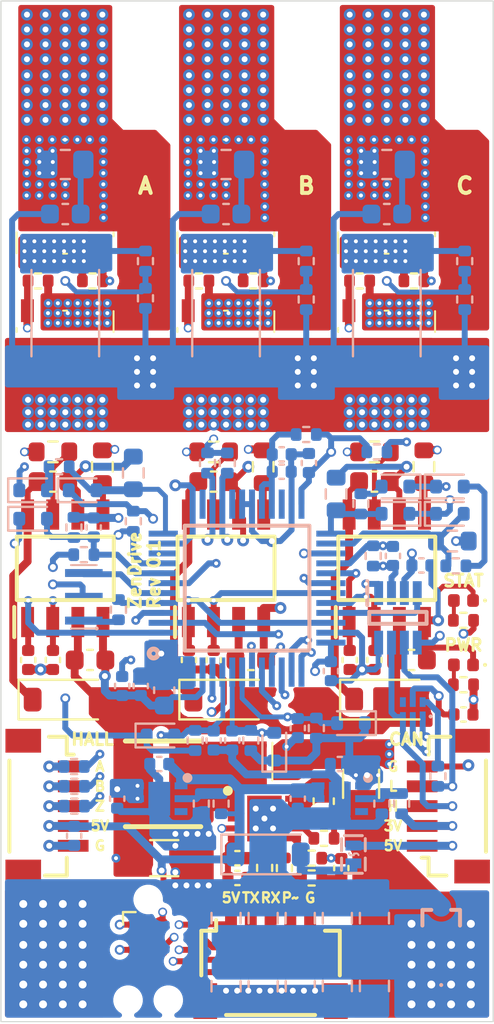
<source format=kicad_pcb>
(kicad_pcb (version 20241229) (generator "pcbnew") (generator_version "9.0")
  (title_block (title "Zen Drive") (date "2025-08-18") (rev "1") (comment 1 "Nasheed Ur Rehman"))
  (layers (0 "F.Cu" signal) (4 "In1.Cu" signal) (6 "In2.Cu" signal) (8 "In3.Cu" signal) (10 "In4.Cu" signal) (2 "B.Cu" signal) (13 "F.Paste" user) (15 "B.Paste" user) (5 "F.SilkS" user "F.Silkscreen") (7 "B.SilkS" user "B.Silkscreen") (1 "F.Mask" user) (3 "B.Mask" user) (25 "Edge.Cuts" user))
  (net 0 "")
  (net 1 "TEMP_FEEDBACK")
  (net 2 "TIM1_CH3")
  (net 3 "UART2_TX")
  (net 4 "GND")
  (net 5 "Can_Interface.S1")
  (net 6 "Can_Interface.NC_B0")
  (net 7 "TIM1_CH2N")
  (net 8 "VSHUNTP_A")
  (net 9 "GPIO_BEMF")
  (net 10 "TIM1_CH3N")
  (net 11 "VSHUNTP_C")
  (net 12 "A_PLUS_H1")
  (net 13 "BEMF3")
  (net 14 "R_STATUS_LED")
  (net 15 "SWD_SWDIO")
  (net 16 "Buck.R_SMALL_SIGNAL")
  (net 17 "Can_Interface.CAN_H")
  (net 18 "V10V")
  (net 19 "BEMF2")
  (net 20 "nRST")
  (net 21 "Ldo_5V.NC_PG")
  (net 22 "B_PLUS_H2")
  (net 23 "CAN_RX")
  (net 24 "Ldo_3V3.ADJ_NC")
  (net 25 "Buck.OUT")
  (net 26 "Buck.NC_SYNC")
  (net 27 "Buck.COMP")
  (net 28 "BEMF1")
  (net 29 "CAN_TERM")
  (net 30 "CAN_TX")
  (net 31 "TIM1_CH1N")
  (net 32 "V3V3")
  (net 33 "VSHUNTP_B")
  (net 34 "Buck.R_SMALL_SIGNAL_2")
  (net 35 "VPLUS")
  (net 36 "TIM1_CH2")
  (net 37 "Ldo_5V.ADJ_NC")
  (net 38 "Buck.FB")
  (net 39 "STATUS")
  (net 40 "TIM1_CH1")
  (net 41 "CAN_SHDN")
  (net 42 "Can_Interface.CAN_L")
  (net 43 "Can_Interface.JST_5V")
  (net 44 "PWM")
  (net 45 "CURR_FDBK2_OPAMP+")
  (net 46 "Ldo_3V3.NC_PG")
  (net 47 "R_POWER_LED")
  (net 48 "SWD_SWCLK")
  (net 49 "V5V")
  (net 50 "Z_PLUS_H3")
  (net 51 "UART2_RX")
  (net 52 "CURR_FDBK1_OPAMP+")
  (net 53 "CURR_FDBK3_OPAMP+")
  (net 54 "VBUS")
  (net 55 "Buck.FSW")
  (net 56 "HallEncoder.A_PLUS_H1_IN")
  (net 57 "HallEncoder.Z_PLUS_H3_IN")
  (net 58 "HallEncoder.B_PLUS_H2_IN")
  (net 59 "PHASE_B")
  (net 60 "PhaseDriverB.RC_NODE")
  (net 61 "PhaseDriverA.LVG")
  (net 62 "PhaseDriverB.D_BEMF")
  (net 63 "PhaseDriverC.LVG")
  (net 64 "PhaseDriverB.U1.BOOT")
  (net 65 "PhaseDriverB.HI_GATE")
  (net 66 "PhaseDriverA.U1.BOOT")
  (net 67 "PhaseDriverC.HVG")
  (net 68 "PhaseDriverA.HVG")
  (net 69 "PHASE_A")
  (net 70 "PhaseDriverC.D_BEMF")
  (net 71 "PhaseDriverC.RC_NODE")
  (net 72 "PhaseDriverB.LO_GATE")
  (net 73 "PhaseDriverA.HI_GATE")
  (net 74 "PhaseDriverC.HI_GATE")
  (net 75 "PHASE_C")
  (net 76 "PhaseDriverB.LVG")
  (net 77 "PhaseDriverA.D_BEMF")
  (net 78 "PhaseDriverC.LO_GATE")
  (net 79 "PhaseDriverC.U1.BOOT")
  (net 80 "PhaseDriverA.RC_NODE")
  (net 81 "PhaseDriverA.LO_GATE")
  (net 82 "PhaseDriverB.HVG")
  (net 83 "STM32G431C8T6.VDDA")
  (net 84 "OP3_OUT")
  (net 85 "OP1_OUT")
  (net 86 "STM32G431C8T6.R_XIN")
  (net 87 "STM32G431C8T6.XOUT")
  (net 88 "STM32G431C8T6.XIN")
  (net 89 "OP2_OUT")
  (net 90 "PB10")
  (net 91 "Can_Interface.FUSE")
  (net 92 "HallEncoder.MP1")
  (net 93 "HallEncoder.MP2")
  (net 94 "Can_Interface.NC_MP2")
  (net 95 "NC_PWM_MP1")
  (net 96 "NC_PWM_MP2")
  (net 97 "Can_Interface.NC_MP1")
  (footprint "STL140N6F7:STL140N6F7" (layer "F.Cu") (at 100.9275 49.3125 180)
    (property "Reference" "U11" (hide yes))
    (property "Value" "STL180N6F7" (hide yes))
  )
  (footprint "C_0402_1005Metric:C_0402_1005Metric" (layer "F.Cu") (at 121.0625 66.8125 180)
    (property "Reference" "C9" (hide yes))
    (property "Value" "100nF 16V X7R" (hide yes))
  )
  (footprint "STL140N6F7:STL140N6F7" (layer "F.Cu") (at 117.1775 49.3125 180)
    (property "Reference" "U17" (hide yes))
    (property "Value" "STL180N6F7" (hide yes))
  )
  (footprint "BM05BSRSSTB:BM05BSRSSTB" (layer "F.Cu") (at 99.5625 71.4375 -90)
    (property "Reference" "U8" (hide yes))
    (property "Value" "BM05B-SRSS-TB" (hide yes))
  )
  (footprint "BM05BSRSSTB:BM05BSRSSTB" (layer "F.Cu") (at 120.75 71.4375 90)
    (property "Reference" "U6" (hide yes))
    (property "Value" "BM05B-SRSS-TB" (hide yes))
  )
  (footprint "R_0402_1005Metric:R_0402_1005Metric" (layer "F.Cu") (at 110.4375 44.9375 180)
    (property "Reference" "R29" (hide yes))
    (property "Value" "10k" (hide yes))
  )
  (footprint "R_0402_1005Metric:R_0402_1005Metric" (layer "F.Cu") (at 111.0125 74.5525 90)
    (property "Reference" "R4" (hide yes))
    (property "Value" "8.2k" (hide yes))
  )
  (footprint "STPS1L40M:STPS1L40M" (layer "F.Cu") (at 111 69.1875)
    (property "Reference" "U1" (hide yes))
    (property "Value" "STPS1L40M" (hide yes))
  )
  (footprint "R_0402_1005Metric:R_0402_1005Metric" (layer "F.Cu") (at 121.0625 62.0625 180)
    (property "Reference" "R42" (hide yes))
    (property "Value" "1k 1%" (hide yes))
  )
  (footprint "SON50P300X300X100-11N-D:SON50P300X300X100-11N-D" (layer "F.Cu") (at 111.0025 72.0625)
    (property "Reference" "U2" (hide yes))
    (property "Value" "L7986TR" (hide yes))
  )
  (footprint "C_0402_1005Metric:C_0402_1005Metric" (layer "F.Cu") (at 114.8875 74.5625 -90)
    (property "Reference" "C6" (hide yes))
    (property "Value" "3.9nF 16V" (hide yes))
  )
  (footprint "Tag-Connect_TC2030-IDC-NL_2x03_P1.27mm_Vertical:Tag-Connect_TC2030-IDC-NL_2x03_P1.27mm_Vertical" (layer "F.Cu") (at 105.125 78.6875 -90)
    (property "Reference" "J1" (hide yes))
    (property "Value" "?" (hide yes))
  )
  (footprint "D_SOD-123:D_SOD-123" (layer "F.Cu") (at 109.0625 66.0625)
    (property "Reference" "D11" (hide yes))
    (property "Value" "STPS0560Z" (hide yes))
  )
  (footprint "C_0603_1608Metric:C_0603_1608Metric" (layer "F.Cu") (at 100.3125 55.0625)
    (property "Reference" "C20" (hide yes))
    (property "Value" "1uF 25V" (hide yes))
  )
  (footprint "C_1206_3216Metric:C_1206_3216Metric" (layer "F.Cu") (at 115.8875 70.3125 90)
    (property "Reference" "C1" (hide yes))
    (property "Value" "10uF 50V X7R" (hide yes))
  )
  (footprint "R_0402_1005Metric:R_0402_1005Metric" (layer "F.Cu") (at 114.0125 73.0625)
    (property "Reference" "R3" (hide yes))
    (property "Value" "34.8k" (hide yes))
  )
  (footprint "IND-SMD_L3.9-W3.9:IND-SMD_L3.9-W3.9" (layer "F.Cu") (at 105.875 70.3125 180)
    (property "Reference" "U3" (hide yes))
    (property "Value" "LPS4018-333MRC" (hide yes))
  )
  (footprint "C_0402_1005Metric:C_0402_1005Metric" (layer "F.Cu") (at 99.0625 64.0625 -90)
    (property "Reference" "C22" (hide yes))
    (property "Value" "100pF 10V" (hide yes))
  )
  (footprint "SOIC127P600X175-8N:SOIC127P600X175-8N" (layer "F.Cu") (at 100.9375 59.4375 90)
    (property "Reference" "U13" (hide yes))
    (property "Value" "L6387ED" (hide yes))
  )
  (footprint "R_0402_1005Metric:R_0402_1005Metric" (layer "F.Cu") (at 107.6875 44.9375)
    (property "Reference" "R27" (hide yes))
    (property "Value" "10k" (hide yes))
  )
  (footprint "SOIC127P600X175-8N:SOIC127P600X175-8N" (layer "F.Cu") (at 109.0625 59.4375 90)
    (property "Reference" "U16" (hide yes))
    (property "Value" "L6387ED" (hide yes))
  )
  (footprint "LED_0402_1005Metric:LED_0402_1005Metric" (layer "F.Cu") (at 121.0625 64.31 180)
    (property "Reference" "D15" (hide yes))
    (property "Value" "LED GREEN" (hide yes))
  )
  (footprint "C_0402_1005Metric:C_0402_1005Metric" (layer "F.Cu") (at 107.1875 64.0625 -90)
    (property "Reference" "C27" (hide yes))
    (property "Value" "100pF 10V" (hide yes))
  )
  (footprint "C_0603_1608Metric:C_0603_1608Metric" (layer "F.Cu") (at 108.4375 55.0625)
    (property "Reference" "C25" (hide yes))
    (property "Value" "1uF 25V" (hide yes))
  )
  (footprint "C_0603_1608Metric:C_0603_1608Metric" (layer "F.Cu") (at 114 71.1875 -90)
    (property "Reference" "C2" (hide yes))
    (property "Value" "220nF 50V X7R" (hide yes))
  )
  (footprint "R_0402_1005Metric:R_0402_1005Metric" (layer "F.Cu") (at 118.5625 44.9375 180)
    (property "Reference" "R37" (hide yes))
    (property "Value" "10k" (hide yes))
  )
  (footprint "R_0603_1608Metric:R_0603_1608Metric" (layer "F.Cu") (at 110.9375 54.3125 90)
    (property "Reference" "R28" (hide yes))
    (property "Value" "33" (hide yes))
  )
  (footprint "C_0402_1005Metric:C_0402_1005Metric" (layer "F.Cu") (at 100.3125 64.0625 -90)
    (property "Reference" "C21" (hide yes))
    (property "Value" "100pF 10V" (hide yes))
  )
  (footprint "R_0402_1005Metric:R_0402_1005Metric" (layer "F.Cu") (at 113.3875 75.0625 180)
    (property "Reference" "R5" (hide yes))
    (property "Value" "62" (hide yes))
  )
  (footprint "R_0402_1005Metric:R_0402_1005Metric" (layer "F.Cu") (at 115.8125 44.9375)
    (property "Reference" "R35" (hide yes))
    (property "Value" "10k" (hide yes))
  )
  (footprint "SM05BSRSSTB:SM05BSRSSTB" (layer "F.Cu") (at 111.3125 79.6875)
    (property "Reference" "U21" (hide yes))
    (property "Value" "SM05B-SRSS-TB" (hide yes))
  )
  (footprint "STL140N6F7:STL140N6F7" (layer "F.Cu") (at 117.1775 40.6875)
    (property "Reference" "U18" (hide yes))
    (property "Value" "STL180N6F7" (hide yes))
  )
  (footprint "R_0603_1608Metric:R_0603_1608Metric" (layer "F.Cu") (at 108.4375 53.5625 180)
    (property "Reference" "R26" (hide yes))
    (property "Value" "33" (hide yes))
  )
  (footprint "SOIC127P600X175-8N:SOIC127P600X175-8N" (layer "F.Cu") (at 117.1875 59.4375 90)
    (property "Reference" "U19" (hide yes))
    (property "Value" "L6387ED" (hide yes))
  )
  (footprint "C_1206_3216Metric:C_1206_3216Metric" (layer "F.Cu") (at 105.9375 74.0625)
    (property "Reference" "C3" (hide yes))
    (property "Value" "22uF 25V" (hide yes))
  )
  (footprint "LED_0402_1005Metric:LED_0402_1005Metric" (layer "F.Cu") (at 121.0625 61.0625 180)
    (property "Reference" "D16" (hide yes))
    (property "Value" "LED RED" (hide yes))
  )
  (footprint "C_0402_1005Metric:C_0402_1005Metric" (layer "F.Cu") (at 109.6375 74.0625 180)
    (property "Reference" "C5" (hide yes))
    (property "Value" "4.7nF 16V" (hide yes))
  )
  (footprint "R_0603_1608Metric:R_0603_1608Metric" (layer "F.Cu") (at 102.8125 54.3125 90)
    (property "Reference" "R20" (hide yes))
    (property "Value" "33" (hide yes))
  )
  (footprint "C_0402_1005Metric:C_0402_1005Metric" (layer "F.Cu") (at 116.5625 64.0625 -90)
    (property "Reference" "C31" (hide yes))
    (property "Value" "100pF 10V" (hide yes))
  )
  (footprint "C_0603_1608Metric:C_0603_1608Metric" (layer "F.Cu") (at 118.4375 64.0625)
    (property "Reference" "C33" (hide yes))
    (property "Value" "470nF 16V" (hide yes))
  )
  (footprint "R_0402_1005Metric:R_0402_1005Metric" (layer "F.Cu") (at 102.3125 44.9375 180)
    (property "Reference" "R21" (hide yes))
    (property "Value" "10k" (hide yes))
  )
  (footprint "R_0603_1608Metric:R_0603_1608Metric" (layer "F.Cu") (at 100.3125 53.5625 180)
    (property "Reference" "R18" (hide yes))
    (property "Value" "33" (hide yes))
  )
  (footprint "R_0603_1608Metric:R_0603_1608Metric" (layer "F.Cu") (at 119.0625 54.3125 90)
    (property "Reference" "R36" (hide yes))
    (property "Value" "33" (hide yes))
  )
  (footprint "R_0402_1005Metric:R_0402_1005Metric" (layer "F.Cu") (at 99.5625 44.9375)
    (property "Reference" "R19" (hide yes))
    (property "Value" "10k" (hide yes))
  )
  (footprint "R_0603_1608Metric:R_0603_1608Metric" (layer "F.Cu") (at 116.5625 53.5625 180)
    (property "Reference" "R34" (hide yes))
    (property "Value" "33" (hide yes))
  )
  (footprint "R_0402_1005Metric:R_0402_1005Metric" (layer "F.Cu") (at 112.0125 74.5625 90)
    (property "Reference" "R2" (hide yes))
    (property "Value" "300" (hide yes))
  )
  (footprint "STL140N6F7:STL140N6F7" (layer "F.Cu") (at 109.0525 49.3125 180)
    (property "Reference" "U14" (hide yes))
    (property "Value" "STL180N6F7" (hide yes))
  )
  (footprint "R_0402_1005Metric:R_0402_1005Metric" (layer "F.Cu") (at 113.3875 74.0625 180)
    (property "Reference" "R1" (hide yes))
    (property "Value" "4.7k" (hide yes))
  )
  (footprint "STL140N6F7:STL140N6F7" (layer "F.Cu") (at 100.9275 40.6875)
    (property "Reference" "U12" (hide yes))
    (property "Value" "STL180N6F7" (hide yes))
  )
  (footprint "C_0402_1005Metric:C_0402_1005Metric" (layer "F.Cu") (at 109.6375 75.0625)
    (property "Reference" "C4" (hide yes))
    (property "Value" "27pF 25V" (hide yes))
  )
  (footprint "C_0603_1608Metric:C_0603_1608Metric" (layer "F.Cu") (at 110.3125 64.0625)
    (property "Reference" "C28" (hide yes))
    (property "Value" "470nF 16V" (hide yes))
  )
  (footprint "C_0402_1005Metric:C_0402_1005Metric" (layer "F.Cu") (at 115.3125 64.0625 -90)
    (property "Reference" "C32" (hide yes))
    (property "Value" "100pF 10V" (hide yes))
  )
  (footprint "C_0402_1005Metric:C_0402_1005Metric" (layer "F.Cu") (at 108.4375 64.0625 -90)
    (property "Reference" "C26" (hide yes))
    (property "Value" "100pF 10V" (hide yes))
  )
  (footprint "C_0603_1608Metric:C_0603_1608Metric" (layer "F.Cu") (at 102.1875 64.0625)
    (property "Reference" "C23" (hide yes))
    (property "Value" "470nF 16V" (hide yes))
  )
  (footprint "C_0603_1608Metric:C_0603_1608Metric" (layer "F.Cu") (at 116.5625 55.0625)
    (property "Reference" "C30" (hide yes))
    (property "Value" "1uF 25V" (hide yes))
  )
  (footprint "D_SOD-123:D_SOD-123" (layer "F.Cu") (at 117.1875 66.0625)
    (property "Reference" "D14" (hide yes))
    (property "Value" "STPS0560Z" (hide yes))
  )
  (footprint "R_0402_1005Metric:R_0402_1005Metric" (layer "F.Cu") (at 121.0625 65.3125 180)
    (property "Reference" "R41" (hide yes))
    (property "Value" "1k 1%" (hide yes))
  )
  (footprint "D_SOD-123:D_SOD-123" (layer "F.Cu") (at 100.9375 66.0625)
    (property "Reference" "D8" (hide yes))
    (property "Value" "STPS0560Z" (hide yes))
  )
  (footprint "STL140N6F7:STL140N6F7" (layer "F.Cu") (at 109.0525 40.6875)
    (property "Reference" "U15" (hide yes))
    (property "Value" "STL180N6F7" (hide yes))
  )
  (footprint "C_0402_1005Metric:C_0402_1005Metric" (layer "B.Cu") (at 103.5625 71.0625 -90)
    (property "Reference" "C17" (hide yes))
    (property "Value" "1uF 25V" (hide yes))
  )
  (footprint "C_0402_1005Metric:C_0402_1005Metric" (layer "B.Cu") (at 114.363 64.625 -90)
    (property "Reference" "C45" (hide yes))
    (property "Value" "100nF 16V X7R" (hide yes))
  )
  (footprint "R_0402_1005Metric:R_0402_1005Metric" (layer "B.Cu") (at 116.6875 53.5625)
    (property "Reference" "TH1" (hide yes))
    (property "Value" "NTCG103JF103FT1" (hide yes))
  )
  (footprint "R_0402_1005Metric:R_0402_1005Metric" (layer "B.Cu") (at 103.625 61.525 90)
    (property "Reference" "R46" (hide yes))
    (property "Value" "220" (hide yes))
  )
  (footprint "C_0805_2012Metric:C_0805_2012Metric" (layer "B.Cu") (at 114.6875 80.5125 -90)
    (property "Reference" "C35" (hide yes))
    (property "Value" "22uF 35V X5R" (hide yes))
  )
  (footprint "R_0402_1005Metric:R_0402_1005Metric" (layer "B.Cu") (at 101.395 71.4375)
    (property "Reference" "R12" (hide yes))
    (property "Value" "10k" (hide yes))
  )
  (footprint "D_SOD-123:D_SOD-123" (layer "B.Cu") (at 111.1875 73.875)
    (property "Reference" "D1" (hide yes))
    (property "Value" "1N5817W" (hide yes))
  )
  (footprint "D_SOD-523:D_SOD-523" (layer "B.Cu") (at 111.5 68.4375 90)
    (property "Reference" "D4" (hide yes))
    (property "Value" "BAT30KFILM" (hide yes))
  )
  (footprint "C_0402_1005Metric:C_0402_1005Metric" (layer "B.Cu") (at 102.375 57.375 90)
    (property "Reference" "C8" (hide yes))
    (property "Value" "100nF 16V X7R" (hide yes))
  )
  (footprint "C_0402_1005Metric:C_0402_1005Metric" (layer "B.Cu") (at 109.375 68.125 -90)
    (property "Reference" "C12" (hide yes))
    (property "Value" "10pF 10V" (hide yes))
  )
  (footprint "C_0603_1608Metric:C_0603_1608Metric" (layer "B.Cu") (at 109.0625 41.5625 180)
    (property "Reference" "C24" (hide yes))
    (property "Value" "1nF 100V" (hide yes))
  )
  (footprint "D_SOD-523:D_SOD-523" (layer "B.Cu") (at 120.375 55.3125)
    (property "Reference" "D9" (hide yes))
    (property "Value" "BAT30KFILM" (hide yes))
  )
  (footprint "C_0805_2012Metric:C_0805_2012Metric" (layer "B.Cu") (at 114.6875 77.0875 90)
    (property "Reference" "C42" (hide yes))
    (property "Value" "22uF 35V X5R" (hide yes))
  )
  (footprint "R_0402_1005Metric:R_0402_1005Metric" (layer "B.Cu") (at 101.875 58.75)
    (property "Reference" "R45" (hide yes))
    (property "Value" "169k 1%" (hide yes))
  )
  (footprint "R_0402_1005Metric:R_0402_1005Metric" (layer "B.Cu") (at 101.385 69.4375)
    (property "Reference" "R8" (hide yes))
    (property "Value" "10k" (hide yes))
  )
  (footprint "CSTNE12M0GH5L000R0:CSTNE12M0GH5L000R0" (layer "B.Cu") (at 101.875 60.875 -90)
    (property "Reference" "U23" (hide yes))
    (property "Value" "CSTNE8M00GH5C000R0" (hide yes))
  )
  (footprint "R_0402_1005Metric:R_0402_1005Metric" (layer "B.Cu") (at 104.99 43.9375 90)
    (property "Reference" "R53" (hide yes))
    (property "Value" "1.5k 1%" (hide yes))
  )
  (footprint "D_SOD-523:D_SOD-523" (layer "B.Cu") (at 120.375 56.6875)
    (property "Reference" "D10" (hide yes))
    (property "Value" "BAT30KFILM" (hide yes))
  )
  (footprint "R_0402_1005Metric:R_0402_1005Metric" (layer "B.Cu") (at 113.115 43.9375 90)
    (property "Reference" "R54" (hide yes))
    (property "Value" "1.5k 1%" (hide yes))
  )
  (footprint "R_0402_1005Metric:R_0402_1005Metric" (layer "B.Cu") (at 100.625 54.3125)
    (property "Reference" "R17" (hide yes))
    (property "Value" "2.2k" (hide yes))
  )
  (footprint "R_0402_1005Metric:R_0402_1005Metric" (layer "B.Cu") (at 108.8125 71.3125 90)
    (property "Reference" "R16" (hide yes))
    (property "Value" "52.3k" (hide yes))
  )
  (footprint "C_0402_1005Metric:C_0402_1005Metric" (layer "B.Cu") (at 101.385 72.9375 -90)
    (property "Reference" "C14" (hide yes))
    (property "Value" "100nF 16V X7R" (hide yes))
  )
  (footprint "C_0402_1005Metric:C_0402_1005Metric" (layer "B.Cu") (at 111.875 53.6875)
    (property "Reference" "C49" (hide yes))
    (property "Value" "10nF 16V X7R" (hide yes))
  )
  (footprint "D_SOD-523:D_SOD-523" (layer "B.Cu") (at 117.625 55.3125 180)
    (property "Reference" "D12" (hide yes))
    (property "Value" "BAT30KFILM" (hide yes))
  )
  (footprint "C_0402_1005Metric:C_0402_1005Metric" (layer "B.Cu") (at 118.9375 59.2925)
    (property "Reference" "C10" (hide yes))
    (property "Value" "100nF 16V X7R" (hide yes))
  )
  (footprint "R_0402_1005Metric:R_0402_1005Metric" (layer "B.Cu") (at 121.125 43.9375 90)
    (property "Reference" "R55" (hide yes))
    (property "Value" "1.5k 1%" (hide yes))
  )
  (footprint "D_SOD-523:D_SOD-523" (layer "B.Cu") (at 115.375 67.25 180)
    (property "Reference" "D3" (hide yes))
    (property "Value" "BAT30KFILM" (hide yes))
  )
  (footprint "C_0603_1608Metric:C_0603_1608Metric" (layer "B.Cu") (at 117.1875 41.5625 180)
    (property "Reference" "C29" (hide yes))
    (property "Value" "1nF 100V" (hide yes))
  )
  (footprint "C_0402_1005Metric:C_0402_1005Metric" (layer "B.Cu") (at 103.8125 65.375 -90)
    (property "Reference" "C50" (hide yes))
    (property "Value" "100nF 16V X7R" (hide yes))
  )
  (footprint "R_0402_1005Metric:R_0402_1005Metric" (layer "B.Cu") (at 101.375 57.375 90)
    (property "Reference" "R44" (hide yes))
    (property "Value" "18k 1%" (hide yes))
  )
  (footprint "C_0603_1608Metric:C_0603_1608Metric" (layer "B.Cu") (at 105.9375 65.5875 -90)
    (property "Reference" "C46" (hide yes))
    (property "Value" "4.7uF 10V X5R" (hide yes))
  )
  (footprint "C_0805_2012Metric:C_0805_2012Metric" (layer "B.Cu") (at 109.0625 77.0875 90)
    (property "Reference" "C36" (hide yes))
    (property "Value" "22uF 35V X5R" (hide yes))
  )
  (footprint "R_0603_1608Metric:R_0603_1608Metric" (layer "B.Cu") (at 120.5 58.0625 180)
    (property "Reference" "R30" (hide yes))
    (property "Value" "10k" (hide yes))
  )
  (footprint "R_0402_1005Metric:R_0402_1005Metric" (layer "B.Cu") (at 113.625 67.5 90)
    (property "Reference" "R7" (hide yes))
    (property "Value" "10k" (hide yes))
  )
  (footprint "C_0603_1608Metric:C_0603_1608Metric" (layer "B.Cu") (at 100.9375 41.5625 180)
    (property "Reference" "C19" (hide yes))
    (property "Value" "1nF 100V" (hide yes))
  )
  (footprint "SOT65P280X145-8N:SOT65P280X145-8N" (layer "B.Cu") (at 117.75 61.9375 -90)
    (property "Reference" "U7" (hide yes))
    (property "Value" "TCAN330DCNT" (hide yes))
  )
  (footprint "R_0402_1005Metric:R_0402_1005Metric" (layer "B.Cu") (at 120.6775 59.3125 180)
    (property "Reference" "R25" (hide yes))
    (property "Value" "2.2k" (hide yes))
  )
  (footprint "R_0402_1005Metric:R_0402_1005Metric" (layer "B.Cu") (at 108.125 54.125 -90)
    (property "Reference" "R51" (hide yes))
    (property "Value" "22k 1%" (hide yes))
  )
  (footprint "R_0402_1005Metric:R_0402_1005Metric" (layer "B.Cu") (at 113.115 52.6875 180)
    (property "Reference" "FB1" (hide yes))
    (property "Value" "600 100MHz" (hide yes))
  )
  (footprint "C_0402_1005Metric:C_0402_1005Metric" (layer "B.Cu") (at 108.4375 68.125 -90)
    (property "Reference" "C13" (hide yes))
    (property "Value" "10pF 10V" (hide yes))
  )
  (footprint "R_0402_1005Metric:R_0402_1005Metric" (layer "B.Cu") (at 110.3125 68.125 90)
    (property "Reference" "R9" (hide yes))
    (property "Value" "10k" (hide yes))
  )
  (footprint "R_0603_1608Metric:R_0603_1608Metric" (layer "B.Cu") (at 104.375 54.625 -90)
    (property "Reference" "R22" (hide yes))
    (property "Value" "10k" (hide yes))
  )
  (footprint "C_0402_1005Metric:C_0402_1005Metric" (layer "B.Cu") (at 111.875 54.5625)
    (property "Reference" "C48" (hide yes))
    (property "Value" "1uF 25V X5R" (hide yes))
  )
  (footprint "C_0805_2012Metric:C_0805_2012Metric" (layer "B.Cu") (at 112.8125 77.0875 90)
    (property "Reference" "C41" (hide yes))
    (property "Value" "22uF 35V X5R" (hide yes))
  )
  (footprint "R_0402_1005Metric:R_0402_1005Metric" (layer "B.Cu") (at 117.9375 71.3125 90)
    (property "Reference" "R14" (hide yes))
    (property "Value" "30.9k" (hide yes))
  )
  (footprint "R_0402_1005Metric:R_0402_1005Metric" (layer "B.Cu") (at 113.115 45.875 -90)
    (property "Reference" "R48" (hide yes))
    (property "Value" "2.2k 1%" (hide yes))
  )
  (footprint "QFP50P900X900X160-48N:QFP50P900X900X160-48N" (layer "B.Cu") (at 110.125 60.4375)
    (property "Reference" "U22" (hide yes))
    (property "Value" "STM32G431C8T6" (hide yes))
  )
  (footprint "C_0805_2012Metric:C_0805_2012Metric" (layer "B.Cu") (at 110.9375 77.0875 90)
    (property "Reference" "C40" (hide yes))
    (property "Value" "22uF 35V X5R" (hide yes))
  )
  (footprint "R_0805_2012Metric:R_0805_2012Metric" (layer "B.Cu") (at 100.9375 39.0625)
    (property "Reference" "R23" (hide yes))
    (property "Value" "1" (hide yes))
  )
  (footprint "R_0402_1005Metric:R_0402_1005Metric" (layer "B.Cu") (at 104.375 57.0625 -90)
    (property "Reference" "R50" (hide yes))
    (property "Value" "22k 1%" (hide yes))
  )
  (footprint "FSA5157L6X:FSA5157L6X" (layer "B.Cu") (at 118.5 66.5625 180)
    (property "Reference" "U4" (hide yes))
    (property "Value" "FSA5157L6X" (hide yes))
  )
  (footprint "R_0402_1005Metric:R_0402_1005Metric" (layer "B.Cu") (at 121.125 45.875 -90)
    (property "Reference" "R49" (hide yes))
    (property "Value" "2.2k 1%" (hide yes))
  )
  (footprint "R_0402_1005Metric:R_0402_1005Metric" (layer "B.Cu") (at 104.99 45.8125 -90)
    (property "Reference" "R47" (hide yes))
    (property "Value" "2.2k 1%" (hide yes))
  )
  (footprint "C_0402_1005Metric:C_0402_1005Metric" (layer "B.Cu") (at 114.8125 69.3125 180)
    (property "Reference" "C16" (hide yes))
    (property "Value" "2.2uF 10V" (hide yes))
  )
  (footprint "R_0402_1005Metric:R_0402_1005Metric" (layer "B.Cu") (at 116.9375 71.3125 -90)
    (property "Reference" "R13" (hide yes))
    (property "Value" "10k" (hide yes))
  )
  (footprint "SON65P200X200X100-7N-D:SON65P200X200X100-7N-D" (layer "B.Cu") (at 105.6875 71.0625 180)
    (property "Reference" "U10" (hide yes))
    (property "Value" "LDFPVR" (hide yes))
  )
  (footprint "D_SOD-523:D_SOD-523" (layer "B.Cu") (at 99.3125 56.9375)
    (property "Reference" "D2" (hide yes))
    (property "Value" "BAT30KFILM" (hide yes))
  )
  (footprint "R_2512_6332Metric:R_2512_6332Metric" (layer "B.Cu") (at 100.9375 46.5625 -90)
    (property "Reference" "R24" (hide yes))
    (property "Value" "3m 1%" (hide yes))
  )
  (footprint "R_0805_2012Metric:R_0805_2012Metric" (layer "B.Cu") (at 117.1875 39.0625)
    (property "Reference" "R39" (hide yes))
    (property "Value" "1" (hide yes))
  )
  (footprint "R_0402_1005Metric:R_0402_1005Metric" (layer "B.Cu") (at 116.5 58.8125 -90)
    (property "Reference" "R43" (hide yes))
    (property "Value" "4.7k 1%" (hide yes))
  )
  (footprint "C_0402_1005Metric:C_0402_1005Metric" (layer "B.Cu") (at 112.6875 67.5 -90)
    (property "Reference" "C11" (hide yes))
    (property "Value" "10pF 10V" (hide yes))
  )
  (footprint "SMM4F15ATR:SMM4F15ATR" (layer "B.Cu") (at 119.9375 78.5625 -90)
    (property "Reference" "U20" (hide yes))
    (property "Value" "SMM4F26A-TR" (hide yes))
  )
  (footprint "R_0805_2012Metric:R_0805_2012Metric" (layer "B.Cu") (at 109.0625 39.0625)
    (property "Reference" "R31" (hide yes))
    (property "Value" "1" (hide yes))
  )
  (footprint "C_0805_2012Metric:C_0805_2012Metric" (layer "B.Cu") (at 112.8125 80.525 -90)
    (property "Reference" "C38" (hide yes))
    (property "Value" "22uF 35V X5R" (hide yes))
  )
  (footprint "C_0402_1005Metric:C_0402_1005Metric" (layer "B.Cu") (at 104.75 65.375 -90)
    (property "Reference" "C47" (hide yes))
    (property "Value" "100nF 16V X7R" (hide yes))
  )
  (footprint "C_0402_1005Metric:C_0402_1005Metric" (layer "B.Cu") (at 113.25 54.125 90)
    (property "Reference" "C44" (hide yes))
    (property "Value" "100nF 16V X7R" (hide yes))
  )
  (footprint "R_2512_6332Metric:R_2512_6332Metric" (layer "B.Cu") (at 109.0625 46.5625 -90)
    (property "Reference" "R32" (hide yes))
    (property "Value" "3m 1%" (hide yes))
  )
  (footprint "R_0402_1005Metric:R_0402_1005Metric" (layer "B.Cu") (at 101.395 70.4375)
    (property "Reference" "R10" (hide yes))
    (property "Value" "10k" (hide yes))
  )
  (footprint "C_0402_1005Metric:C_0402_1005Metric" (layer "B.Cu") (at 105.6875 69.3125 180)
    (property "Reference" "C18" (hide yes))
    (property "Value" "2.2uF 10V" (hide yes))
  )
  (footprint "C_0805_2012Metric:C_0805_2012Metric" (layer "B.Cu") (at 116.5625 77.0875 90)
    (property "Reference" "C43" (hide yes))
    (property "Value" "22uF 35V X5R" (hide yes))
  )
  (footprint "SON65P200X200X100-7N-D:SON65P200X200X100-7N-D" (layer "B.Cu") (at 114.8125 71.0625 180)
    (property "Reference" "U9" (hide yes))
    (property "Value" "LDFPVR" (hide yes))
  )
  (footprint "R_2512_6332Metric:R_2512_6332Metric" (layer "B.Cu") (at 117.1875 46.5625 -90)
    (property "Reference" "R40" (hide yes))
    (property "Value" "3m 1%" (hide yes))
  )
  (footprint "C_0805_2012Metric:C_0805_2012Metric" (layer "B.Cu") (at 109.0625 80.525 -90)
    (property "Reference" "C39" (hide yes))
    (property "Value" "22uF 35V X5R" (hide yes))
  )
  (footprint "F0402:F0402" (layer "B.Cu") (at 115.5 73.875 90)
    (property "Reference" "U5" (hide yes))
    (property "Value" "0435.250KRS" (hide yes))
  )
  (footprint "D_SOD-523:D_SOD-523" (layer "B.Cu") (at 101.8125 55.5)
    (property "Reference" "D7" (hide yes))
    (property "Value" "BAT30KFILM" (hide yes))
  )
  (footprint "R_0402_1005Metric:R_0402_1005Metric" (layer "B.Cu") (at 107.8125 71.3125 -90)
    (property "Reference" "R15" (hide yes))
    (property "Value" "10k" (hide yes))
  )
  (footprint "R_0402_1005Metric:R_0402_1005Metric" (layer "B.Cu") (at 119.77 69.9275 90)
    (property "Reference" "R6" (hide yes))
    (property "Value" "120 1%" (hide yes))
  )
  (footprint "C_0805_2012Metric:C_0805_2012Metric" (layer "B.Cu") (at 110.9375 80.525 -90)
    (property "Reference" "C37" (hide yes))
    (property "Value" "22uF 35V X5R" (hide yes))
  )
  (footprint "D_SOD-523:D_SOD-523" (layer "B.Cu") (at 105.75 67.875)
    (property "Reference" "D5" (hide yes))
    (property "Value" "BAT30KFILM" (hide yes))
  )
  (footprint "R_0402_1005Metric:R_0402_1005Metric" (layer "B.Cu") (at 107.5 68.125 90)
    (property "Reference" "R11" (hide yes))
    (property "Value" "10k" (hide yes))
  )
  (footprint "D_SOD-523:D_SOD-523" (layer "B.Cu") (at 99.3125 55.5)
    (property "Reference" "D6" (hide yes))
    (property "Value" "BAT30KFILM" (hide yes))
  )
  (footprint "D_SOD-523:D_SOD-523" (layer "B.Cu") (at 117.625 56.6875 180)
    (property "Reference" "D13" (hide yes))
    (property "Value" "BAT30KFILM" (hide yes))
  )
  (footprint "R_0402_1005Metric:R_0402_1005Metric" (layer "B.Cu") (at 109.125 54.125 -90)
    (property "Reference" "R52" (hide yes))
    (property "Value" "22k 1%" (hide yes))
  )
  (footprint "R_0402_1005Metric:R_0402_1005Metric" (layer "B.Cu") (at 115.875 56.1875 -90)
    (property "Reference" "R33" (hide yes))
    (property "Value" "2.2k" (hide yes))
  )
  (footprint "C_0402_1005Metric:C_0402_1005Metric" (layer "B.Cu") (at 117.4975 58.8125 -90)
    (property "Reference" "C7" (hide yes))
    (property "Value" "10nF 1% 10V X7R" (hide yes))
  )
  (footprint "C_0805_2012Metric:C_0805_2012Metric" (layer "B.Cu") (at 116.5625 80.5125 -90)
    (property "Reference" "C34" (hide yes))
    (property "Value" "22uF 35V X5R" (hide yes))
  )
  (footprint "C_0402_1005Metric:C_0402_1005Metric" (layer "B.Cu") (at 112.6875 71.0625 -90)
    (property "Reference" "C15" (hide yes))
    (property "Value" "1uF 25V" (hide yes))
  )
  (footprint "R_0603_1608Metric:R_0603_1608Metric" (layer "B.Cu") (at 114.625 55.6875 -90)
    (property "Reference" "R38" (hide yes))
    (property "Value" "10k" (hide yes))
  )
  (gr_rect (start 97.6875 30.8125) (end 122.5625 82.3125) (stroke (width 0.05)) (fill no) (layer "Edge.Cuts"))
  (gr_text "5V" (at 109.3125 76.0625 0) (layer "F.SilkS") (effects (font (size 0.5 0.5) (thickness 0.125) (bold yes))))
  (gr_text "ZenDrive\nRev 0.1" (at 104.9375 61.5625 90) (layer "F.SilkS") (effects (font (size 0.6 0.6) (thickness 0.15) (bold yes)) (justify left)))
  (gr_text "5V" (at 102.6875 72.4375 0) (layer "F.SilkS") (effects (font (size 0.5 0.5) (thickness 0.125) (bold yes))))
  (gr_text "STAT" (at 121.0625 60.0625 0) (layer "F.SilkS") (effects (font (size 0.6 0.6) (thickness 0.15) (bold yes))))
  (gr_text "P~" (at 112.3125 76.0625 0) (layer "F.SilkS") (effects (font (size 0.5 0.5) (thickness 0.125) (bold yes))))
  (gr_text "G" (at 113.3125 76.0625 0) (layer "F.SilkS") (effects (font (size 0.5 0.5) (thickness 0.125) (bold yes))))
  (gr_text "CAN" (at 118.1875 68.0625 0) (layer "F.SilkS") (effects (font (size 0.6 0.6) (thickness 0.15) (bold yes))))
  (gr_text "A" (at 104.99 40.1375 0) (layer "F.SilkS") (effects (font (size 0.8 0.8) (thickness 0.2) (bold yes))))
  (gr_text "C" (at 121.125 40.1375 0) (layer "F.SilkS") (effects (font (size 0.8 0.8) (thickness 0.2) (bold yes))))
  (gr_text "B" (at 102.6875 70.4375 0) (layer "F.SilkS") (effects (font (size 0.5 0.5) (thickness 0.125) (bold yes))))
  (gr_text "B" (at 113.115 40.1375 0) (layer "F.SilkS") (effects (font (size 0.8 0.8) (thickness 0.2) (bold yes))))
  (gr_text "RX" (at 111.3125 76.0625 0) (layer "F.SilkS") (effects (font (size 0.5 0.5) (thickness 0.125) (bold yes))))
  (gr_text "HALL" (at 102.3125 68.0625 0) (layer "F.SilkS") (effects (font (size 0.6 0.6) (thickness 0.15) (bold yes))))
  (gr_text "A" (at 102.6875 69.4375 0) (layer "F.SilkS") (effects (font (size 0.5 0.5) (thickness 0.125) (bold yes))))
  (gr_text "TX" (at 110.3125 76.0625 0) (layer "F.SilkS") (effects (font (size 0.5 0.5) (thickness 0.125) (bold yes))))
  (gr_text "L" (at 117.5 70.4375 0) (layer "F.SilkS") (effects (font (size 0.5 0.5) (thickness 0.125) (bold yes))))
  (gr_text "G" (at 102.6875 73.4375 0) (layer "F.SilkS") (effects (font (size 0.5 0.5) (thickness 0.125) (bold yes))))
  (gr_text "3V" (at 117.5 72.4375 0) (layer "F.SilkS") (effects (font (size 0.5 0.5) (thickness 0.125) (bold yes))))
  (gr_text "G" (at 117.5 69.4375 0) (layer "F.SilkS") (effects (font (size 0.5 0.5) (thickness 0.125) (bold yes))))
  (gr_text "H" (at 117.5 71.4375 0) (layer "F.SilkS") (effects (font (size 0.5 0.5) (thickness 0.125) (bold yes))))
  (gr_text "PWR" (at 121.0625 63.3125 0) (layer "F.SilkS") (effects (font (size 0.6 0.6) (thickness 0.15) (bold yes))))
  (gr_text "5V" (at 117.5 73.4375 0) (layer "F.SilkS") (effects (font (size 0.5 0.5) (thickness 0.125) (bold yes))))
  (gr_text "Z" (at 102.6875 71.4375 0) (layer "F.SilkS") (effects (font (size 0.5 0.5) (thickness 0.125) (bold yes))))
  (via (at 118.1875 53.0625) (size 0.45) (drill 0.2) (layers "F.Cu" "B.Cu") (net 1))
  (via (at 116.992602 58.3025) (size 0.45) (drill 0.2) (layers "F.Cu" "B.Cu") (net 1))
  (segment (start 116.1975 58.3025) (end 116.5 58.3025) (width 0.3) (layer "B.Cu") (net 1))
  (segment (start 118.1875 53.0625) (end 117.375 53.0625) (width 0.3) (layer "B.Cu") (net 1))
  (segment (start 117.4675 58.3025) (end 116.5 58.3025) (width 0.3) (layer "B.Cu") (net 1))
  (segment (start 115.3125 59.1875) (end 116.1975 58.3025) (width 0.3) (layer "B.Cu") (net 1))
  (segment (start 117.4675 58.3025) (end 117.4975 58.3325) (width 0.3) (layer "B.Cu") (net 1))
  (segment (start 117.1975 53.24) (end 117.1975 53.5625) (width 0.3) (layer "B.Cu") (net 1))
  (segment (start 117.375 53.0625) (end 117.1975 53.24) (width 0.3) (layer "B.Cu") (net 1))
  (segment (start 114.363 59.1875) (end 115.3125 59.1875) (width 0.3) (layer "B.Cu") (net 1))
  (segment (start 116.5525 62.1495) (end 116.5525 61.0525) (width 0.3) (layer "F.Cu") (net 2))
  (segment (start 116.5625 63.5825) (end 116.5625 62.1595) (width 0.3) (layer "F.Cu") (net 2))
  (segment (start 116.5525 61.0525) (end 116.375 60.875) (width 0.3) (layer "F.Cu") (net 2))
  (segment (start 116.375 60.875) (end 116.124998 60.875) (width 0.3) (layer "F.Cu") (net 2))
  (segment (start 116.5625 62.1595) (end 116.5525 62.1495) (width 0.3) (layer "F.Cu") (net 2))
  (via (at 116.124998 60.875) (size 0.45) (drill 0.2) (layers "F.Cu" "B.Cu") (net 2))
  (segment (start 115.6875 60.875) (end 115.375 61.1875) (width 0.3) (layer "B.Cu") (net 2))
  (segment (start 115.375 61.1875) (end 114.363 61.1875) (width 0.3) (layer "B.Cu") (net 2))
  (segment (start 116.124998 60.875) (end 115.6875 60.875) (width 0.3) (layer "B.Cu") (net 2))
  (segment (start 108.385 78.5625) (end 107.24 77.4175) (width 0.3) (layer "F.Cu") (net 3))
  (segment (start 109.9375 78.5625) (end 108.385 78.5625) (width 0.3) (layer "F.Cu") (net 3))
  (segment (start 110.3125 78.1875) (end 109.9375 78.5625) (width 0.3) (layer "F.Cu") (net 3))
  (segment (start 107.24 77.4175) (end 106.6875 77.4175) (width 0.3) (layer "F.Cu") (net 3))
  (segment (start 110.3125 77.4005) (end 110.3125 78.1875) (width 0.3) (layer "F.Cu") (net 3))
  (via (at 106.6875 77.4175) (size 0.45) (drill 0.3) (layers "F.Cu" "B.Cu") (net 3))
  (via (at 111.822276 63.404001) (size 0.45) (drill 0.2) (layers "F.Cu" "B.Cu") (net 3))
  (segment (start 111.375 63.8125) (end 111.375 64.6755) (width 0.25) (layer "B.Cu") (net 3))
  (segment (start 111.7835 63.404) (end 111.375 63.8125) (width 0.25) (layer "B.Cu") (net 3))
  (segment (start 111.820731 63.404001) (end 111.82073 63.404) (width 0.25) (layer "B.Cu") (net 3))
  (segment (start 111.82073 63.404) (end 111.7835 63.404) (width 0.25) (layer "B.Cu") (net 3))
  (segment (start 111.822276 63.404001) (end 111.820731 63.404001) (width 0.25) (layer "B.Cu") (net 3))
  (segment (start 102.2925 79.9575) (end 101.8125 80.4375) (width 0.7874) (layer "F.Cu") (net 4))
  (segment (start 121.25 69.4375) (end 121.3125 69.375) (width 0.3) (layer "F.Cu") (net 4))
  (segment (start 120.0625 66.8125) (end 119.8125 66.5625) (width 0.3) (layer "F.Cu") (net 4))
  (segment (start 114.5225 73.0625) (end 114.5225 72.485) (width 0.3) (layer "F.Cu") (net 4))
  (segment (start 118.975 69.4375) (end 121.25 69.4375) (width 0.3) (layer "F.Cu") (net 4))
  (segment (start 110.9525 63.9425) (end 110.9675 63.9425) (width 0.4) (layer "F.Cu") (net 4))
  (segment (start 119.1795 62.0625) (end 119.0925 62.1495) (width 0.4) (layer "F.Cu") (net 4))
  (segment (start 121.3125 63.4375) (end 119.0925 63.4375) (width 0.3) (layer "F.Cu") (net 4))
  (segment (start 110.9675 63.9425) (end 111.0875 64.0625) (width 0.4) (layer "F.Cu") (net 4))
  (segment (start 119.0925 63.4375) (end 119.0925 63.9425) (width 0.4) (layer "F.Cu") (net 4))
  (segment (start 113.3125 76.3255) (end 113.3125 77.4005) (width 0.3) (layer "F.Cu") (net 4))
  (segment (start 113.7875 72.0625) (end 112.4525 72.0625) (width 0.3) (layer "F.Cu") (net 4))
  (segment (start 114.5225 72.485) (end 113.94375 71.90625) (width 0.3) (layer "F.Cu") (net 4))
  (segment (start 102.9625 64.85) (end 102.9375 64.875) (width 0.4) (layer "F.Cu") (net 4))
  (segment (start 119.0925 63.9425) (end 119.2125 64.0625) (width 0.4) (layer "F.Cu") (net 4))
  (segment (start 115.3125 64.5425) (end 116.5625 64.5425) (width 0.4) (layer "F.Cu") (net 4))
  (segment (start 121.5475 63.6725) (end 121.3125 63.4375) (width 0.3) (layer "F.Cu") (net 4))
  (segment (start 112.987 76) (end 113.3125 76.3255) (width 0.3) (layer "F.Cu") (net 4))
  (segment (start 111.4375 73.447501) (end 111.4375 72.5625) (width 0.3) (layer "F.Cu") (net 4))
  (segment (start 108.951 65.056) (end 108.4375 64.5425) (width 0.3) (layer "F.Cu") (net 4))
  (segment (start 108.75 76) (end 112.987 76) (width 0.3) (layer "F.Cu") (net 4))
  (segment (start 108.951 66.238588) (end 108.951 65.056) (width 0.3) (layer "F.Cu") (net 4))
  (segment (start 112.4525 72.0625) (end 111.0025 72.0625) (width 0.3) (layer "F.Cu") (net 4))
  (segment (start 120.0335 60.3415) (end 121.279 60.3415) (width 0.25) (layer "F.Cu") (net 4))
  (segment (start 108.419085 66.770503) (end 108.951 66.238588) (width 0.3) (layer "F.Cu") (net 4))
  (segment (start 119.8125 66.5625) (end 119.8125 65.875) (width 0.3) (layer "F.Cu") (net 4))
  (segment (start 110.9675 61.4375) (end 111.8125 61.4375) (width 0.4) (layer "F.Cu") (net 4))
  (segment (start 99.0625 64.5425) (end 100.3125 64.5425) (width 0.4) (layer "F.Cu") (net 4))
  (segment (start 102.9625 64.0625) (end 102.9625 64.85) (width 0.4) (layer "F.Cu") (net 4))
  (segment (start 119.7825 62.0625) (end 119.7825 60.5925) (width 0.25) (layer "F.Cu") (net 4))
  (segment (start 112.0125 74.0525) (end 112.0125 74.022501) (width 0.3) (layer "F.Cu") (net 4))
  (segment (start 102.8425 63.9425) (end 102.9625 64.0625) (width 0.4) (layer "F.Cu") (net 4))
  (segment (start 108.415003 66.770503) (end 108.419085 66.770503) (width 0.3) (layer "F.Cu") (net 4))
  (segment (start 102.0365 80.2135) (end 101.8125 80.4375) (width 0.3) (layer "F.Cu") (net 4))
  (segment (start 108.332 66.6875) (end 108.309769 66.6875) (width 0.3) (layer "F.Cu") (net 4))
  (segment (start 110.9675 62.1495) (end 110.9675 61.4375) (width 0.4) (layer "F.Cu") (net 4))
  (segment (start 112.125 68.725) (end 112.7125 69.3125) (width 0.4) (layer "F.Cu") (net 4))
  (segment (start 119.7825 60.5925) (end 120.0335 60.3415) (width 0.25) (layer "F.Cu") (net 4))
  (segment (start 121.5475 64.31) (end 121.5475 63.6725) (width 0.3) (layer "F.Cu") (net 4))
  (segment (start 108.1875 75.4375) (end 108.75 76) (width 0.3) (layer "F.Cu") (net 4))
  (segment (start 120.52 66.8125) (end 120.0625 66.8125) (width 0.3) (layer "F.Cu") (net 4))
  (segment (start 113.94375 71.90625) (end 113.7875 72.0625) (width 0.3) (layer "F.Cu") (net 4))
  (segment (start 102.8425 62.1495) (end 102.8425 63.9425) (width 0.4) (layer "F.Cu") (net 4))
  (segment (start 119.7825 62.0625) (end 119.1795 62.0625) (width 0.4) (layer "F.Cu") (net 4))
  (segment (start 100.125 73.4375) (end 101.3375 73.4375) (width 0.4) (layer "F.Cu") (net 4))
  (segment (start 119.0925 62.1495) (end 119.0925 63.4375) (width 0.4) (layer "F.Cu") (net 4))
  (segment (start 121.279 60.3415) (end 121.5475 60.61) (width 0.25) (layer "F.Cu") (net 4))
  (segment (start 107.1875 64.5425) (end 107.8125 64.5425) (width 0.4) (layer "F.Cu") (net 4))
  (segment (start 108.332 66.6875) (end 108.415003 66.770503) (width 0.3) (layer "F.Cu") (net 4))
  (segment (start 121.5475 60.61) (end 121.5475 61.0625) (width 0.25) (layer "F.Cu") (net 4))
  (segment (start 112.125 68.4375) (end 112.125 68.725) (width 0.4) (layer "F.Cu") (net 4))
  (segment (start 110.9675 62.1495) (end 110.9675 63.9425) (width 0.4) (layer "F.Cu") (net 4))
  (segment (start 105.76 79.9575) (end 102.2925 79.9575) (width 0.7874) (layer "F.Cu") (net 4))
  (segment (start 112.0125 74.022501) (end 111.4375 73.447501) (width 0.3) (layer "F.Cu") (net 4))
  (segment (start 108.309769 66.6875) (end 108.247269 66.75) (width 0.3) (layer "F.Cu") (net 4))
  (segment (start 107.8125 64.5425) (end 108.4375 64.5425) (width 0.4) (layer "F.Cu") (net 4))
  (via (at 112.6875 49.525) (size 0.6) (drill 0.3) (layers "F.Cu" "B.Cu") (net 4))
  (via (at 101.8125 77.375) (size 0.8) (drill 0.4) (layers "F.Cu" "B.Cu") (net 4))
  (via (at 106.5 55.25) (size 0.6) (drill 0.3) (layers "F.Cu" "B.Cu") (net 4))
  (via (at 103.625 56.895) (size 0.5) (drill 0.3) (layers "F.Cu" "B.Cu") (net 4))
  (via (at 105.375 49.525) (size 0.6) (drill 0.3) (layers "F.Cu" "B.Cu") (net 4))
  (via (at 112.125 68.4375) (size 0.45) (drill 0.2) (layers "F.Cu" "B.Cu") (net 4))
  (via (at 106.5 72.8375) (size 0.5) (drill 0.3) (layers "F.Cu" "B.Cu") (net 4))
  (via (at 108.1875 72.8375) (size 0.5) (drill 0.3) (layers "F.Cu" "B.Cu") (net 4))
  (via (at 100.8125 77.375) (size 0.8) (drill 0.4) (layers "F.Cu" "B.Cu") (net 4))
  (via (at 100.8125 80.4375) (size 0.8) (drill 0.4) (layers "F.Cu" "B.Cu") (net 4))
  (via (at 112.4375 80.75) (size 0.5) (drill 0.3) (layers "F.Cu" "B.Cu") (net 4))
  (via (at 101.8125 78.4375) (size 0.8) (drill 0.4) (layers "F.Cu" "B.Cu") (net 4))
  (via (at 100.8125 81.4375) (size 0.8) (drill 0.4) (layers "F.Cu" "B.Cu") (net 4))
  (via (at 113 80.75) (size 0.5) (drill 0.3) (layers "F.Cu" "B.Cu") (net 4))
  (via (at 115.9375 64.5425) (size 0.6) (drill 0.3) (layers "F.Cu" "B.Cu") (net 4))
  (via (at 117.3125 69.3125) (size 0.45) (drill 0.2) (layers "F.Cu" "B.Cu") (net 4))
  (via (at 111.875 80.75) (size 0.5) (drill 0.3) (layers "F.Cu" "B.Cu") (net 4))
  (via (at 104.5625 49.525) (size 0.6) (drill 0.3) (layers "F.Cu" "B.Cu") (net 4))
  (via (at 113.5625 80.75) (size 0.5) (drill 0.3) (layers "F.Cu" "B.Cu") (net 4))
  (via (at 117 59.3225) (size 0.45) (drill 0.2) (layers "F.Cu" "B.Cu") (net 4))
  (via (at 112.6875 50.2125) (size 0.6) (drill 0.3) (layers "F.Cu" "B.Cu") (net 4))
  (via (at 98.8125 78.4375) (size 0.8) (drill 0.4) (layers "F.Cu" "B.Cu") (net 4))
  (via (at 99.8125 76.375) (size 0.8) (drill 0.4) (layers "F.Cu" "B.Cu") (net 4))
  (via (at 106.5 73.4375) (size 0.5) (drill 0.3) (layers "F.Cu" "B.Cu") (net 4))
  (via (at 101.8125 76.375) (size 0.8) (drill 0.4) (layers "F.Cu" "B.Cu") (net 4))
  (via (at 120.6875 49.525) (size 0.6) (drill 0.3) (layers "F.Cu" "B.Cu") (net 4))
  (via (at 101.8125 80.4375) (size 0.8) (drill 0.4) (layers "F.Cu" "B.Cu") (net 4))
  (via (at 113.5 50.2125) (size 0.6) (drill 0.3) (layers "F.Cu" "B.Cu") (net 4))
  (via (at 110.5625 72.5625) (size 0.6) (drill 0.3) (layers "F.Cu" "B.Cu") (net 4))
  (via (at 106.5 74.775) (size 0.5) (drill 0.3) (layers "F.Cu" "B.Cu") (net 4))
  (via (at 108.1875 75.4375) (size 0.5) (drill 0.3) (layers "F.Cu" "B.Cu") (net 4))
  (via (at 121.5 48.8375) (size 0.6) (drill 0.3) (layers "F.Cu" "B.Cu") (net 4))
  (via (at 113.5 48.8375) (size 0.6) (drill 0.3) (layers "F.Cu" "B.Cu") (net 4))
  (via (at 104.5625 50.2125) (size 0.6) (drill 0.3) (layers "F.Cu" "B.Cu") (net 4))
  (via (at 99.8125 77.375) (size 0.8) (drill 0.4) (layers "F.Cu" "B.Cu") (net 4))
  (via (at 112.6875 48.8375) (size 0.6) (drill 0.3) (layers "F.Cu" "B.Cu") (net 4))
  (via (at 100.3125 60.25) (size 0.5) (drill 0.3) (layers "F.Cu" "B.Cu") (net 4))
  (via (at 98.8125 76.375) (size 0.8) (drill 0.4) (layers "F.Cu" "B.Cu") (net 4))
  (via (at 101.8125 81.4375) (size 0.8) (drill 0.4) (layers "F.Cu" "B.Cu") (net 4))
  (via (at 102.9375 64.875) (size 0.6) (drill 0.3) (layers "F.Cu" "B.Cu") (net 4))
  (via (at 99.8125 80.4375) (size 0.8) (drill 0.4) (layers "F.Cu" "B.Cu") (net 4))
  (via (at 98.8125 81.4375) (size 0.8) (drill 0.4) (layers "F.Cu" "B.Cu") (net 4))
  (via (at 100.8125 76.375) (size 0.8) (drill 0.4) (layers "F.Cu" "B.Cu") (net 4))
  (via (at 121.3125 69.375) (size 0.6) (drill 0.3) (layers "F.Cu" "B.Cu") (net 4))
  (via (at 109.0625 80.75) (size 0.5) (drill 0.3) (layers "F.Cu" "B.Cu") (net 4))
  (via (at 120.6875 48.8375) (size 0.6) (drill 0.3) (layers "F.Cu" "B.Cu") (net 4))
  (via (at 100.8125 79.4375) (size 0.8) (drill 0.4) (layers "F.Cu" "B.Cu") (net 4))
  (via (at 111.0025 72.0625) (size 0.6) (drill 0.3) (layers "F.Cu" "B.Cu") (net 4))
  (via (at 107.625 72.8375) (size 0.5) (drill 0.3) (layers "F.Cu" "B.Cu") (net 4))
  (via (at 99.8125 81.4375) (size 0.8) (drill 0.4) (layers "F.Cu" "B.Cu") (net 4))
  (via (at 106.5 75.4375) (size 0.5) (drill 0.3) (layers "F.Cu" "B.Cu") (net 4))
  (via (at 99.8125 78.4375) (size 0.8) (drill 0.4) (layers "F.Cu" "B.Cu") (net 4))
  (via (at 119.7825 62.0625) (size 0.6) (drill 0.3) (layers "F.Cu" "B.Cu") (net 4))
  (via (at 99.8125 79.4375) (size 0.8) (drill 0.4) (layers "F.Cu" "B.Cu") (net 4))
  (via (at 121.5 49.525) (size 0.6) (drill 0.3) (layers "F.Cu" "B.Cu") (net 4))
  (via (at 117.3125 68.3125) (size 0.45) (drill 0.2) (layers "F.Cu" "B.Cu") (net 4))
  (via (at 121.5 50.2125) (size 0.6) (drill 0.3) (layers "F.Cu" "B.Cu") (net 4))
  (via (at 105.375 50.2125) (size 0.6) (drill 0.3) (layers "F.Cu" "B.Cu") (net 4))
  (via (at 99.6875 64.5425) (size 0.6) (drill 0.3) (layers "F.Cu" "B.Cu") (net 4))
  (via (at 98.8125 79.4375) (size 0.8) (drill 0.4) (layers "F.Cu" "B.Cu") (net 4))
  (via (at 110.75 80.75) (size 0.5) (drill 0.3) (layers "F.Cu" "B.Cu") (net 4))
  (via (at 98.8125 80.4375) (size 0.8) (drill 0.4) (layers "F.Cu" "B.Cu") (net 4))
  (via (at 98.8125 77.375) (size 0.8) (drill 0.4) (layers "F.Cu" "B.Cu") (net 4))
  (via (at 105.375 48.8375) (size 0.6) (drill 0.3) (layers "F.Cu" "B.Cu") (net 4))
  (via (at 107.0625 75.4375) (size 0.5) (drill 0.3) (layers "F.Cu" "B.Cu") (net 4))
  (via (at 104.5625 48.8375) (size 0.6) (drill 0.3) (layers "F.Cu" "B.Cu") (net 4))
  (via (at 120.6875 50.2125) (size 0.6) (drill 0.3) (layers "F.Cu" "B.Cu") (net 4))
  (via (at 110.1875 80.75) (size 0.5) (drill 0.3) (layers "F.Cu" "B.Cu") (net 4))
  (via (at 101.8125 79.4375) (size 0.8) (drill 0.4) (layers "F.Cu" "B.Cu") (net 4))
  (via (at 111.375 58.0625) (size 0.6) (drill 0.3) (layers "F.Cu" "B.Cu") (net 4))
  (via (at 110.5625 71.5625) (size 0.6) (drill 0.3) (layers "F.Cu" "B.Cu") (net 4))
  (via (at 100.8125 78.4375) (size 0.8) (drill 0.4) (layers "F.Cu" "B.Cu") (net 4))
  (via (at 100.125 73.4375) (size 0.6) (drill 0.3) (layers "F.Cu" "B.Cu") (net 4))
  (via (at 111.8125 61.4375) (size 0.6) (drill 0.3) (layers "F.Cu" "B.Cu") (net 4))
  (via (at 111.4375 71.5625) (size 0.6) (drill 0.3) (layers "F.Cu" "B.Cu") (net 4))
  (via (at 119.8125 65.875) (size 0.5) (drill 0.3) (layers "F.Cu" "B.Cu") (net 4))
  (via (at 107.0625 72.8375) (size 0.5) (drill 0.3) (layers "F.Cu" "B.Cu") (net 4))
  (via (at 111.4375 72.5625) (size 0.6) (drill 0.3) (layers "F.Cu" "B.Cu") (net 4))
  (via (at 108.332 66.6875) (size 0.5) (drill 0.3) (layers "F.Cu" "B.Cu") (net 4))
  (via (at 107.625 75.4375) (size 0.5) (drill 0.3) (layers "F.Cu" "B.Cu") (net 4))
  (via (at 111.3125 80.75) (size 0.5) (drill 0.3) (layers "F.Cu" "B.Cu") (net 4))
  (via (at 117.3125 68.8125) (size 0.45) (drill 0.2) (layers "F.Cu" "B.Cu") (net 4))
  (via (at 109.625 80.75) (size 0.5) (drill 0.3) (layers "F.Cu" "B.Cu") (net 4))
  (via (at 113.5 49.525) (size 0.6) (drill 0.3) (layers "F.Cu" "B.Cu") (net 4))
  (segment (start 114.75 41.5625) (end 114.5 41.8125) (width 0.3) (layer "B.Cu") (net 4))
  (segment (start 112.5825 67.98) (end 112.6875 67.98) (width 0.4) (layer "B.Cu") (net 4))
  (segment (start 109.0625 81.475) (end 108.3375 81.475) (width 1) (layer "B.Cu") (net 4))
  (segment (start 116.025 49.525) (end 117.1875 49.525) (width 0.4) (layer "B.Cu") (net 4))
  (segment (start 118.5 65.5905) (end 118.5 66.1875) (width 0.3) (layer "B.Cu") (net 4))
  (segment (start 119.8125 65.875) (end 119.4375 65.5) (width 0.3) (layer "B.Cu") (net 4))
  (segment (start 107.1875 55.25) (end 107.375 55.4375) (width 0.3) (layer "B.Cu") (net 4))
  (segment (start 115.9375 62.9375) (end 115.9375 64.5425) (width 0.3) (layer "B.Cu") (net 4))
  (segment (start 121.125 46.385) (end 121.125 48.4) (width 0.3) (layer "B.Cu") (net 4))
  (segment (start 119.7825 60.595) (end 119.4175 60.23) (width 0.25) (layer "B.Cu") (net 4))
  (segment (start 98.5625 41.5625) (end 98.25 41.875) (width 0.3) (layer "B.Cu") (net 4))
  (segment (start 112.6875 71.5425) (end 112.8575 71.7125) (width 0.35) (layer "B.Cu") (net 4))
  (segment (start 108.1625 41.5625) (end 106.6875 41.5625) (width 0.3) (layer "B.Cu") (net 4))
  (segment (start 119.4175 60.23) (end 119.4175 59.2925) (width 0.25) (layer "B.Cu") (net 4))
  (segment (start 115.9375 64.5425) (end 115.375 65.105) (width 0.3) (layer "B.Cu") (net 4))
  (segment (start 107.6365 80.774) (end 107.6365 76.8385) (width 1) (layer "B.Cu") (net 4))
  (segment (start 117.425 59.8875) (end 117.625 59.6875) (width 0.3) (layer "B.Cu") (net 4))
  (segment (start 112.125 68.4375) (end 112.5825 67.98) (width 0.4) (layer "B.Cu") (net 4))
  (segment (start 111.375 58.0625) (end 111.8125 58.0625) (width 0.3) (layer "B.Cu") (net 4))
  (segment (start 116.775 64.35) (end 116.5825 64.5425) (width 0.3) (layer "B.Cu") (net 4))
  (segment (start 107.375 57.75) (end 107.375 56.1995) (width 0.3) (layer "B.Cu") (net 4))
  (segment (start 114.5 48.8125) (end 113.525 48.8125) (width 0.3) (layer "B.Cu") (net 4))
  (segment (start 115.375 65.105) (end 114.363 65.105) (width 0.3) (layer "B.Cu") (net 4))
  (segment (start 117.425 60.6875) (end 117.425 59.8875) (width 0.3) (layer "B.Cu") (net 4))
  (segment (start 113.2075 53.6875) (end 113.25 53.645) (width 0.3) (layer "B.Cu") (net 4))
  (segment (start 114.363 62.6875) (end 115.6875 62.6875) (width 0.3) (layer "B.Cu") (net 4))
  (segment (start 107.6365 76.8385) (end 108.3375 76.1375) (width 1) (layer "B.Cu") (net 4))
  (segment (start 117.1625 49.5) (end 117.1875 49.525) (width 0.3) (layer "B.Cu") (net 4))
  (segment (start 114.8125 70.2665) (end 114.3325 69.7865) (width 0.5) (layer "B.Cu") (net 4))
  (segment (start 119.7825 62.0625) (end 119.7825 60.595) (width 0.25) (layer "B.Cu") (net 4))
  (segment (start 112.8575 71.7125) (end 113.7125 71.7125) (width 0.35) (layer "B.Cu") (net 4))
  (segment (start 118.5905 65.5) (end 118.5 65.5905) (width 0.3) (layer "B.Cu") (net 4))
  (segment (start 106.3625 65.9375) (end 105.9375 66.3625) (width 0.3) (layer "B.Cu") (net 4))
  (segment (start 98.25 41.875) (end 98.25 49.525) (width 0.3) (layer "B.Cu") (net 4))
  (segment (start 114.8125 70.2105) (end 114.8125 71.0625) (width 0.4) (layer "B.Cu") (net 4))
  (segment (start 112.9865 69.8365) (end 114.4385 69.8365) (width 0.4) (layer "B.Cu") (net 4))
  (segment (start 110.0865 69.8365) (end 111.065612 69.8365) (width 0.4) (layer "B.Cu") (net 4))
  (segment (start 102.9375 64.875) (end 102.9375 65.625) (width 0.4) (layer "B.Cu") (net 4))
  (segment (start 116.5825 64.5425) (end 115.9375 64.5425) (width 0.3) (layer "B.Cu") (net 4))
  (segment (start 103.8125 65.855) (end 104.75 65.855) (width 0.4) (layer "B.Cu") (net 4))
  (segment (start 119.5625 76.1375) (end 116.5625 76.1375) (width 1) (layer "B.Cu") (net 4))
  (segment (start 107.5625 65.9375) (end 106.3625 65.9375) (width 0.3) (layer "B.Cu") (net 4))
  (segment (start 116.55 81.475) (end 116.5625 81.4625) (width 1) (layer "B.Cu") (net 4))
  (segment (start 106.6875 41.5625) (end 106.375 41.875) (width 0.3) (layer "B.Cu") (net 4))
  (segment (start 116.5 59.3225) (end 117.4675 59.3225) (width 0.3) (layer "B.Cu") (net 4))
  (segment (start 111.065612 69.8365) (end 111.067612 69.8385) (width 0.4) (layer "B.Cu") (net 4))
  (segment (start 102.9375 65.625) (end 103.1675 65.855) (width 0.4) (layer "B.Cu") (net 4))
  (segment (start 100.0375 41.5625) (end 98.5625 41.5625) (width 0.3) (layer "B.Cu") (net 4))
  (segment (start 115.6875 62.6875) (end 115.9375 62.9375) (width 0.3) (layer "B.Cu") (net 4))
  (segment (start 116.9375 72.0895) (end 116.652 72.375) (width 0.5) (layer "B.Cu") (net 4))
  (segment (start 104.99 48.41) (end 104.5625 48.8375) (width 0.3) (layer "B.Cu") (net 4))
  (segment (start 121.125 48.4) (end 120.6875 48.8375) (width 0.3) (layer "B.Cu") (net 4))
  (segment (start 106.375 41.875) (end 106.375 48.8125) (width 0.3) (layer "B.Cu") (net 4))
  (segment (start 106.375 48.8125) (end 105.4 48.8125) (width 0.3) (layer "B.Cu") (net 4))
  (segment (start 101.8125 60.375) (end 101.8125 60.875) (width 0.3) (layer "B.Cu") (net 4))
  (segment (start 107.875 64.6755) (end 107.875 65.625) (width 0.3) (layer "B.Cu") (net 4))
  (segment (start 107.375 55.4375) (end 107.375 56.1995) (width 0.3) (layer "B.Cu") (net 4))
  (segment (start 104.5875 71.7125) (end 105.5375 71.7125) (width 0.35) (layer "B.Cu") (net 4))
  (segment (start 105.6875 70.0625) (end 105.6875 70.5625) (width 0.4) (layer "B.Cu") (net 4))
  (segment (start 116.2875 41.5625) (end 114.75 41.5625) (width 0.3) (layer "B.Cu") (net 4))
  (segment (start 110.375 57.5625) (end 110.375 56.1995) (width 0.3) (layer "B.Cu") (net 4))
  (segment (start 111.067612 69.8385) (end 112.9865 69.8385) (width 0.4) (layer "B.Cu") (net 4))
  (segment (start 111.8125 58.0625) (end 112.375 57.5) (width 0.3) (layer "B.Cu") (net 4))
  (segment (start 100.349997 60.25) (end 101.6875 60.25) (width 0.3) (layer "B.Cu") (net 4))
  (segment (start 114.8125 72.375) (end 114.8125 71.0625) (width 0.5) (layer "B.Cu") (net 4))
  (segment (start 117.625 59.6875) (end 117.625 59.42) (width 0.3) (layer "B.Cu") (net 4))
  (segment (start 106.5 55.25) (end 107.1875 55.25) (width 0.3) (layer "B.Cu") (net 4))
  (segment (start 114.5 41.8125) (end 114.5 48.8125) (width 0.3) (layer "B.Cu") (net 4))
  (segment (start 103.1675 65.855) (end 103.8125 65.855) (width 0.4) (layer "B.Cu") (net 4))
  (segment (start 119.9375 76.5125) (end 119.5625 76.1375) (width 1) (layer "B.Cu") (net 4))
  (segment (start 104.99 46.3225) (end 104.99 48.41) (width 0.3) (layer "B.Cu") (net 4))
  (segment (start 102.345 56.865) (end 102.375 56.895) (width 0.4) (layer "B.Cu") (net 4))
  (segment (start 116.652 72.375) (end 114.8125 72.375) (width 0.5) (layer "B.Cu") (net 4))
  (segment (start 116.775 63.1875) (end 116.775 64.35) (width 0.3) (layer "B.Cu") (net 4))
  (segment (start 113.115 48.41) (end 112.6875 48.8375) (width 0.3) (layer "B.Cu") (net 4))
  (segment (start 114.4405 69.8385) (end 114.8125 70.2105) (width 0.4) (layer "B.Cu") (net 4))
  (segment (start 114.4385 69.8385) (end 114.4405 69.8385) (width 0.4) (layer "B.Cu") (net 4))
  (segment (start 110.875 58.0625) (end 110.375 57.5625) (width 0.3) (layer "B.Cu") (net 4))
  (segment (start 109.0625 81.475) (end 116.55 81.475) (width 1) (layer "B.Cu") (net 4))
  (segment (start 112.355 53.6875) (end 112.355 54.5625) (width 0.3) (layer "B.Cu") (net 4))
  (segment (start 112.375 57.5) (end 112.375 56.1995) (width 0.3) (layer "B.Cu") (net 4))
  (segment (start 112.375 56.1995) (end 112.375 54.5825) (width 0.3) (layer "B.Cu") (net 4))
  (segment (start 108.3375 76.1375) (end 109.0625 76.1375) (width 1) (layer "B.Cu") (net 4))
  (segment (start 114.3325 69.7865) (end 114.3325 69.3125) (width 0.5) (layer "B.Cu") (net 4))
  (segment (start 108.3375 81.475) (end 107.6365 80.774) (width 1) (layer "B.Cu") (net 4))
  (segment (start 105.5375 71.0875) (end 105.6875 70.9375) (width 0.3) (layer "B.Cu") (net 4))
  (segment (start 105.2075 69.5825) (end 105.6875 70.0625) (width 0.4) (layer "B.Cu") (net 4))
  (segment (start 108.4375 68.605) (end 109.375 68.605) (width 0.4) (layer "B.Cu") (net 4))
  (segment (start 102.375 56.895) (end 103.625 56.895) (width 0.4) (layer "B.Cu") (net 4))
  (segment (start 109.0625 76.1375) (end 116.5625 76.1375) (width 1) (layer "B.Cu") (net 4))
  (segment (start 107.875 65.625) (end 107.5625 65.9375) (width 0.3) (layer "B.Cu") (net 4))
  (segment (start 111.375 58.0625) (end 110.875 58.0625) (width 0.3) (layer "B.Cu") (net 4))
  (segment (start 104.5875 71.7125) (end 103.7325 71.7125) (width 0.35) (layer "B.Cu") (net 4))
  (segment (start 101.6875 60.25) (end 101.8125 60.375) (width 0.3) (layer "B.Cu") (net 4))
  (segment (start 100.125 73.4375) (end 101.365 73.4375) (width 0.4) (layer "B.Cu") (net 4))
  (segment (start 109.875 56.1995) (end 110.375 56.1995) (width 0.3) (layer "B.Cu") (net 4))
  (segment (start 117.625 59.42) (end 117.4975 59.2925) (width 0.3) (layer "B.Cu") (net 4))
  (segment (start 113.7125 71.7125) (end 114.6875 71.7125) (width 0.35) (layer "B.Cu") (net 4))
  (segment (start 114.8125 71.0625) (end 114.8125 70.2665) (width 0.5) (layer "B.Cu") (net 4))
  (segment (start 113.525 48.8125) (end 113.5 48.8375) (width 0.3) (layer "B.Cu") (net 4))
  (segment (start 101.365 73.4375) (end 101.385 73.4175) (width 0.4) (layer "B.Cu") (net 4))
  (segment (start 114.4385 69.8365) (end 114.4385 69.8385) (width 0.4) (layer "B.Cu") (net 4))
  (segment (start 105.4 48.8125) (end 105.375 48.8375) (width 0.3) (layer "B.Cu") (net 4))
  (segment (start 112.9865 69.8385) (end 112.9865 69.8365) (width 0.4) (layer "B.Cu") (net 4))
  (segment (start 98.25 49.525) (end 100.9375 49.525) (width 0.3) (layer "B.Cu") (net 4))
  (segment (start 116.9375 71.8225) (end 116.9375 72.0895) (width 0.5) (layer "B.Cu") (net 4))
  (segment (start 109.375 69.125) (end 110.0865 69.8365) (width 0.4) (layer "B.Cu") (net 4))
  (segment (start 109.375 68.605) (end 109.375 69.125) (width 0.4) (layer "B.Cu") (net 4))
  (segment (start 105.2575 66.3625) (end 105.9375 66.3625) (width 0.4) (layer "B.Cu") (net 4))
  (segment (start 113.115 46.385) (end 113.115 48.41) (width 0.3) (layer "B.Cu") (net 4))
  (segment (start 106.9375 58.1875) (end 107.375 57.75) (width 0.3) (layer "B.Cu") (net 4))
  (segment (start 119.4375 65.5) (end 118.5905 65.5) (width 0.3) (layer "B.Cu") (net 4))
  (segment (start 112.375 54.5825) (end 112.355 54.5625) (width 0.3) (layer "B.Cu") (net 4))
  (segment (start 105.887 58.1875) (end 106.9375 58.1875) (width 0.3) (layer "B.Cu") (net 4))
  (segment (start 112.355 53.6875) (end 113.2075 53.6875) (width 0.3) (layer "B.Cu") (net 4))
  (segment (start 104.75 65.855) (end 105.2575 66.3625) (width 0.4) (layer "B.Cu") (net 4))
  (segment (start 101.375 56.865) (end 102.345 56.865) (width 0.4) (layer "B.Cu") (net 4))
  (segment (start 117.4675 59.3225) (end 117.4975 59.2925) (width 0.3) (layer "B.Cu") (net 4))
  (segment (start 119.25 66.1875) (end 119.77 66.7075) (width 0.3) (layer "B.Cu") (net 5))
  (segment (start 119.77 66.7075) (end 119.77 69.3975) (width 0.3) (layer "B.Cu") (net 5))
  (segment (start 119 66.1875) (end 119.25 66.1875) (width 0.3) (layer "B.Cu") (net 5))
  (segment (start 107.1575 62.1495) (end 107.1875 62.1795) (width 0.3) (layer "F.Cu") (net 7))
  (segment (start 107.1875 62.1795) (end 107.1875 63.5825) (width 0.3) (layer "F.Cu") (net 7))
  (segment (start 107.1575 61.0625) (end 107.1575 62.1495) (width 0.3) (layer "F.Cu") (net 7))
  (via (at 107.1575 61.0625) (size 0.45) (drill 0.2) (layers "F.Cu" "B.Cu") (net 7))
  (segment (start 108.75 62.1875) (end 114.363 62.1875) (width 0.3) (layer "B.Cu") (net 7))
  (segment (start 107.1575 61.0625) (end 107.625 61.0625) (width 0.3) (layer "B.Cu") (net 7))
  (segment (start 107.625 61.0625) (end 108.75 62.1875) (width 0.3) (layer "B.Cu") (net 7))
  (segment (start 101.8025 43.9475) (end 101.8125 43.9375) (width 0.4) (layer "F.Cu") (net 8))
  (segment (start 101.8025 44.9375) (end 101.8025 43.9475) (width 0.4) (layer "F.Cu") (net 8))
  (via (at 100.875 42.9375) (size 0.45) (drill 0.2) (layers "F.Cu" "B.Cu") (net 8))
  (via (at 101.375 43.9375) (size 0.45) (drill 0.2) (layers "F.Cu" "B.Cu") (net 8))
  (via (at 99.375 43.9375) (size 0.45) (drill 0.2) (layers "F.Cu" "B.Cu") (net 8))
  (via (at 98.875 43.9375) (size 0.45) (drill 0.2) (layers "F.Cu" "B.Cu") (net 8))
  (via (at 100.875 43.4375) (size 0.45) (drill 0.2) (layers "F.Cu" "B.Cu") (net 8))
  (via (at 100.375 43.4375) (size 0.45) (drill 0.2) (layers "F.Cu" "B.Cu") (net 8))
  (via (at 100.375 42.9375) (size 0.45) (drill 0.2) (layers "F.Cu" "B.Cu") (net 8))
  (via (at 99.875 43.9375) (size 0.45) (drill 0.2) (layers "F.Cu" "B.Cu") (net 8))
  (via (at 99.375 43.4375) (size 0.45) (drill 0.2) (layers "F.Cu" "B.Cu") (net 8))
  (via (at 101.875 42.9375) (size 0.45) (drill 0.2) (layers "F.Cu" "B.Cu") (net 8))
  (via (at 101.875 43.4375) (size 0.45) (drill 0.2) (layers "F.Cu" "B.Cu") (net 8))
  (via (at 98.875 43.4375) (size 0.45) (drill 0.2) (layers "F.Cu" "B.Cu") (net 8))
  (via (at 99.875 42.9375) (size 0.45) (drill 0.2) (layers "F.Cu" "B.Cu") (net 8))
  (via (at 101.375 43.4375) (size 0.45) (drill 0.2) (layers "F.Cu" "B.Cu") (net 8))
  (via (at 100.875 43.9375) (size 0.45) (drill 0.2) (layers "F.Cu" "B.Cu") (net 8))
  (via (at 101.875 43.9375) (size 0.45) (drill 0.2) (layers "F.Cu" "B.Cu") (net 8))
  (via (at 99.375 42.9375) (size 0.45) (drill 0.2) (layers "F.Cu" "B.Cu") (net 8))
  (via (at 98.875 42.9375) (size 0.45) (drill 0.2) (layers "F.Cu" "B.Cu") (net 8))
  (via (at 99.875 43.4375) (size 0.45) (drill 0.2) (layers "F.Cu" "B.Cu") (net 8))
  (via (at 100.375 43.9375) (size 0.45) (drill 0.2) (layers "F.Cu" "B.Cu") (net 8))
  (via (at 101.375 42.9375) (size 0.45) (drill 0.2) (layers "F.Cu" "B.Cu") (net 8))
  (segment (start 101.875 43.4375) (end 101.885 43.4275) (width 0.3) (layer "B.Cu") (net 8))
  (segment (start 101.885 43.4275) (end 104.99 43.4275) (width 0.3) (layer "B.Cu") (net 8))
  (via (at 120.1875 55.3125) (size 0.45) (drill 0.2) (layers "F.Cu" "B.Cu") (net 9))
  (via (at 98.875 54.3125) (size 0.45) (drill 0.2) (layers "F.Cu" "B.Cu") (net 9))
  (via (at 110.3425 63.365) (size 0.45) (drill 0.2) (layers "F.Cu" "B.Cu") (net 9))
  (segment (start 98.875 54.3125) (end 98.625 54.5625) (width 0.3) (layer "B.Cu") (net 9))
  (segment (start 98.625 54.5625) (end 98.625 55.4875) (width 0.3) (layer "B.Cu") (net 9))
  (segment (start 120.1875 55.3125) (end 119.675 55.3125) (width 0.3) (layer "B.Cu") (net 9))
  (segment (start 118.325 55.3125) (end 119.675 55.3125) (width 0.3) (layer "B.Cu") (net 9))
  (segment (start 110.3425 63.365) (end 110.375 63.3975) (width 0.3) (layer "B.Cu") (net 9))
  (segment (start 98.625 55.4875) (end 98.6125 55.5) (width 0.3) (layer "B.Cu") (net 9))
  (segment (start 110.375 63.3975) (end 110.375 64.6755) (width 0.3) (layer "B.Cu") (net 9))
  (segment (start 115.3125 63.5825) (end 115.3125 62.1795) (width 0.3) (layer "F.Cu") (net 10))
  (segment (start 115.2825 60.03) (end 115.2825 62.1495) (width 0.3) (layer "F.Cu") (net 10))
  (segment (start 115.625 59.6875) (end 115.2825 60.03) (width 0.3) (layer "F.Cu") (net 10))
  (segment (start 115.3125 62.1795) (end 115.2825 62.1495) (width 0.3) (layer "F.Cu") (net 10))
  (via (at 115.625 59.6875) (size 0.45) (drill 0.2) (layers "F.Cu" "B.Cu") (net 10))
  (segment (start 114.363 59.6875) (end 115.625 59.6875) (width 0.3) (layer "B.Cu") (net 10))
  (segment (start 118.0525 44.9375) (end 118.0525 43.9475) (width 0.4) (layer "F.Cu") (net 11))
  (segment (start 118.0525 43.9475) (end 118.0625 43.9375) (width 0.4) (layer "F.Cu") (net 11))
  (via (at 116.625 42.9375) (size 0.45) (drill 0.2) (layers "F.Cu" "B.Cu") (net 11))
  (via (at 115.125 43.9375) (size 0.45) (drill 0.2) (layers "F.Cu" "B.Cu") (net 11))
  (via (at 115.125 43.4375) (size 0.45) (drill 0.2) (layers "F.Cu" "B.Cu") (net 11))
  (via (at 117.625 42.9375) (size 0.45) (drill 0.2) (layers "F.Cu" "B.Cu") (net 11))
  (via (at 117.625 43.4375) (size 0.45) (drill 0.2) (layers "F.Cu" "B.Cu") (net 11))
  (via (at 115.625 43.4375) (size 0.45) (drill 0.2) (layers "F.Cu" "B.Cu") (net 11))
  (via (at 115.125 42.9375) (size 0.45) (drill 0.2) (layers "F.Cu" "B.Cu") (net 11))
  (via (at 115.625 42.9375) (size 0.45) (drill 0.2) (layers "F.Cu" "B.Cu") (net 11))
  (via (at 116.625 43.4375) (size 0.45) (drill 0.2) (layers "F.Cu" "B.Cu") (net 11))
  (via (at 115.625 43.9375) (size 0.45) (drill 0.2) (layers "F.Cu" "B.Cu") (net 11))
  (via (at 117.125 42.9375) (size 0.45) (drill 0.2) (layers "F.Cu" "B.Cu") (net 11))
  (via (at 117.125 43.9375) (size 0.45) (drill 0.2) (layers "F.Cu" "B.Cu") (net 11))
  (via (at 117.125 43.4375) (size 0.45) (drill 0.2) (layers "F.Cu" "B.Cu") (net 11))
  (via (at 118.125 42.9375) (size 0.45) (drill 0.2) (layers "F.Cu" "B.Cu") (net 11))
  (via (at 116.625 43.9375) (size 0.45) (drill 0.2) (layers "F.Cu" "B.Cu") (net 11))
  (via (at 117.625 43.9375) (size 0.45) (drill 0.2) (layers "F.Cu" "B.Cu") (net 11))
  (via (at 116.125 43.4375) (size 0.45) (drill 0.2) (layers "F.Cu" "B.Cu") (net 11))
  (via (at 116.125 43.9375) (size 0.45) (drill 0.2) (layers "F.Cu" "B.Cu") (net 11))
  (via (at 118.125 43.9375) (size 0.45) (drill 0.2) (layers "F.Cu" "B.Cu") (net 11))
  (via (at 118.125 43.4375) (size 0.45) (drill 0.2) (layers "F.Cu" "B.Cu") (net 11))
  (via (at 116.125 42.9375) (size 0.45) (drill 0.2) (layers "F.Cu" "B.Cu") (net 11))
  (segment (start 118.135 43.4275) (end 121.125 43.4275) (width 0.3) (layer "B.Cu") (net 11))
  (segment (start 118.125 43.4375) (end 118.135 43.4275) (width 0.3) (layer "B.Cu") (net 11))
  (via (at 102.6875 68.8125) (size 0.45) (drill 0.2) (layers "F.Cu" "B.Cu") (net 12))
  (via (at 112.172425 66.9375) (size 0.45) (drill 0.2) (layers "F.Cu" "B.Cu") (net 12))
  (segment (start 112.172425 66.9375) (end 110.8125 66.9375) (width 0.25) (layer "B.Cu") (net 12))
  (segment (start 113.885 67.25) (end 113.625 66.99) (width 0.3) (layer "B.Cu") (net 12))
  (segment (start 112.172425 66.9375) (end 112.605 66.9375) (width 0.3) (layer "B.Cu") (net 12))
  (segment (start 112.605 66.9375) (end 112.6875 67.02) (width 0.3) (layer "B.Cu") (net 12))
  (segment (start 102.0625 69.4375) (end 102.6875 68.8125) (width 0.3) (layer "B.Cu") (net 12))
  (segment (start 109.875 66) (end 109.875 64.6755) (width 0.25) (layer "B.Cu") (net 12))
  (segment (start 113.595 67.02) (end 113.625 66.99) (width 0.25) (layer "B.Cu") (net 12))
  (segment (start 112.6675 67) (end 112.6875 67.02) (width 0.25) (layer "B.Cu") (net 12))
  (segment (start 112.6875 67.02) (end 113.595 67.02) (width 0.25) (layer "B.Cu") (net 12))
  (segment (start 101.895 69.4375) (end 102.0625 69.4375) (width 0.3) (layer "B.Cu") (net 12))
  (segment (start 110.8125 66.9375) (end 109.875 66) (width 0.25) (layer "B.Cu") (net 12))
  (segment (start 114.675 67.25) (end 113.885 67.25) (width 0.3) (layer "B.Cu") (net 12))
  (segment (start 116.915 56.6975) (end 116.925 56.6875) (width 0.3) (layer "B.Cu") (net 13))
  (segment (start 114.81 56.6975) (end 114.625 56.5125) (width 0.3) (layer "B.Cu") (net 13))
  (segment (start 115.875 56.6975) (end 116.915 56.6975) (width 0.3) (layer "B.Cu") (net 13))
  (segment (start 115.875 56.6975) (end 114.81 56.6975) (width 0.3) (layer "B.Cu") (net 13))
  (segment (start 114.363 57.6875) (end 114.363 56.7745) (width 0.3) (layer "B.Cu") (net 13))
  (segment (start 115.99 56.8125) (end 115.875 56.6975) (width 0.3) (layer "B.Cu") (net 13))
  (segment (start 114.363 56.7745) (end 114.625 56.5125) (width 0.3) (layer "B.Cu") (net 13))
  (segment (start 120.64 62.1) (end 120.615 62.125) (width 0.2) (layer "F.Cu") (net 14))
  (segment (start 120.5775 61.0625) (end 120.5775 62.0375) (width 0.2) (layer "F.Cu") (net 14))
  (segment (start 120.5775 62.0375) (end 120.5525 62.0625) (width 0.2) (layer "F.Cu") (net 14))
  (segment (start 105.859214 77.318286) (end 105.76 77.4175) (width 0.3) (layer "F.Cu") (net 15))
  (segment (start 105.859214 76.781861) (end 105.859214 77.318286) (width 0.3) (layer "F.Cu") (net 15))
  (via (at 105.859214 76.781861) (size 0.45) (drill 0.3) (layers "F.Cu" "B.Cu") (net 15))
  (via (at 113.375 63.6875) (size 0.45) (drill 0.2) (layers "F.Cu" "B.Cu") (net 15))
  (segment (start 113.0625 63.6875) (end 112.875 63.875) (width 0.3) (layer "B.Cu") (net 15))
  (segment (start 113.375 63.6875) (end 113.0625 63.6875) (width 0.3) (layer "B.Cu") (net 15))
  (segment (start 112.875 63.875) (end 112.875 64.6755) (width 0.3) (layer "B.Cu") (net 15))
  (segment (start 110.9925 74.0625) (end 111.0125 74.0425) (width 0.3) (layer "F.Cu") (net 16))
  (segment (start 110.1175 74.0625) (end 110.9925 74.0625) (width 0.3) (layer "F.Cu") (net 16))
  (segment (start 120.5 71.4375) (end 118.975 71.4375) (width 0.3) (layer "F.Cu") (net 17))
  (via (at 120.5 71.4375) (size 0.5) (drill 0.3) (layers "F.Cu" "B.Cu") (net 17))
  (segment (start 119 69.3125) (end 118 68.3125) (width 0.3) (layer "B.Cu") (net 17))
  (segment (start 119 71.1875) (end 119 69.3125) (width 0.3) (layer "B.Cu") (net 17))
  (segment (start 120.5 71.4375) (end 119.25 71.4375) (width 0.3) (layer "B.Cu") (net 17))
  (segment (start 119.25 71.4375) (end 119 71.1875) (width 0.3) (layer "B.Cu") (net 17))
  (segment (start 117.425 63.1875) (end 117.425 66.7095) (width 0.3) (layer "B.Cu") (net 17))
  (segment (start 117.653 66.9375) (end 118 66.9375) (width 0.3) (layer "B.Cu") (net 17))
  (segment (start 118 68.3125) (end 118 66.9375) (width 0.3) (layer "B.Cu") (net 17))
  (segment (start 117.425 66.7095) (end 117.653 66.9375) (width 0.3) (layer "B.Cu") (net 17))
  (segment (start 101.4125 64.8875) (end 102.5875 66.0625) (width 0.4) (layer "F.Cu") (net 18))
  (segment (start 117.8225 62.1495) (end 117.8225 63.9025) (width 0.4) (layer "F.Cu") (net 18))
  (segment (start 110.1875 66.0625) (end 110.7125 66.0625) (width 0.4) (layer "F.Cu") (net 18))
  (segment (start 114.8675 74.0625) (end 114.8875 74.0825) (width 0.3) (layer "F.Cu") (net 18))
  (segment (start 109.5375 65.4125) (end 110.1875 66.0625) (width 0.4) (layer "F.Cu") (net 18))
  (segment (start 118.0625 66.0625) (end 118.8375 66.0625) (width 0.4) (layer "F.Cu") (net 18))
  (segment (start 117.6625 65.6625) (end 118.0625 66.0625) (width 0.4) (layer "F.Cu") (net 18))
  (segment (start 109.6975 62.1495) (end 109.6975 63.9025) (width 0.4) (layer "F.Cu") (net 18))
  (segment (start 109.6975 63.9025) (end 109.5375 64.0625) (width 0.4) (layer "F.Cu") (net 18))
  (segment (start 109.5375 64.0625) (end 109.5375 65.4125) (width 0.4) (layer "F.Cu") (net 18))
  (segment (start 101.5725 62.1495) (end 101.5725 63.9025) (width 0.4) (layer "F.Cu") (net 18))
  (segment (start 114.375 74.0625) (end 114.8675 74.0625) (width 0.3) (layer "F.Cu") (net 18))
  (segment (start 113.8975 74.0625) (end 114.375 74.0625) (width 0.3) (layer "F.Cu") (net 18))
  (segment (start 117.6625 64.0625) (end 117.6625 65.6625) (width 0.4) (layer "F.Cu") (net 18))
  (segment (start 117.8225 63.9025) (end 117.6625 64.0625) (width 0.4) (layer "F.Cu") (net 18))
  (segment (start 101.5725 63.9025) (end 101.4125 64.0625) (width 0.4) (layer "F.Cu") (net 18))
  (segment (start 101.4125 64.0625) (end 101.4125 64.8875) (width 0.4) (layer "F.Cu") (net 18))
  (via (at 103.5625 70.5825) (size 0.5) (drill 0.3) (layers "F.Cu" "B.Cu") (net 18))
  (via (at 104.5875 71.0625) (size 0.45) (drill 0.2) (layers "F.Cu" "B.Cu") (net 18))
  (via (at 114.375 74.0625) (size 0.45) (drill 0.2) (layers "F.Cu" "B.Cu") (net 18))
  (via (at 104.5875 70.4125) (size 0.45) (drill 0.2) (layers "F.Cu" "B.Cu") (net 18))
  (via (at 103.5 74.0625) (size 0.45) (drill 0.2) (layers "F.Cu" "B.Cu") (net 18))
  (segment (start 116.006 57.6815) (end 119.294 57.6815) (width 0.3) (layer "B.Cu") (net 19))
  (segment (start 120.3025 59.3125) (end 120.3025 58.69) (width 0.3) (layer "B.Cu") (net 19))
  (segment (start 119.7 58.0625) (end 121.075 56.6875) (width 0.3) (layer "B.Cu") (net 19))
  (segment (start 119.675 58.0625) (end 119.7 58.0625) (width 0.3) (layer "B.Cu") (net 19))
  (segment (start 114.363 58.1875) (end 115.5 58.1875) (width 0.3) (layer "B.Cu") (net 19))
  (segment (start 115.5 58.1875) (end 116.006 57.6815) (width 0.3) (layer "B.Cu") (net 19))
  (segment (start 120.3025 58.69) (end 119.675 58.0625) (width 0.3) (layer "B.Cu") (net 19))
  (segment (start 119.294 57.6815) (end 119.675 58.0625) (width 0.3) (layer "B.Cu") (net 19))
  (segment (start 103.6875 78.6875) (end 104.49 78.6875) (width 0.3) (layer "F.Cu") (net 20))
  (via (at 104.25 64.0625) (size 0.45) (drill 0.2) (layers "F.Cu" "B.Cu") (net 20))
  (via (at 108.5625 59.1875) (size 0.45) (drill 0.2) (layers "F.Cu" "B.Cu") (net 20))
  (via (at 103.6875 78.6875) (size 0.5) (drill 0.3) (layers "F.Cu" "B.Cu") (net 20))
  (segment (start 108.5625 59.1875) (end 108.1875 59.1875) (width 0.3) (layer "B.Cu") (net 20))
  (segment (start 104.25 64.0625) (end 104 64.0625) (width 0.3) (layer "B.Cu") (net 20))
  (segment (start 107.1875 60.1875) (end 105.887 60.1875) (width 0.3) (layer "B.Cu") (net 20))
  (segment (start 103.8125 64.25) (end 103.8125 64.895) (width 0.3) (layer "B.Cu") (net 20))
  (segment (start 104 64.0625) (end 103.8125 64.25) (width 0.3) (layer "B.Cu") (net 20))
  (segment (start 108.1875 59.1875) (end 107.1875 60.1875) (width 0.3) (layer "B.Cu") (net 20))
  (via (at 110.875 67.7375) (size 0.45) (drill 0.2) (layers "F.Cu" "B.Cu") (net 22))
  (via (at 102.6875 69.9375) (size 0.45) (drill 0.2) (layers "F.Cu" "B.Cu") (net 22))
  (segment (start 110.435 67.7375) (end 110.3125 67.615) (width 0.3) (layer "B.Cu") (net 22))
  (segment (start 102.1875 70.4375) (end 102.6875 69.9375) (width 0.3) (layer "B.Cu") (net 22))
  (segment (start 111.5 67.7375) (end 110.875 67.7375) (width 0.3) (layer "B.Cu") (net 22))
  (segment (start 110.875 67.7375) (end 110.435 67.7375) (width 0.3) (layer "B.Cu") (net 22))
  (segment (start 109.375 67.645) (end 110.2825 67.645) (width 0.4) (layer "B.Cu") (net 22))
  (segment (start 109.375 64.6755) (end 109.375 67.645) (width 0.25) (layer "B.Cu") (net 22))
  (segment (start 101.905 70.4375) (end 102.1875 70.4375) (width 0.3) (layer "B.Cu") (net 22))
  (segment (start 110.2825 67.645) (end 110.3125 67.615) (width 0.4) (layer "B.Cu") (net 22))
  (segment (start 118.725 61.5645) (end 118.725 60.6875) (width 0.3) (layer "B.Cu") (net 23))
  (segment (start 118.602 61.6875) (end 118.725 61.5645) (width 0.3) (layer "B.Cu") (net 23))
  (segment (start 114.363 61.6875) (end 118.602 61.6875) (width 0.3) (layer "B.Cu") (net 23))
  (segment (start 115.9125 71.0625) (end 116.9375 71.0625) (width 0.35) (layer "B.Cu") (net 24))
  (segment (start 117.9375 70.8025) (end 116.9375 70.8025) (width 0.54) (layer "B.Cu") (net 24))
  (segment (start 116.9375 71.0625) (end 116.9375 70.8025) (width 0.35) (layer "B.Cu") (net 24))
  (segment (start 109.1575 75.0625) (end 109.1575 74.0625) (width 0.3) (layer "F.Cu") (net 27))
  (segment (start 109.1575 73.4575) (end 109.1575 74.0625) (width 0.3) (layer "F.Cu") (net 27))
  (segment (start 109.5525 73.0625) (end 109.1575 73.4575) (width 0.3) (layer "F.Cu") (net 27))
  (segment (start 106 57.5745) (end 106 55.8125) (width 0.25) (layer "B.Cu") (net 28))
  (segment (start 106 55.8125) (end 105.6375 55.45) (width 0.25) (layer "B.Cu") (net 28))
  (segment (start 101.135 54.3125) (end 101.135 54.35375) (width 0.24) (layer "B.Cu") (net 28))
  (segment (start 105.6375 55.45) (end 104.375 55.45) (width 0.25) (layer "B.Cu") (net 28))
  (segment (start 105.887 57.6875) (end 106 57.5745) (width 0.25) (layer "B.Cu") (net 28))
  (segment (start 102.212501 55.5) (end 101.135 54.422499) (width 0.3) (layer "B.Cu") (net 28))
  (segment (start 102.5125 55.5) (end 102.212501 55.5) (width 0.3) (layer "B.Cu") (net 28))
  (segment (start 102.6375 55.5) (end 104.325 55.5) (width 0.4) (layer "B.Cu") (net 28))
  (segment (start 104.325 55.5) (end 104.375 55.45) (width 0.4) (layer "B.Cu") (net 28))
  (segment (start 101.135 54.422499) (end 101.135 54.3125) (width 0.3) (layer "B.Cu") (net 28))
  (via (at 111.717502 62.7625) (size 0.45) (drill 0.2) (layers "F.Cu" "B.Cu") (net 29))
  (via (at 119.1875 67.9375) (size 0.45) (drill 0.2) (layers "F.Cu" "B.Cu") (net 29))
  (segment (start 108 62.1875) (end 105.887 62.1875) (width 0.3) (layer "B.Cu") (net 29))
  (segment (start 111.717502 62.7625) (end 108.575 62.7625) (width 0.3) (layer "B.Cu") (net 29))
  (segment (start 119 66.9225) (end 119 67.75) (width 0.3) (layer "B.Cu") (net 29))
  (segment (start 108.575 62.7625) (end 108 62.1875) (width 0.3) (layer "B.Cu") (net 29))
  (segment (start 119 67.75) (end 119.1875 67.9375) (width 0.3) (layer "B.Cu") (net 29))
  (via (at 108.351 66) (size 0.45) (drill 0.2) (layers "F.Cu" "B.Cu") (net 30))
  (via (at 116.125 60.224998) (size 0.45) (drill 0.2) (layers "F.Cu" "B.Cu") (net 30))
  (segment (start 116.775 60.224998) (end 116.775 60.6875) (width 0.3) (layer "B.Cu") (net 30))
  (segment (start 108.375 64.6755) (end 108.375 66) (width 0.3) (layer "B.Cu") (net 30))
  (segment (start 116.125 60.224998) (end 116.775 60.224998) (width 0.3) (layer "B.Cu") (net 30))
  (segment (start 99.0625 61.0625) (end 99.0625 63.5825) (width 0.3) (layer "F.Cu") (net 31))
  (via (at 99.0625 61.0625) (size 0.45) (drill 0.2) (layers "F.Cu" "B.Cu") (net 31))
  (segment (start 99.5625 62.6875) (end 105.887 62.6875) (width 0.3) (layer "B.Cu") (net 31))
  (segment (start 99.0625 61.0625) (end 99.0625 62.1875) (width 0.3) (layer "B.Cu") (net 31))
  (segment (start 99.0625 62.1875) (end 99.5625 62.6875) (width 0.3) (layer "B.Cu") (net 31))
  (segment (start 103.6875 77.4175) (end 104.49 77.4175) (width 0.3) (layer "F.Cu") (net 32))
  (segment (start 121.5725 66.0625) (end 121.5725 65.3125) (width 0.4) (layer "F.Cu") (net 32))
  (segment (start 121.5725 66.0625) (end 121.5725 66.7825) (width 0.4) (layer "F.Cu") (net 32))
  (segment (start 120.5 72.4375) (end 118.975 72.4375) (width 0.4) (layer "F.Cu") (net 32))
  (segment (start 121.5725 66.7825) (end 121.5425 66.8125) (width 0.4) (layer "F.Cu") (net 32))
  (via (at 113.5625 64.625) (size 0.5) (drill 0.3) (layers "F.Cu" "B.Cu") (net 32))
  (via (at 114.375 53.5625) (size 0.5) (drill 0.3) (layers "F.Cu" "B.Cu") (net 32))
  (via (at 105.7875 63.739052) (size 0.5) (drill 0.3) (layers "F.Cu" "B.Cu") (net 32))
  (via (at 116.75 69.875) (size 0.45) (drill 0.2) (layers "F.Cu" "B.Cu") (net 32))
  (via (at 115.625 69.875) (size 0.45) (drill 0.2) (layers "F.Cu" "B.Cu") (net 32))
  (via (at 105.375 56.9375) (size 0.5) (drill 0.3) (layers "F.Cu" "B.Cu") (net 32))
  (via (at 108.4375 52.912503) (size 0.45) (drill 0.3) (layers "F.Cu" "B.Cu") (net 32))
  (via (at 103.6875 77.4175) (size 0.5) (drill 0.3) (layers "F.Cu" "B.Cu") (net 32))
  (via (at 119.1875 68.6875) (size 0.45) (drill 0.2) (layers "F.Cu" "B.Cu") (net 32))
  (via (at 98.3825 58.1875) (size 0.5) (drill 0.3) (layers "F.Cu" "B.Cu") (net 32))
  (via (at 120.5 72.4375) (size 0.5) (drill 0.3) (layers "F.Cu" "B.Cu") (net 32))
  (via (at 116.1875 69.875) (size 0.45) (drill 0.3) (layers "F.Cu" "B.Cu") (net 32))
  (via (at 100.9375 66) (size 0.5) (drill 0.3) (layers "F.Cu" "B.Cu") (net 32))
  (via (at 121.5725 66.0625) (size 0.5) (drill 0.3) (layers "F.Cu" "B.Cu") (net 32))
  (via (at 118.4575 58.6875) (size 0.5) (drill 0.3) (layers "F.Cu" "B.Cu") (net 32))
  (via (at 120.375 56) (size 0.5) (drill 0.3) (layers "F.Cu" "B.Cu") (net 32))
  (segment (start 100.9375 66) (end 100.9375 67.5) (width 0.3) (layer "B.Cu") (net 32))
  (segment (start 98.3825 58.1875) (end 98.6125 57.9575) (width 0.3) (layer "B.Cu") (net 32))
  (segment (start 118.5 66.9375) (end 118.5 68.0625) (width 0.3) (layer "B.Cu") (net 32))
  (segment (start 101.8135 56.201) (end 104.0235 56.201) (width 0.3) (layer "B.Cu") (net 32))
  (segment (start 113.73 64.145) (end 114.363 64.145) (width 0.3) (layer "B.Cu") (net 32))
  (segment (start 108.125 53.225003) (end 108.4375 52.912503) (width 0.3) (layer "B.Cu") (net 32))
  (segment (start 108.125 53.615) (end 109.125 53.615) (width 0.3) (layer "B.Cu") (net 32))
  (segment (start 118.5 68.0625) (end 119.125 68.6875) (width 0.3) (layer "B.Cu") (net 32))
  (segment (start 101.3125 67.875) (end 105.05 67.875) (width 0.3) (layer "B.Cu") (net 32))
  (segment (start 100.9375 67.5) (end 101.3125 67.875) (width 0.3) (layer "B.Cu") (net 32))
  (segment (start 104.375 56.5525) (end 104.99 56.5525) (width 0.3) (layer "B.Cu") (net 32))
  (segment (start 108.125 53.615) (end 108.125 53.225003) (width 0.3) (layer "B.Cu") (net 32))
  (segment (start 115.2925 68.0325) (end 115.315 68.01) (width 0.4) (layer "B.Cu") (net 32))
  (segment (start 115.2925 69.3125) (end 115.2925 68.0325) (width 0.4) (layer "B.Cu") (net 32))
  (segment (start 118.075 60.6875) (end 118.075 59.9875) (width 0.3) (layer "B.Cu") (net 32))
  (segment (start 113.625 68.75) (end 113.625 68.01) (width 0.4) (layer "B.Cu") (net 32))
  (segment (start 118.4575 59.605) (end 118.4575 59.2925) (width 0.3) (layer "B.Cu") (net 32))
  (segment (start 115.315 68.01) (end 113.625 68.01) (width 0.4) (layer "B.Cu") (net 32))
  (segment (start 105.3225 68.635) (end 105.05 68.3625) (width 0.3) (layer "B.Cu") (net 32))
  (segment (start 113.5625 64.625) (end 113.5625 64.3125) (width 0.3) (layer "B.Cu") (net 32))
  (segment (start 104.99 56.5525) (end 105.375 56.9375) (width 0.3) (layer "B.Cu") (net 32))
  (segment (start 120.375 56.5) (end 120.375 56) (width 0.3) (layer "B.Cu") (net 32))
  (segment (start 115.8025 68.01) (end 115.315 68.01) (width 0.4) (layer "B.Cu") (net 32))
  (segment (start 117.9375 71.8225) (end 118.5525 72.4375) (width 0.4) (layer "B.Cu") (net 32))
  (segment (start 107.5 68.635) (end 105.3225 68.635) (width 0.3) (layer "B.Cu") (net 32))
  (segment (start 114.363 64.145) (end 114.363 63.1875) (width 0.3) (layer "B.Cu") (net 32))
  (segment (start 113.2375 69.1375) (end 113.625 68.75) (width 0.4) (layer "B.Cu") (net 32))
  (segment (start 113.25 55.0625) (end 112.875 55.4375) (width 0.3) (layer "B.Cu") (net 32))
  (segment (start 116.1775 53.5625) (end 116.1775 53.24) (width 0.3) (layer "B.Cu") (net 32))
  (segment (start 119.675 56.6875) (end 120.1875 56.6875) (width 0.3) (layer "B.Cu") (net 32))
  (segment (start 113.25 54.605) (end 113.25 55.0625) (width 0.3) (layer "B.Cu") (net 32))
  (segment (start 113.5625 64.3125) (end 113.73 64.145) (width 0.3) (layer "B.Cu") (net 32))
  (segment (start 101.1125 55.5) (end 101.8135 56.201) (width 0.3) (layer "B.Cu") (net 32))
  (segment (start 115.8125 52.875) (end 114.375 52.875) (width 0.3) (layer "B.Cu") (net 32))
  (segment (start 112.875 55.4375) (end 112.875 56.1995) (width 0.3) (layer "B.Cu") (net 32))
  (segment (start 118.4575 59.2925) (end 118.395 59.2925) (width 0.3) (layer "B.Cu") (net 32))
  (segment (start 114.375 52.875) (end 114.375 53.5625) (width 0.3) (layer "B.Cu") (net 32))
  (segment (start 111.5 69.1375) (end 113.2375 69.1375) (width 0.4) (layer "B.Cu") (net 32))
  (segment (start 116.075 67.7375) (end 115.8025 68.01) (width 0.4) (layer "B.Cu") (net 32))
  (segment (start 118.4575 58.6875) (end 118.4575 59.2925) (width 0.3) (layer "B.Cu") (net 32))
  (segment (start 98.6125 57.9575) (end 98.6125 56.9375) (width 0.3) (layer "B.Cu") (net 32))
  (segment (start 118.325 56.6875) (end 119.675 56.6875) (width 0.3) (layer "B.Cu") (net 32))
  (segment (start 113.25 54.605) (end 113.3325 54.605) (width 0.3) (layer "B.Cu") (net 32))
  (segment (start 110.3125 68.635) (end 110.815 69.1375) (width 0.4) (layer "B.Cu") (net 32))
  (segment (start 105.05 68.3625) (end 105.05 67.875) (width 0.3) (layer "B.Cu") (net 32))
  (segment (start 119.125 68.6875) (end 119.1875 68.6875) (width 0.3) (layer "B.Cu") (net 32))
  (segment (start 110.815 69.1375) (end 111.5 69.1375) (width 0.4) (layer "B.Cu") (net 32))
  (segment (start 113.3325 54.605) (end 114.375 53.5625) (width 0.3) (layer "B.Cu") (net 32))
  (segment (start 116.1775 53.24) (end 115.8125 52.875) (width 0.3) (layer "B.Cu") (net 32))
  (segment (start 116.075 67.25) (end 116.075 67.7375) (width 0.4) (layer "B.Cu") (net 32))
  (segment (start 114.1875 52.6875) (end 113.625 52.6875) (width 0.3) (layer "B.Cu") (net 32))
  (segment (start 120.1875 56.6875) (end 120.375 56.5) (width 0.3) (layer "B.Cu") (net 32))
  (segment (start 118.5525 72.4375) (end 120.5 72.4375) (width 0.4) (layer "B.Cu") (net 32))
  (segment (start 114.375 52.875) (end 114.1875 52.6875) (width 0.3) (layer "B.Cu") (net 32))
  (segment (start 104.0235 56.201) (end 104.375 56.5525) (width 0.3) (layer "B.Cu") (net 32))
  (segment (start 118.075 59.9875) (end 118.4575 59.605) (width 0.3) (layer "B.Cu") (net 32))
  (segment (start 109.9275 43.9475) (end 109.9375 43.9375) (width 0.4) (layer "F.Cu") (net 33))
  (segment (start 109.9275 44.9375) (end 109.9275 43.9475) (width 0.4) (layer "F.Cu") (net 33))
  (via (at 109 42.9375) (size 0.45) (drill 0.2) (layers "F.Cu" "B.Cu") (net 33))
  (via (at 107.5 42.9375) (size 0.45) (drill 0.2) (layers "F.Cu" "B.Cu") (net 33))
  (via (at 110 43.9375) (size 0.45) (drill 0.2) (layers "F.Cu" "B.Cu") (net 33))
  (via (at 109.5 43.9375) (size 0.45) (drill 0.2) (layers "F.Cu" "B.Cu") (net 33))
  (via (at 108 43.4375) (size 0.45) (drill 0.2) (layers "F.Cu" "B.Cu") (net 33))
  (via (at 109.5 42.9375) (size 0.45) (drill 0.2) (layers "F.Cu" "B.Cu") (net 33))
  (via (at 108.5 43.4375) (size 0.45) (drill 0.2) (layers "F.Cu" "B.Cu") (net 33))
  (via (at 107.5 43.4375) (size 0.45) (drill 0.2) (layers "F.Cu" "B.Cu") (net 33))
  (via (at 109 43.9375) (size 0.45) (drill 0.2) (layers "F.Cu" "B.Cu") (net 33))
  (via (at 109.5 43.4375) (size 0.45) (drill 0.2) (layers "F.Cu" "B.Cu") (net 33))
  (via (at 110 43.4375) (size 0.45) (drill 0.2) (layers "F.Cu" "B.Cu") (net 33))
  (via (at 108.5 42.9375) (size 0.45) (drill 0.2) (layers "F.Cu" "B.Cu") (net 33))
  (via (at 108 43.9375) (size 0.45) (drill 0.2) (layers "F.Cu" "B.Cu") (net 33))
  (via (at 107 43.4375) (size 0.45) (drill 0.2) (layers "F.Cu" "B.Cu") (net 33))
  (via (at 110 42.9375) (size 0.45) (drill 0.2) (layers "F.Cu" "B.Cu") (net 33))
  (via (at 107 42.9375) (size 0.45) (drill 0.2) (layers "F.Cu" "B.Cu") (net 33))
  (via (at 108.5 43.9375) (size 0.45) (drill 0.2) (layers "F.Cu" "B.Cu") (net 33))
  (via (at 109 43.4375) (size 0.45) (drill 0.2) (layers "F.Cu" "B.Cu") (net 33))
  (via (at 107.5 43.9375) (size 0.45) (drill 0.2) (layers "F.Cu" "B.Cu") (net 33))
  (via (at 108 42.9375) (size 0.45) (drill 0.2) (layers "F.Cu" "B.Cu") (net 33))
  (via (at 107 43.9375) (size 0.45) (drill 0.2) (layers "F.Cu" "B.Cu") (net 33))
  (segment (start 110.01 43.4275) (end 113.115 43.4275) (width 0.3) (layer "B.Cu") (net 33))
  (segment (start 110 43.4375) (end 110.01 43.4275) (width 0.3) (layer "B.Cu") (net 33))
  (segment (start 114.8675 75.0625) (end 114.8875 75.0425) (width 0.3) (layer "F.Cu") (net 34))
  (segment (start 113.8975 75.0625) (end 114.8675 75.0625) (width 0.3) (layer "F.Cu") (net 34))
  (segment (start 109.5525 72.5625) (end 108.85 72.5625) (width 0.3) (layer "F.Cu") (net 35))
  (via (at 102.1875 51.5625) (size 0.6) (drill 0.3) (layers "F.Cu" "B.Cu") (net 35))
  (via (at 118.4375 80.4375) (size 0.8) (drill 0.4) (layers "F.Cu" "B.Cu") (net 35))
  (via (at 116.5625 52.1875) (size 0.6) (drill 0.3) (layers "F.Cu" "B.Cu") (net 35))
  (via (at 99.6875 52.1875) (size 0.6) (drill 0.3) (layers "F.Cu" "B.Cu") (net 35))
  (via (at 99.052 51.5625) (size 0.6) (drill 0.3) (layers "F.Cu" "B.Cu") (net 35))
  (via (at 102.8125 52.1875) (size 0.6) (drill 0.3) (layers "F.Cu" "B.Cu") (net 35))
  (via (at 119.4375 81.4375) (size 0.8) (drill 0.4) (layers "F.Cu" "B.Cu") (net 35))
  (via (at 117.8125 51.5625) (size 0.6) (drill 0.3) (layers "F.Cu" "B.Cu") (net 35))
  (via (at 121.4375 79.4375) (size 0.8) (drill 0.4) (layers "F.Cu" "B.Cu") (net 35))
  (via (at 107.8125 51.5625) (size 0.6) (drill 0.3) (layers "F.Cu" "B.Cu") (net 35))
  (via (at 108.4375 52.1875) (size 0.6) (drill 0.3) (layers "F.Cu" "B.Cu") (net 35))
  (via (at 117.8125 50.9375) (size 0.6) (drill 0.3) (layers "F.Cu" "B.Cu") (net 35))
  (via (at 120.4375 78.4375) (size 0.8) (drill 0.4) (layers "F.Cu" "B.Cu") (net 35))
  (via (at 117.8125 52.1875) (size 0.6) (drill 0.3) (layers "F.Cu" "B.Cu") (net 35))
  (via (at 99.6875 50.9375) (size 0.6) (drill 0.3) (layers "F.Cu" "B.Cu") (net 35))
  (via (at 108.85 72.5625) (size 0.45) (drill 0.3) (layers "F.Cu" "B.Cu") (net 35))
  (via (at 107.8125 50.9375) (size 0.6) (drill 0.3) (layers "F.Cu" "B.Cu") (net 35))
  (via (at 121.4375 78.4375) (size 0.8) (drill 0.4) (layers "F.Cu" "B.Cu") (net 35))
  (via (at 109.6875 51.5625) (size 0.6) (drill 0.3) (layers "F.Cu" "B.Cu") (net 35))
  (via (at 110.9375 51.5625) (size 0.6) (drill 0.3) (layers "F.Cu" "B.Cu") (net 35))
  (via (at 102.8125 50.9375) (size 0.6) (drill 0.3) (layers "F.Cu" "B.Cu") (net 35))
  (via (at 100.9375 52.1875) (size 0.6) (drill 0.3) (layers "F.Cu" "B.Cu") (net 35))
  (via (at 107.177 51.5625) (size 0.6) (drill 0.3) (layers "F.Cu" "B.Cu") (net 35))
  (via (at 100.3125 51.5625) (size 0.6) (drill 0.3) (layers "F.Cu" "B.Cu") (net 35))
  (via (at 115.9375 51.5625) (size 0.6) (drill 0.3) (layers "F.Cu" "B.Cu") (net 35))
  (via (at 120.4375 80.4375) (size 0.8) (drill 0.4) (layers "F.Cu" "B.Cu") (net 35))
  (via (at 117.1875 50.9375) (size 0.6) (drill 0.3) (layers "F.Cu" "B.Cu") (net 35))
  (via (at 117.1875 52.1875) (size 0.6) (drill 0.3) (layers "F.Cu" "B.Cu") (net 35))
  (via (at 110.9375 52.1875) (size 0.6) (drill 0.3) (layers "F.Cu" "B.Cu") (net 35))
  (via (at 115.9375 52.1875) (size 0.6) (drill 0.3) (layers "F.Cu" "B.Cu") (net 35))
  (via (at 101.5625 51.5625) (size 0.6) (drill 0.3) (layers "F.Cu" "B.Cu") (net 35))
  (via (at 120.4375 81.4375) (size 0.8) (drill 0.4) (layers "F.Cu" "B.Cu") (net 35))
  (via (at 119.0625 51.5625) (size 0.6) (drill 0.3) (layers "F.Cu" "B.Cu") (net 35))
  (via (at 100.9375 51.5625) (size 0.6) (drill 0.3) (layers "F.Cu" "B.Cu") (net 35))
  (via (at 110.9375 50.9375) (size 0.6) (drill 0.3) (layers "F.Cu" "B.Cu") (net 35))
  (via (at 108.4375 50.9375) (size 0.6) (drill 0.3) (layers "F.Cu" "B.Cu") (net 35))
  (via (at 107.177 50.9375) (size 0.6) (drill 0.3) (layers "F.Cu" "B.Cu") (net 35))
  (via (at 99.052 52.1875) (size 0.6) (drill 0.3) (layers "F.Cu" "B.Cu") (net 35))
  (via (at 115.302 50.9375) (size 0.6) (drill 0.3) (layers "F.Cu" "B.Cu") (net 35))
  (via (at 108.4375 51.5625) (size 0.6) (drill 0.3) (layers "F.Cu" "B.Cu") (net 35))
  (via (at 120.4375 79.4375) (size 0.8) (drill 0.4) (layers "F.Cu" "B.Cu") (net 35))
  (via (at 115.302 52.1875) (size 0.6) (drill 0.3) (layers "F.Cu" "B.Cu") (net 35))
  (via (at 121.4375 80.4375) (size 0.8) (drill 0.4) (layers "F.Cu" "B.Cu") (net 35))
  (via (at 100.3125 52.1875) (size 0.6) (drill 0.3) (layers "F.Cu" "B.Cu") (net 35))
  (via (at 102.1875 52.1875) (size 0.6) (drill 0.3) (layers "F.Cu" "B.Cu") (net 35))
  (via (at 115.9375 50.9375) (size 0.6) (drill 0.3) (layers "F.Cu" "B.Cu") (net 35))
  (via (at 101.5625 52.1875) (size 0.6) (drill 0.3) (layers "F.Cu" "B.Cu") (net 35))
  (via (at 109.0625 52.1875) (size 0.6) (drill 0.3) (layers "F.Cu" "B.Cu") (net 35))
  (via (at 109.6875 52.1875) (size 0.6) (drill 0.3) (layers "F.Cu" "B.Cu") (net 35))
  (via (at 118.4375 79.4375) (size 0.8) (drill 0.4) (layers "F.Cu" "B.Cu") (net 35))
  (via (at 100.9375 50.9375) (size 0.6) (drill 0.3) (layers "F.Cu" "B.Cu") (net 35))
  (via (at 116.5625 50.9375) (size 0.6) (drill 0.3) (layers "F.Cu" "B.Cu") (net 35))
  (via (at 99.6875 51.5625) (size 0.6) (drill 0.3) (layers "F.Cu" "B.Cu") (net 35))
  (via (at 102.1875 50.9375) (size 0.6) (drill 0.3) (layers "F.Cu" "B.Cu") (net 35))
  (via (at 118.4375 77.375) (size 0.8) (drill 0.4) (layers "F.Cu" "B.Cu") (net 35))
  (via (at 116.5625 51.5625) (size 0.6) (drill 0.3) (layers "F.Cu" "B.Cu") (net 35))
  (via (at 115.302 51.5625) (size 0.6) (drill 0.3) (layers "F.Cu" "B.Cu") (net 35))
  (via (at 110.3125 51.5625) (size 0.6) (drill 0.3) (layers "F.Cu" "B.Cu") (net 35))
  (via (at 101.5625 50.9375) (size 0.6) (drill 0.3) (layers "F.Cu" "B.Cu") (net 35))
  (via (at 119.0625 50.9375) (size 0.6) (drill 0.3) (layers "F.Cu" "B.Cu") (net 35))
  (via (at 121.4375 77.375) (size 0.8) (drill 0.4) (layers "F.Cu" "B.Cu") (net 35))
  (via (at 107.8125 52.1875) (size 0.6) (drill 0.3) (layers "F.Cu" "B.Cu") (net 35))
  (via (at 118.4375 50.9375) (size 0.6) (drill 0.3) (layers "F.Cu" "B.Cu") (net 35))
  (via (at 110.3125 50.9375) (size 0.6) (drill 0.3) (layers "F.Cu" "B.Cu") (net 35))
  (via (at 100.3125 59.375) (size 0.5) (drill 0.3) (layers "F.Cu" "B.Cu") (net 35))
  (via (at 118.4375 81.4375) (size 0.8) (drill 0.4) (layers "F.Cu" "B.Cu") (net 35))
  (via (at 119.4375 78.4375) (size 0.8) (drill 0.4) (layers "F.Cu" "B.Cu") (net 35))
  (via (at 102.8125 51.5625) (size 0.6) (drill 0.3) (layers "F.Cu" "B.Cu") (net 35))
  (via (at 117.1875 51.5625) (size 0.6) (drill 0.3) (layers "F.Cu" "B.Cu") (net 35))
  (via (at 107.177 52.1875) (size 0.6) (drill 0.3) (layers "F.Cu" "B.Cu") (net 35))
  (via (at 118.4375 51.5625) (size 0.6) (drill 0.3) (layers "F.Cu" "B.Cu") (net 35))
  (via (at 118.4375 78.4375) (size 0.8) (drill 0.4) (layers "F.Cu" "B.Cu") (net 35))
  (via (at 99.052 50.9375) (size 0.6) (drill 0.3) (layers "F.Cu" "B.Cu") (net 35))
  (via (at 109.0625 50.9375) (size 0.6) (drill 0.3) (layers "F.Cu" "B.Cu") (net 35))
  (via (at 110.3125 52.1875) (size 0.6) (drill 0.3) (layers "F.Cu" "B.Cu") (net 35))
  (via (at 119.4375 80.4375) (size 0.8) (drill 0.4) (layers "F.Cu" "B.Cu") (net 35))
  (via (at 119.0625 52.1875) (size 0.6) (drill 0.3) (layers "F.Cu" "B.Cu") (net 35))
  (via (at 118.4375 52.1875) (size 0.6) (drill 0.3) (layers "F.Cu" "B.Cu") (net 35))
  (via (at 109.0625 51.5625) (size 0.6) (drill 0.3) (layers "F.Cu" "B.Cu") (net 35))
  (via (at 100.3125 50.9375) (size 0.6) (drill 0.3) (layers "F.Cu" "B.Cu") (net 35))
  (via (at 121.4375 81.4375) (size 0.8) (drill 0.4) (layers "F.Cu" "B.Cu") (net 35))
  (via (at 119.4375 79.4375) (size 0.8) (drill 0.4) (layers "F.Cu" "B.Cu") (net 35))
  (via (at 109.6875 50.9375) (size 0.6) (drill 0.3) (layers "F.Cu" "B.Cu") (net 35))
  (segment (start 109.0625 78.8125) (end 109.0625 79.575) (width 1) (layer "B.Cu") (net 35))
  (segment (start 109.0625 78.0375) (end 116.5625 78.0375) (width 1) (layer "B.Cu") (net 35))
  (segment (start 109.0625 78.0375) (end 109.0625 78.8125) (width 1) (layer "B.Cu") (net 35))
  (segment (start 100.3125 59.375) (end 100.3125 59) (width 0.3) (layer "B.Cu") (net 35))
  (segment (start 116.55 79.575) (end 116.5625 79.5625) (width 1) (layer "B.Cu") (net 35))
  (segment (start 112.8125 78.0375) (end 112.8125 79.575) (width 1) (layer "B.Cu") (net 35))
  (segment (start 116.5625 78.0375) (end 116.5625 78.8125) (width 1) (layer "B.Cu") (net 35))
  (segment (start 110.9375 78.0375) (end 110.9375 79.575) (width 1) (layer "B.Cu") (net 35))
  (segment (start 109.0625 79.575) (end 116.55 79.575) (width 1) (layer "B.Cu") (net 35))
  (segment (start 114.6875 78.0375) (end 114.6875 79.5625) (width 1) (layer "B.Cu") (net 35))
  (segment (start 100.3125 59) (end 100.5625 58.75) (width 0.3) (layer "B.Cu") (net 35))
  (segment (start 116.5625 78.8125) (end 116.5625 79.5625) (width 1) (layer "B.Cu") (net 35))
  (segment (start 109.0625 78.8125) (end 116.5625 78.8125) (width 1) (layer "B.Cu") (net 35))
  (segment (start 100.5625 58.75) (end 101.365 58.75) (width 0.3) (layer "B.Cu") (net 35))
  (segment (start 108.4375 61.0625) (end 108.4375 63.5825) (width 0.3) (layer "F.Cu") (net 36))
  (via (at 108.4375 61.0625) (size 0.45) (drill 0.2) (layers "F.Cu" "B.Cu") (net 36))
  (segment (start 108.8125 60.6875) (end 114.363 60.6875) (width 0.3) (layer "B.Cu") (net 36))
  (segment (start 108.4375 61.0625) (end 108.8125 60.6875) (width 0.3) (layer "B.Cu") (net 36))
  (segment (start 107.8125 70.8025) (end 107.5525 71.0625) (width 0.35) (layer "B.Cu") (net 37))
  (segment (start 108.8125 70.8025) (end 107.8125 70.8025) (width 0.54) (layer "B.Cu") (net 37))
  (segment (start 107.5525 71.0625) (end 106.7875 71.0625) (width 0.35) (layer "B.Cu") (net 37))
  (segment (start 110.1175 75.0625) (end 112.8775 75.0625) (width 0.3) (layer "F.Cu") (net 38))
  (segment (start 112.4525 73.0625) (end 112.8775 73.4875) (width 0.3) (layer "F.Cu") (net 38))
  (segment (start 112.8775 75.0625) (end 112.8775 74.0625) (width 0.3) (layer "F.Cu") (net 38))
  (segment (start 112.8775 73.4875) (end 112.8775 74.0625) (width 0.3) (layer "F.Cu") (net 38))
  (segment (start 121.5725 62.0625) (end 121.5725 62.49) (width 0.3) (layer "F.Cu") (net 39))
  (segment (start 121.375 62.6875) (end 121.1125 62.6875) (width 0.3) (layer "F.Cu") (net 39))
  (segment (start 121.1125 62.6875) (end 121.0625 62.7375) (width 0.3) (layer "F.Cu") (net 39))
  (segment (start 121.5725 62.49) (end 121.375 62.6875) (width 0.3) (layer "F.Cu") (net 39))
  (via (at 104.499663 62.062163) (size 0.45) (drill 0.2) (layers "F.Cu" "B.Cu") (net 39))
  (via (at 121.0625 62.7375) (size 0.5) (drill 0.3) (layers "F.Cu" "B.Cu") (net 39))
  (segment (start 104.874326 61.6875) (end 105.887 61.6875) (width 0.3) (layer "B.Cu") (net 39))
  (segment (start 104.499663 62.062163) (end 104.874326 61.6875) (width 0.3) (layer "B.Cu") (net 39))
  (segment (start 100.3125 62.1395) (end 100.3025 62.1495) (width 0.25) (layer "F.Cu") (net 40))
  (segment (start 100.3125 61.0625) (end 100.3125 62.1395) (width 0.25) (layer "F.Cu") (net 40))
  (segment (start 100.3125 63.5825) (end 100.3125 62.1595) (width 0.3) (layer "F.Cu") (net 40))
  (segment (start 100.3125 62.1595) (end 100.3025 62.1495) (width 0.3) (layer "F.Cu") (net 40))
  (via (at 100.3125 61.0625) (size 0.45) (drill 0.2) (layers "F.Cu" "B.Cu") (net 40))
  (via (at 113 59.9375) (size 0.45) (drill 0.2) (layers "F.Cu" "B.Cu") (net 40))
  (segment (start 113 59.9375) (end 113.25 60.1875) (width 0.3) (layer "B.Cu") (net 40))
  (segment (start 113.25 60.1875) (end 114.363 60.1875) (width 0.3) (layer "B.Cu") (net 40))
  (via (at 113 58.6875) (size 0.5) (drill 0.3) (layers "F.Cu" "B.Cu") (net 41))
  (via (at 119.867502 62.8375) (size 0.5) (drill 0.3) (layers "F.Cu" "B.Cu") (net 41))
  (segment (start 119.867502 62.8375) (end 119.517502 63.1875) (width 0.3) (layer "B.Cu") (net 41))
  (segment (start 119.517502 63.1875) (end 118.725 63.1875) (width 0.3) (layer "B.Cu") (net 41))
  (segment (start 113 58.6875) (end 114.363 58.6875) (width 0.3) (layer "B.Cu") (net 41))
  (segment (start 120.4375 70.4375) (end 118.975 70.4375) (width 0.3) (layer "F.Cu") (net 42))
  (via (at 120.5 70.4375) (size 0.5) (drill 0.3) (layers "F.Cu" "B.Cu") (net 42))
  (segment (start 119.75 64.9375) (end 120.5 65.6875) (width 0.3) (layer "B.Cu") (net 42))
  (segment (start 120.5 65.6875) (end 120.5 70.375) (width 0.3) (layer "B.Cu") (net 42))
  (segment (start 120.5 70.375) (end 120.4375 70.4375) (width 0.3) (layer "B.Cu") (net 42))
  (segment (start 118.075 63.1875) (end 118.075 64.575) (width 0.3) (layer "B.Cu") (net 42))
  (segment (start 118.4375 64.9375) (end 119.75 64.9375) (width 0.3) (layer "B.Cu") (net 42))
  (segment (start 118.075 64.575) (end 118.4375 64.9375) (width 0.3) (layer "B.Cu") (net 42))
  (segment (start 120.4375 70.4375) (end 119.76 70.4375) (width 0.3) (layer "B.Cu") (net 42))
  (segment (start 120.4375 73.4375) (end 118.975 73.4375) (width 0.4) (layer "F.Cu") (net 43))
  (via (at 120.5 73.4375) (size 0.5) (drill 0.3) (layers "F.Cu" "B.Cu") (net 43))
  (segment (start 115.5125 73.4375) (end 115.5 73.425) (width 0.4) (layer "B.Cu") (net 43))
  (segment (start 120.5 73.4375) (end 115.5125 73.4375) (width 0.4) (layer "B.Cu") (net 43))
  (segment (start 110.6775 79.8125) (end 112.3125 78.1775) (width 0.3) (layer "F.Cu") (net 44))
  (segment (start 112.3125 78.1775) (end 112.3125 77.4005) (width 0.3) (layer "F.Cu") (net 44))
  (segment (start 107.75 79.8125) (end 110.6775 79.8125) (width 0.3) (layer "F.Cu") (net 44))
  (segment (start 107.203281 79.265781) (end 107.75 79.8125) (width 0.3) (layer "F.Cu") (net 44))
  (segment (start 106.560615 79.265781) (end 107.203281 79.265781) (width 0.3) (layer "F.Cu") (net 44))
  (via (at 112.040406 65.825) (size 0.45) (drill 0.2) (layers "F.Cu" "B.Cu") (net 44))
  (via (at 106.389697 79.265266) (size 0.45) (drill 0.3) (layers "F.Cu" "B.Cu") (net 44))
  (segment (start 112.040406 65.825) (end 112.040406 65.802906) (width 0.3) (layer "B.Cu") (net 44))
  (segment (start 112.040406 65.802906) (end 111.875 65.6375) (width 0.3) (layer "B.Cu") (net 44))
  (segment (start 111.875 65.6375) (end 111.875 64.6755) (width 0.3) (layer "B.Cu") (net 44))
  (via (at 108.125 58) (size 0.6) (drill 0.3) (layers "F.Cu" "B.Cu") (net 45))
  (via (at 109.0625 44.9375) (size 0.5) (drill 0.3) (layers "F.Cu" "B.Cu") (net 45))
  (segment (start 108.375 54.885) (end 108.125 54.635) (width 0.3) (layer "B.Cu") (net 45))
  (segment (start 113.115 44.4475) (end 113.115 45.365) (width 0.3) (layer "B.Cu") (net 45))
  (segment (start 108.375 56.1995) (end 108.375 54.885) (width 0.3) (layer "B.Cu") (net 45))
  (segment (start 108.375 56.1995) (end 108.375 57.75) (width 0.3) (layer "B.Cu") (net 45))
  (segment (start 112.9915 45.4885) (end 113.115 45.365) (width 0.25) (layer "B.Cu") (net 45))
  (segment (start 108.375 57.75) (end 108.125 58) (width 0.3) (layer "B.Cu") (net 45))
  (segment (start 109.0625 44.9375) (end 109.6135 45.4885) (width 0.25) (layer "B.Cu") (net 45))
  (segment (start 109.6135 45.4885) (end 112.9915 45.4885) (width 0.25) (layer "B.Cu") (net 45))
  (segment (start 120.5775 65.2875) (end 120.5525 65.3125) (width 0.2) (layer "F.Cu") (net 47))
  (segment (start 120.6325 65.285) (end 120.6075 65.31) (width 0.2) (layer "F.Cu") (net 47))
  (segment (start 120.5775 64.31) (end 120.5775 65.2875) (width 0.2) (layer "F.Cu") (net 47))
  (segment (start 105.905636 78.6875) (end 105.76 78.6875) (width 0.3) (layer "F.Cu") (net 48))
  (segment (start 106.4375 78.051932) (end 106.391697 78.051932) (width 0.3) (layer "F.Cu") (net 48))
  (segment (start 106.3125 78.131129) (end 106.3125 78.135) (width 0.3) (layer "F.Cu") (net 48))
  (segment (start 106.391697 78.051932) (end 106.3125 78.131129) (width 0.3) (layer "F.Cu") (net 48))
  (segment (start 106.3125 78.135) (end 105.76 78.6875) (width 0.3) (layer "F.Cu") (net 48))
  (via (at 106.4375 78.051932) (size 0.45) (drill 0.3) (layers "F.Cu" "B.Cu") (net 48))
  (via (at 113.1875 63.0625) (size 0.45) (drill 0.2) (layers "F.Cu" "B.Cu") (net 48))
  (segment (start 112.375 63.5625) (end 112.375 64.6755) (width 0.3) (layer "B.Cu") (net 48))
  (segment (start 113.1875 63.0625) (end 112.875 63.0625) (width 0.3) (layer "B.Cu") (net 48))
  (segment (start 112.875 63.0625) (end 112.375 63.5625) (width 0.3) (layer "B.Cu") (net 48))
  (segment (start 105.805516 74.687276) (end 105.899 74.78076) (width 0.3) (layer "F.Cu") (net 49))
  (segment (start 100.125 72.4375) (end 101.3375 72.4375) (width 0.4) (layer "F.Cu") (net 49))
  (segment (start 108.1505 77.4005) (end 109.3125 77.4005) (width 0.3) (layer "F.Cu") (net 49))
  (segment (start 107.467828 76.717828) (end 108.1505 77.4005) (width 0.3) (layer "F.Cu") (net 49))
  (segment (start 105.805516 74.687276) (end 105.807287 74.689047) (width 0.3) (layer "F.Cu") (net 49))
  (segment (start 105.899 75.686443) (end 106.930385 76.717828) (width 0.3) (layer "F.Cu") (net 49))
  (segment (start 105.899 74.78076) (end 105.899 75.686443) (width 0.3) (layer "F.Cu") (net 49))
  (segment (start 106.930385 76.717828) (end 107.467828 76.717828) (width 0.3) (layer "F.Cu") (net 49))
  (via (at 100.125 72.4375) (size 0.6) (drill 0.3) (layers "F.Cu" "B.Cu") (net 49))
  (via (at 105.805516 74.687276) (size 0.5) (drill 0.3) (layers "F.Cu" "B.Cu") (net 49))
  (segment (start 109.744972 70.5825) (end 109.744972 71.8125) (width 0.5) (layer "B.Cu") (net 49))
  (segment (start 101.385 72.4575) (end 104.0825 72.4575) (width 0.4) (layer "B.Cu") (net 49))
  (segment (start 109.5375 73.875) (end 109.5835 73.829) (width 0.5) (layer "B.Cu") (net 49))
  (segment (start 105.8125 74.680292) (end 105.8125 74.1875) (width 0.4) (layer "B.Cu") (net 49))
  (segment (start 100.125 72.4375) (end 101.365 72.4375) (width 0.4) (layer "B.Cu") (net 49))
  (segment (start 109.243972 70.0815) (end 106.9365 70.0815) (width 0.5) (layer "B.Cu") (net 49))
  (segment (start 104.0825 72.4575) (end 105.75 74.125) (width 0.4) (layer "B.Cu") (net 49))
  (segment (start 112.644972 70.625028) (end 112.6875 70.5825) (width 0.5) (layer "B.Cu") (net 49))
  (segment (start 109.744972 70.5825) (end 109.243972 70.0815) (width 0.5) (layer "B.Cu") (net 49))
  (segment (start 108.8125 71.8225) (end 109.734972 71.8225) (width 0.25) (layer "B.Cu") (net 49))
  (segment (start 106.7875 69.9325) (end 106.7875 70.3375) (width 0.5) (layer "B.Cu") (net 49))
  (segment (start 105.805516 74.687276) (end 105.8125 74.680292) (width 0.3) (layer "B.Cu") (net 49))
  (segment (start 109.744972 70.5825) (end 112.6875 70.5825) (width 0.5) (layer "B.Cu") (net 49))
  (segment (start 101.365 72.4375) (end 101.385 72.4575) (width 0.4) (layer "B.Cu") (net 49))
  (segment (start 109.744972 73.917528) (end 109.5375 74.125) (width 0.5) (layer "B.Cu") (net 49))
  (segment (start 105.75 74.125) (end 109.5375 74.125) (width 0.4) (layer "B.Cu") (net 49))
  (segment (start 105.8125 74.1875) (end 105.75 74.125) (width 0.3) (layer "B.Cu") (net 49))
  (segment (start 109.744972 71.8125) (end 109.744972 73.917528) (width 0.5) (layer "B.Cu") (net 49))
  (segment (start 109.734972 71.8225) (end 109.744972 71.8125) (width 0.25) (layer "B.Cu") (net 49))
  (segment (start 106.1675 69.3125) (end 106.7875 69.9325) (width 0.5) (layer "B.Cu") (net 49))
  (via (at 102.6875 70.9375) (size 0.45) (drill 0.2) (layers "F.Cu" "B.Cu") (net 50))
  (via (at 105.775 67.868341) (size 0.45) (drill 0.2) (layers "F.Cu" "B.Cu") (net 50))
  (segment (start 107.135 67.615) (end 106.875 67.875) (width 0.3) (layer "B.Cu") (net 50))
  (segment (start 108.902 64.7025) (end 108.875 64.6755) (width 0.24) (layer "B.Cu") (net 50))
  (segment (start 108.899 64.6995) (end 108.875 64.6755) (width 0.25) (layer "B.Cu") (net 50))
  (segment (start 108.901 64.7015) (end 108.875 64.6755) (width 0.2) (layer "B.Cu") (net 50))
  (segment (start 108.4075 67.615) (end 108.4375 67.645) (width 0.3) (layer "B.Cu") (net 50))
  (segment (start 108.902 66.973) (end 108.902 64.7025) (width 0.24) (layer "B.Cu") (net 50))
  (segment (start 107.5 67.615) (end 108.4075 67.615) (width 0.3) (layer "B.Cu") (net 50))
  (segment (start 108.4375 67.4375) (end 108.902 66.973) (width 0.24) (layer "B.Cu") (net 50))
  (segment (start 107.5 67.615) (end 107.135 67.615) (width 0.3) (layer "B.Cu") (net 50))
  (segment (start 106.118341 67.868341) (end 106.125 67.875) (width 0.3) (layer "B.Cu") (net 50))
  (segment (start 102.1875 71.4375) (end 102.6875 70.9375) (width 0.3) (layer "B.Cu") (net 50))
  (segment (start 106.125 67.875) (end 106.45 67.875) (width 0.3) (layer "B.Cu") (net 50))
  (segment (start 106.875 67.875) (end 106.45 67.875) (width 0.3) (layer "B.Cu") (net 50))
  (segment (start 101.905 71.4375) (end 102.1875 71.4375) (width 0.3) (layer "B.Cu") (net 50))
  (segment (start 108.4375 67.645) (end 108.4375 67.4375) (width 0.24) (layer "B.Cu") (net 50))
  (segment (start 105.775 67.868341) (end 106.118341 67.868341) (width 0.3) (layer "B.Cu") (net 50))
  (segment (start 107.5625 78.6875) (end 108.0625 79.1875) (width 0.3) (layer "F.Cu") (net 51))
  (segment (start 106.6875 78.6875) (end 107.5625 78.6875) (width 0.3) (layer "F.Cu") (net 51))
  (segment (start 110.3125 79.1875) (end 111.3125 78.1875) (width 0.3) (layer "F.Cu") (net 51))
  (segment (start 108.0625 79.1875) (end 110.3125 79.1875) (width 0.3) (layer "F.Cu") (net 51))
  (segment (start 111.3125 78.1875) (end 111.3125 77.4005) (width 0.3) (layer "F.Cu") (net 51))
  (via (at 106.6875 78.6875) (size 0.45) (drill 0.3) (layers "F.Cu" "B.Cu") (net 51))
  (via (at 111.625 66.375) (size 0.45) (drill 0.2) (layers "F.Cu" "B.Cu") (net 51))
  (segment (start 110.875 65.625) (end 110.875 64.6755) (width 0.3) (layer "B.Cu") (net 51))
  (segment (start 111.625 66.375) (end 110.875 65.625) (width 0.3) (layer "B.Cu") (net 51))
  (via (at 103.625 57.75) (size 0.5) (drill 0.3) (layers "F.Cu" "B.Cu") (net 52))
  (via (at 100.9375 44.9375) (size 0.5) (drill 0.3) (layers "F.Cu" "B.Cu") (net 52))
  (segment (start 101.4885 45.4885) (end 100.9375 44.9375) (width 0.25) (layer "B.Cu") (net 52))
  (segment (start 104.875 45.1875) (end 104.99 45.3025) (width 0.3) (layer "B.Cu") (net 52))
  (segment (start 104.99 45.3025) (end 104.804 45.4885) (width 0.25) (layer "B.Cu") (net 52))
  (segment (start 104.7995 59.1875) (end 105.887 59.1875) (width 0.3) (layer "B.Cu") (net 52))
  (segment (start 104.375 57.635) (end 104.375 58.763) (width 0.3) (layer "B.Cu") (net 52))
  (segment (start 104.375 57.5725) (end 103.8025 57.5725) (width 0.3) (layer "B.Cu") (net 52))
  (segment (start 104.375 58.763) (end 104.7995 59.1875) (width 0.3) (layer "B.Cu") (net 52))
  (segment (start 104.99 44.4475) (end 104.99 45.3025) (width 0.3) (layer "B.Cu") (net 52))
  (segment (start 103.8025 57.5725) (end 103.625 57.75) (width 0.3) (layer "B.Cu") (net 52))
  (segment (start 104.365 57.5625) (end 104.375 57.5725) (width 0.3) (layer "B.Cu") (net 52))
  (segment (start 104.804 45.4885) (end 101.4885 45.4885) (width 0.25) (layer "B.Cu") (net 52))
  (via (at 109.125 58) (size 0.6) (drill 0.3) (layers "F.Cu" "B.Cu") (net 53))
  (via (at 117.1875 44.9375) (size 0.5) (drill 0.3) (layers "F.Cu" "B.Cu") (net 53))
  (segment (start 121.125 44.4475) (end 121.125 45.365) (width 0.3) (layer "B.Cu") (net 53))
  (segment (start 108.875 57.75) (end 109.125 58) (width 0.3) (layer "B.Cu") (net 53))
  (segment (start 108.875 56.1995) (end 108.875 57.75) (width 0.3) (layer "B.Cu") (net 53))
  (segment (start 117.1875 44.9375) (end 117.75 45.5) (width 0.25) (layer "B.Cu") (net 53))
  (segment (start 120.99 45.5) (end 121.125 45.365) (width 0.25) (layer "B.Cu") (net 53))
  (segment (start 117.75 45.5) (end 120.99 45.5) (width 0.25) (layer "B.Cu") (net 53))
  (segment (start 108.875 54.885) (end 109.125 54.635) (width 0.3) (layer "B.Cu") (net 53))
  (segment (start 108.875 56.1995) (end 108.875 54.885) (width 0.3) (layer "B.Cu") (net 53))
  (segment (start 102.375 58.74) (end 102.385 58.75) (width 0.3) (layer "B.Cu") (net 54))
  (segment (start 102.375 57.855) (end 100.23 57.855) (width 0.3) (layer "B.Cu") (net 54))
  (segment (start 103.5625 58.75) (end 104.5 59.6875) (width 0.3) (layer "B.Cu") (net 54))
  (segment (start 104.5 59.6875) (end 105.887 59.6875) (width 0.3) (layer "B.Cu") (net 54))
  (segment (start 102.375 57.855) (end 102.375 58.74) (width 0.3) (layer "B.Cu") (net 54))
  (segment (start 100.23 57.855) (end 100.0125 57.6375) (width 0.3) (layer "B.Cu") (net 54))
  (segment (start 102.385 58.75) (end 103.5625 58.75) (width 0.3) (layer "B.Cu") (net 54))
  (segment (start 100.0125 57.6375) (end 100.0125 56.9375) (width 0.3) (layer "B.Cu") (net 54))
  (segment (start 113.0025 72.5625) (end 113.5025 73.0625) (width 0.3) (layer "F.Cu") (net 55))
  (segment (start 112.4525 72.5625) (end 113.0025 72.5625) (width 0.3) (layer "F.Cu") (net 55))
  (segment (start 100.125 69.4375) (end 101.3375 69.4375) (width 0.4) (layer "F.Cu") (net 56))
  (via (at 100.125 69.4375) (size 0.6) (drill 0.3) (layers "F.Cu" "B.Cu") (net 56))
  (segment (start 100.125 69.4375) (end 100.875 69.4375) (width 0.4) (layer "B.Cu") (net 56))
  (segment (start 100.125 71.4375) (end 101.3375 71.4375) (width 0.4) (layer "F.Cu") (net 57))
  (via (at 100.125 71.4375) (size 0.6) (drill 0.3) (layers "F.Cu" "B.Cu") (net 57))
  (segment (start 100.125 71.4375) (end 100.885 71.4375) (width 0.4) (layer "B.Cu") (net 57))
  (segment (start 100.125 70.4375) (end 101.3375 70.4375) (width 0.4) (layer "F.Cu") (net 58))
  (via (at 100.125 70.4375) (size 0.6) (drill 0.3) (layers "F.Cu" "B.Cu") (net 58))
  (segment (start 100.125 70.4375) (end 100.885 70.4375) (width 0.4) (layer "B.Cu") (net 58))
  (segment (start 109.6975 56.7255) (end 109.6975 55.5475) (width 0.3) (layer "F.Cu") (net 59))
  (segment (start 108.1975 44.9375) (end 108.1975 46.2175) (width 0.4) (layer "F.Cu") (net 59))
  (segment (start 109.924394 58.031134) (end 109.924394 56.952394) (width 0.3) (layer "F.Cu") (net 59))
  (segment (start 110.1875 54.3125) (end 109.4375 55.0625) (width 0.3) (layer "F.Cu") (net 59))
  (segment (start 109.4375 55.0625) (end 109.2125 55.0625) (width 0.3) (layer "F.Cu") (net 59))
  (segment (start 109.924394 56.952394) (end 109.6975 56.7255) (width 0.3) (layer "F.Cu") (net 59))
  (segment (start 109.6975 55.5475) (end 109.2125 55.0625) (width 0.3) (layer "F.Cu") (net 59))
  (segment (start 108.1975 46.2175) (end 108.4175 46.4375) (width 0.4) (layer "F.Cu") (net 59))
  (via (at 111.1875 46.5625) (size 0.45) (drill 0.2) (layers "F.Cu" "B.Cu") (net 59))
  (via (at 107.7765 38.9375) (size 0.45) (drill 0.2) (layers "F.Cu" "B.Cu") (net 59))
  (via (at 107.1875 36.0625) (size 0.6) (drill 0.3) (layers "F.Cu" "B.Cu") (net 59))
  (via (at 110 32.25) (size 0.6) (drill 0.3) (layers "F.Cu" "B.Cu") (net 59))
  (via (at 107.1875 32.25) (size 0.6) (drill 0.3) (layers "F.Cu" "B.Cu") (net 59))
  (via (at 110.1875 46.0625) (size 0.45) (drill 0.2) (layers "F.Cu" "B.Cu") (net 59))
  (via (at 108.125 33) (size 0.6) (drill 0.3) (layers "F.Cu" "B.Cu") (net 59))
  (via (at 110 34.5625) (size 0.6) (drill 0.3) (layers "F.Cu" "B.Cu") (net 59))
  (via (at 111.0105 39.5) (size 0.45) (drill 0.2) (layers "F.Cu" "B.Cu") (net 59))
  (via (at 111.02 41.1875) (size 0.45) (drill 0.2) (layers "F.Cu" "B.Cu") (net 59))
  (via (at 110.9375 35.3125) (size 0.6) (drill 0.3) (layers "F.Cu" "B.Cu") (net 59))
  (via (at 107.125 37.8125) (size 0.45) (drill 0.2) (layers "F.Cu" "B.Cu") (net 59))
  (via (at 110.323 37.8125) (size 0.45) (drill 0.2) (layers "F.Cu" "B.Cu") (net 59))
  (via (at 110 33.75) (size 0.6) (drill 0.3) (layers "F.Cu" "B.Cu") (net 59))
  (via (at 110.9375 32.25) (size 0.6) (drill 0.3) (layers "F.Cu" "B.Cu") (net 59))
  (via (at 108.4575 40.0625) (size 0.45) (drill 0.2) (layers "F.Cu" "B.Cu") (net 59))
  (via (at 110.6875 47.0625) (size 0.45) (drill 0.2) (layers "F.Cu" "B.Cu") (net 59))
  (via (at 107.1355 38.375) (size 0.45) (drill 0.2) (layers "F.Cu" "B.Cu") (net 59))
  (via (at 108.125 31.5) (size 0.6) (drill 0.3) (layers "F.Cu" "B.Cu") (net 59))
  (via (at 108.125 36.8125) (size 0.6) (drill 0.3) (layers "F.Cu" "B.Cu") (net 59))
  (via (at 108.431 40.625) (size 0.45) (drill 0.2) (layers "F.Cu" "B.Cu") (net 59))
  (via (at 110.6875 46.0625) (size 0.45) (drill 0.2) (layers "F.Cu" "B.Cu") (net 59))
  (via (at 111.02 41.75) (size 0.45) (drill 0.2) (layers "F.Cu" "B.Cu") (net 59))
  (via (at 109.6875 46.5625) (size 0.45) (drill 0.2) (layers "F.Cu" "B.Cu") (net 59))
  (via (at 107.7765 40.0625) (size 0.45) (drill 0.2) (layers "F.Cu" "B.Cu") (net 59))
  (via (at 111.0105 38.375) (size 0.45) (drill 0.2) (layers "F.Cu" "B.Cu") (net 59))
  (via (at 108.125 35.3125) (size 0.6) (drill 0.3) (layers "F.Cu" "B.Cu") (net 59))
  (via (at 107.767 40.625) (size 0.45) (drill 0.2) (layers "F.Cu" "B.Cu") (net 59))
  (via (at 109.0625 35.3125) (size 0.6) (drill 0.3) (layers "F.Cu" "B.Cu") (net 59))
  (via (at 109.0625 40.625) (size 0.45) (drill 0.2) (layers "F.Cu" "B.Cu") (net 59))
  (via (at 111.1875 46.0625) (size 0.45) (drill 0.2) (layers "F.Cu" "B.Cu") (net 59))
  (via (at 107.145 40.0625) (size 0.45) (drill 0.2) (layers "F.Cu" "B.Cu") (net 59))
  (via (at 108.1875 47.0625) (size 0.45) (drill 0.2) (layers "F.Cu" "B.Cu") (net 59))
  (via (at 107.1355 40.625) (size 0.45) (drill 0.2) (layers "F.Cu" "B.Cu") (net 59))
  (via (at 110 36.8125) (size 0.6) (drill 0.3) (layers "F.Cu" "B.Cu") (net 59))
  (via (at 107.7765 37.8125) (size 0.45) (drill 0.2) (layers "F.Cu" "B.Cu") (net 59))
  (via (at 108.1875 46.5625) (size 0.45) (drill 0.2) (layers "F.Cu" "B.Cu") (net 59))
  (via (at 111.0105 40.0625) (size 0.45) (drill 0.2) (layers "F.Cu" "B.Cu") (net 59))
  (via (at 109.0625 36.0625) (size 0.6) (drill 0.3) (layers "F.Cu" "B.Cu") (net 59))
  (via (at 110 33) (size 0.6) (drill 0.3) (layers "F.Cu" "B.Cu") (net 59))
  (via (at 109.0625 31.5) (size 0.6) (drill 0.3) (layers "F.Cu" "B.Cu") (net 59))
  (via (at 107.1875 34.5625) (size 0.6) (drill 0.3) (layers "F.Cu" "B.Cu") (net 59))
  (via (at 110.6875 46.5625) (size 0.45) (drill 0.2) (layers "F.Cu" "B.Cu") (net 59))
  (via (at 107.1875 31.5) (size 0.6) (drill 0.3) (layers "F.Cu" "B.Cu") (net 59))
  (via (at 109.6875 46.0625) (size 0.45) (drill 0.2) (layers "F.Cu" "B.Cu") (net 59))
  (via (at 108.4575 38.9375) (size 0.45) (drill 0.2) (layers "F.Cu" "B.Cu") (net 59))
  (via (at 108.6875 46.5625) (size 0.45) (drill 0.2) (layers "F.Cu" "B.Cu") (net 59))
  (via (at 107.7765 38.375) (size 0.45) (drill 0.2) (layers "F.Cu" "B.Cu") (net 59))
  (via (at 120.6875 58.0625) (size 0.5) (drill 0.3) (layers "F.Cu" "B.Cu") (net 59))
  (via (at 108.6875 47.0625) (size 0.45) (drill 0.2) (layers "F.Cu" "B.Cu") (net 59))
  (via (at 107.125 38.9375) (size 0.45) (drill 0.2) (layers "F.Cu" "B.Cu") (net 59))
  (via (at 109.0625 33) (size 0.6) (drill 0.3) (layers "F.Cu" "B.Cu") (net 59))
  (via (at 109.0625 40.0625) (size 0.45) (drill 0.2) (layers "F.Cu" "B.Cu") (net 59))
  (via (at 107.1875 33) (size 0.6) (drill 0.3) (layers "F.Cu" "B.Cu") (net 59))
  (via (at 107.1875 35.3125) (size 0.6) (drill 0.3) (layers "F.Cu" "B.Cu") (net 59))
  (via (at 109.073 37.8125) (size 0.45) (drill 0.2) (layers "F.Cu" "B.Cu") (net 59))
  (via (at 109.1875 46.5625) (size 0.45) (drill 0.2) (layers "F.Cu" "B.Cu") (net 59))
  (via (at 110.9375 33) (size 0.6) (drill 0.3) (layers "F.Cu" "B.Cu") (net 59))
  (via (at 110.9375 36.0625) (size 0.6) (drill 0.3) (layers "F.Cu" "B.Cu") (net 59))
  (via (at 111.1875 47.0625) (size 0.45) (drill 0.2) (layers "F.Cu" "B.Cu") (net 59))
  (via (at 108.448 38.375) (size 0.45) (drill 0.2) (layers "F.Cu" "B.Cu") (net 59))
  (via (at 108.4575 39.5) (size 0.45) (drill 0.2) (layers "F.Cu" "B.Cu") (net 59))
  (via (at 110.9375 34.5625) (size 0.6) (drill 0.3) (layers "F.Cu" "B.Cu") (net 59))
  (via (at 109.1875 46.0625) (size 0.45) (drill 0.2) (layers "F.Cu" "B.Cu") (net 59))
  (via (at 110.1875 54.3125) (size 0.6) (drill 0.3) (layers "F.Cu" "B.Cu") (net 59))
  (via (at 110 31.5) (size 0.6) (drill 0.3) (layers "F.Cu" "B.Cu") (net 59))
  (via (at 109.1875 47.0625) (size 0.45) (drill 0.2) (layers "F.Cu" "B.Cu") (net 59))
  (via (at 109.924394 58.031134) (size 0.6) (drill 0.3) (layers "F.Cu" "B.Cu") (net 59))
  (via (at 109.0625 36.8125) (size 0.6) (drill 0.3) (layers "F.Cu" "B.Cu") (net 59))
  (via (at 107.1875 36.8125) (size 0.6) (drill 0.3) (layers "F.Cu" "B.Cu") (net 59))
  (via (at 110.9375 33.75) (size 0.6) (drill 0.3) (layers "F.Cu" "B.Cu") (net 59))
  (via (at 110.1875 46.5625) (size 0.45) (drill 0.2) (layers "F.Cu" "B.Cu") (net 59))
  (via (at 111.0105 38.9375) (size 0.45) (drill 0.2) (layers "F.Cu" "B.Cu") (net 59))
  (via (at 108.6875 46.0625) (size 0.45) (drill 0.2) (layers "F.Cu" "B.Cu") (net 59))
  (via (at 110.9375 36.8125) (size 0.6) (drill 0.3) (layers "F.Cu" "B.Cu") (net 59))
  (via (at 109.698 37.8125) (size 0.45) (drill 0.2) (layers "F.Cu" "B.Cu") (net 59))
  (via (at 108.125 33.75) (size 0.6) (drill 0.3) (layers "F.Cu" "B.Cu") (net 59))
  (via (at 111.02 40.625) (size 0.45) (drill 0.2) (layers "F.Cu" "B.Cu") (net 59))
  (via (at 107.1875 33.75) (size 0.6) (drill 0.3) (layers "F.Cu" "B.Cu") (net 59))
  (via (at 108.125 34.5625) (size 0.6) (drill 0.3) (layers "F.Cu" "B.Cu") (net 59))
  (via (at 109.0625 32.25) (size 0.6) (drill 0.3) (layers "F.Cu" "B.Cu") (net 59))
  (via (at 111.001 37.8125) (size 0.45) (drill 0.2) (layers "F.Cu" "B.Cu") (net 59))
  (via (at 110.1875 47.0625) (size 0.45) (drill 0.2) (layers "F.Cu" "B.Cu") (net 59))
  (via (at 110 35.3125) (size 0.6) (drill 0.3) (layers "F.Cu" "B.Cu") (net 59))
  (via (at 108.125 36.0625) (size 0.6) (drill 0.3) (layers "F.Cu" "B.Cu") (net 59))
  (via (at 107.7765 39.5) (size 0.45) (drill 0.2) (layers "F.Cu" "B.Cu") (net 59))
  (via (at 110.9375 31.5) (size 0.6) (drill 0.3) (layers "F.Cu" "B.Cu") (net 59))
  (via (at 108.125 32.25) (size 0.6) (drill 0.3) (layers "F.Cu" "B.Cu") (net 59))
  (via (at 108.1975 46.0625) (size 0.45) (drill 0.2) (layers "F.Cu" "B.Cu") (net 59))
  (via (at 109.0625 33.75) (size 0.6) (drill 0.3) (layers "F.Cu" "B.Cu") (net 59))
  (via (at 107.145 39.5) (size 0.45) (drill 0.2) (layers "F.Cu" "B.Cu") (net 59))
  (via (at 109.6875 47.0625) (size 0.45) (drill 0.2) (layers "F.Cu" "B.Cu") (net 59))
  (via (at 108.428 37.8125) (size 0.45) (drill 0.2) (layers "F.Cu" "B.Cu") (net 59))
  (via (at 110 36.0625) (size 0.6) (drill 0.3) (layers "F.Cu" "B.Cu") (net 59))
  (via (at 109.0625 34.5625) (size 0.6) (drill 0.3) (layers "F.Cu" "B.Cu") (net 59))
  (segment (start 120.6875 58.0625) (end 121.325 58.0625) (width 0.45) (layer "B.Cu") (net 59))
  (segment (start 109.8375 39.2) (end 109.975 39.0625) (width 0.3) (layer "B.Cu") (net 60))
  (segment (start 109.8375 41.4375) (end 109.8375 39.2) (width 0.3) (layer "B.Cu") (net 60))
  (segment (start 102.8425 55.1675) (end 102.8125 55.1375) (width 0.3) (layer "F.Cu") (net 61))
  (segment (start 102.8425 56.7255) (end 102.8425 55.1675) (width 0.3) (layer "F.Cu") (net 61))
  (segment (start 121.875 59.3125) (end 121.1875 59.3125) (width 0.3) (layer "B.Cu") (net 62))
  (segment (start 122.125 59.0625) (end 121.875 59.3125) (width 0.3) (layer "B.Cu") (net 62))
  (segment (start 121.075 55.3125) (end 121.8125 55.3125) (width 0.3) (layer "B.Cu") (net 62))
  (segment (start 121.8125 55.3125) (end 122.125 55.625) (width 0.3) (layer "B.Cu") (net 62))
  (segment (start 122.125 55.625) (end 122.125 59.0625) (width 0.3) (layer "B.Cu") (net 62))
  (segment (start 119.0925 55.1675) (end 119.0625 55.1375) (width 0.3) (layer "F.Cu") (net 63))
  (segment (start 119.0925 56.7255) (end 119.0925 55.1675) (width 0.3) (layer "F.Cu") (net 63))
  (segment (start 107.1575 59.0925) (end 107.1575 56.7255) (width 0.4) (layer "F.Cu") (net 64))
  (segment (start 106.4375 63.313) (end 106.4315 63.313) (width 0.4) (layer "F.Cu") (net 64))
  (segment (start 107.4125 66.0625) (end 106.4375 65.0875) (width 0.4) (layer "F.Cu") (net 64))
  (segment (start 107.1575 55.5675) (end 107.6625 55.0625) (width 0.3) (layer "F.Cu") (net 64))
  (segment (start 107.1575 56.7255) (end 107.1575 55.5675) (width 0.3) (layer "F.Cu") (net 64))
  (segment (start 106.4375 59.8125) (end 107.1575 59.0925) (width 0.4) (layer "F.Cu") (net 64))
  (segment (start 106.4375 65.0875) (end 106.4375 63.313) (width 0.4) (layer "F.Cu") (net 64))
  (segment (start 106.4375 60.986) (end 106.4375 59.8125) (width 0.4) (layer "F.Cu") (net 64))
  (segment (start 106.4315 60.986) (end 106.4375 60.986) (width 0.4) (layer "F.Cu") (net 64))
  (segment (start 106.4315 63.313) (end 106.4315 60.986) (width 0.4) (layer "F.Cu") (net 64))
  (segment (start 107.0625 53.5625) (end 107.6125 53.5625) (width 0.4) (layer "F.Cu") (net 65))
  (segment (start 107.1775 46.4075) (end 107.1475 46.4375) (width 0.4) (layer "F.Cu") (net 65))
  (segment (start 107.1475 47.3125) (end 107.1475 46.4375) (width 0.4) (layer "F.Cu") (net 65))
  (segment (start 107.1775 44.9375) (end 107.1775 46.4075) (width 0.4) (layer "F.Cu") (net 65))
  (via (at 107.0625 53.5625) (size 0.45) (drill 0.3) (layers "F.Cu" "B.Cu") (net 65))
  (via (at 107.1475 47.3125) (size 0.45) (drill 0.3) (layers "F.Cu" "B.Cu") (net 65))
  (segment (start 99.2875 66.0625) (end 98.3065 65.0815) (width 0.4) (layer "F.Cu") (net 66))
  (segment (start 99.0325 55.5675) (end 99.5375 55.0625) (width 0.3) (layer "F.Cu") (net 66))
  (segment (start 99.0325 59.0925) (end 99.0325 56.7255) (width 0.4) (layer "F.Cu") (net 66))
  (segment (start 98.3065 59.8185) (end 99.0325 59.0925) (width 0.4) (layer "F.Cu") (net 66))
  (segment (start 99.0325 56.7255) (end 99.0325 55.5675) (width 0.3) (layer "F.Cu") (net 66))
  (segment (start 98.3065 65.0815) (end 98.3065 59.8185) (width 0.4) (layer "F.Cu") (net 66))
  (segment (start 116.5625 56.7155) (end 116.5525 56.7255) (width 0.25) (layer "F.Cu") (net 67))
  (segment (start 116.5625 54.3875) (end 116.5625 56.7155) (width 0.25) (layer "F.Cu") (net 67))
  (segment (start 117.3875 53.5625) (end 116.5625 54.3875) (width 0.25) (layer "F.Cu") (net 67))
  (segment (start 101.1375 53.5625) (end 100.3125 54.3875) (width 0.25) (layer "F.Cu") (net 68))
  (segment (start 100.3125 56.7155) (end 100.3025 56.7255) (width 0.25) (layer "F.Cu") (net 68))
  (segment (start 100.3125 54.3875) (end 100.3125 56.7155) (width 0.25) (layer "F.Cu") (net 68))
  (segment (start 101.5725 55.5475) (end 101.1375 55.1125) (width 0.3) (layer "F.Cu") (net 69))
  (segment (start 101.5725 56.7255) (end 101.5725 55.5475) (width 0.3) (layer "F.Cu") (net 69))
  (segment (start 101.1875 55.0625) (end 101.9625 54.2875) (width 0.3) (layer "F.Cu") (net 69))
  (segment (start 100.0725 46.2175) (end 100.2925 46.4375) (width 0.4) (layer "F.Cu") (net 69))
  (segment (start 101.1375 55.1125) (end 101.0875 55.0625) (width 0.3) (layer "F.Cu") (net 69))
  (segment (start 100.0725 45.9375) (end 100.0725 46.2175) (width 0.4) (layer "F.Cu") (net 69))
  (segment (start 101.0875 55.0625) (end 101.1875 55.0625) (width 0.3) (layer "F.Cu") (net 69))
  (segment (start 100.0725 44.9375) (end 100.0725 45.9375) (width 0.4) (layer "F.Cu") (net 69))
  (via (at 102.8685 40.625) (size 0.45) (drill 0.2) (layers "F.Cu" "B.Cu") (net 69))
  (via (at 100.0725 46.0625) (size 0.45) (drill 0.2) (layers "F.Cu" "B.Cu") (net 69))
  (via (at 101.0625 46.0625) (size 0.45) (drill 0.2) (layers "F.Cu" "B.Cu") (net 69))
  (via (at 100.306 39.5) (size 0.45) (drill 0.2) (layers "F.Cu" "B.Cu") (net 69))
  (via (at 99 36.0625) (size 0.6) (drill 0.3) (layers "F.Cu" "B.Cu") (net 69))
  (via (at 102.5625 47.0625) (size 0.45) (drill 0.2) (layers "F.Cu" "B.Cu") (net 69))
  (via (at 101.875 34.5625) (size 0.6) (drill 0.3) (layers "F.Cu" "B.Cu") (net 69))
  (via (at 98.984 38.375) (size 0.45) (drill 0.2) (layers "F.Cu" "B.Cu") (net 69))
  (via (at 102.8125 35.3125) (size 0.6) (drill 0.3) (layers "F.Cu" "B.Cu") (net 69))
  (via (at 99 35.3125) (size 0.6) (drill 0.3) (layers "F.Cu" "B.Cu") (net 69))
  (via (at 102.8685 41.75) (size 0.45) (drill 0.2) (layers "F.Cu" "B.Cu") (net 69))
  (via (at 101.0625 46.5625) (size 0.45) (drill 0.2) (layers "F.Cu" "B.Cu") (net 69))
  (via (at 98.9735 37.8125) (size 0.45) (drill 0.2) (layers "F.Cu" "B.Cu") (net 69))
  (via (at 99.9375 32.25) (size 0.6) (drill 0.3) (layers "F.Cu" "B.Cu") (net 69))
  (via (at 99.625 38.375) (size 0.45) (drill 0.2) (layers "F.Cu" "B.Cu") (net 69))
  (via (at 102.859 40.0625) (size 0.45) (drill 0.2) (layers "F.Cu" "B.Cu") (net 69))
  (via (at 98.9935 38.9375) (size 0.45) (drill 0.2) (layers "F.Cu" "B.Cu") (net 69))
  (via (at 101.5625 46.5625) (size 0.45) (drill 0.2) (layers "F.Cu" "B.Cu") (net 69))
  (via (at 101.875 33) (size 0.6) (drill 0.3) (layers "F.Cu" "B.Cu") (net 69))
  (via (at 100.0625 47.0625) (size 0.45) (drill 0.2) (layers "F.Cu" "B.Cu") (net 69))
  (via (at 100.9375 34.5625) (size 0.6) (drill 0.3) (layers "F.Cu" "B.Cu") (net 69))
  (via (at 102.859 38.9375) (size 0.45) (drill 0.2) (layers "F.Cu" "B.Cu") (net 69))
  (via (at 99.625 38.9375) (size 0.45) (drill 0.2) (layers "F.Cu" "B.Cu") (net 69))
  (via (at 100.9375 33) (size 0.6) (drill 0.3) (layers "F.Cu" "B.Cu") (net 69))
  (via (at 101.9625 54.2875) (size 0.6) (drill 0.3) (layers "F.Cu" "B.Cu") (net 69))
  (via (at 101.875 36.0625) (size 0.6) (drill 0.3) (layers "F.Cu" "B.Cu") (net 69))
  (via (at 99 31.5) (size 0.6) (drill 0.3) (layers "F.Cu" "B.Cu") (net 69))
  (via (at 99 33) (size 0.6) (drill 0.3) (layers "F.Cu" "B.Cu") (net 69))
  (via (at 101.5625 47.0625) (size 0.45) (drill 0.2) (layers "F.Cu" "B.Cu") (net 69))
  (via (at 103.0625 46.0625) (size 0.45) (drill 0.2) (layers "F.Cu" "B.Cu") (net 69))
  (via (at 102.859 38.375) (size 0.45) (drill 0.2) (layers "F.Cu" "B.Cu") (net 69))
  (via (at 99.625 39.5) (size 0.45) (drill 0.2) (layers "F.Cu" "B.Cu") (net 69))
  (via (at 100.9375 32.25) (size 0.6) (drill 0.3) (layers "F.Cu" "B.Cu") (net 69))
  (via (at 99.9375 31.5) (size 0.6) (drill 0.3) (layers "F.Cu" "B.Cu") (net 69))
  (via (at 99.6155 40.625) (size 0.45) (drill 0.2) (layers "F.Cu" "B.Cu") (net 69))
  (via (at 99.9375 33) (size 0.6) (drill 0.3) (layers "F.Cu" "B.Cu") (net 69))
  (via (at 99.9375 36.0625) (size 0.6) (drill 0.3) (layers "F.Cu" "B.Cu") (net 69))
  (via (at 100.306 38.9375) (size 0.45) (drill 0.2) (layers "F.Cu" "B.Cu") (net 69))
  (via (at 101.5465 37.8125) (size 0.45) (drill 0.2) (layers "F.Cu" "B.Cu") (net 69))
  (via (at 102.5625 46.0625) (size 0.45) (drill 0.2) (layers "F.Cu" "B.Cu") (net 69))
  (via (at 99 32.25) (size 0.6) (drill 0.3) (layers "F.Cu" "B.Cu") (net 69))
  (via (at 100.9375 33.75) (size 0.6) (drill 0.3) (layers "F.Cu" "B.Cu") (net 69))
  (via (at 100.0625 46.5625) (size 0.45) (drill 0.2) (layers "F.Cu" "B.Cu") (net 69))
  (via (at 103.0625 46.5625) (size 0.45) (drill 0.2) (layers "F.Cu" "B.Cu") (net 69))
  (via (at 101.0625 47.0625) (size 0.45) (drill 0.2) (layers "F.Cu" "B.Cu") (net 69))
  (via (at 102.1715 37.8125) (size 0.45) (drill 0.2) (layers "F.Cu" "B.Cu") (net 69))
  (via (at 98.984 40.625) (size 0.45) (drill 0.2) (layers "F.Cu" "B.Cu") (net 69))
  (via (at 102.5625 46.5625) (size 0.45) (drill 0.2) (layers "F.Cu" "B.Cu") (net 69))
  (via (at 103.0625 47.0625) (size 0.45) (drill 0.2) (layers "F.Cu" "B.Cu") (net 69))
  (via (at 100.9375 36.8125) (size 0.6) (drill 0.3) (layers "F.Cu" "B.Cu") (net 69))
  (via (at 100.5625 47.0625) (size 0.45) (drill 0.2) (layers "F.Cu" "B.Cu") (net 69))
  (via (at 101.875 36.8125) (size 0.6) (drill 0.3) (layers "F.Cu" "B.Cu") (net 69))
  (via (at 101.5625 46.0625) (size 0.45) (drill 0.2) (layers "F.Cu" "B.Cu") (net 69))
  (via (at 99.9375 33.75) (size 0.6) (drill 0.3) (layers "F.Cu" "B.Cu") (net 69))
  (via (at 102.8125 34.5625) (size 0.6) (drill 0.3) (layers "F.Cu" "B.Cu") (net 69))
  (via (at 99.9375 36.8125) (size 0.6) (drill 0.3) (layers "F.Cu" "B.Cu") (net 69))
  (via (at 102.859 39.5) (size 0.45) (drill 0.2) (layers "F.Cu" "B.Cu") (net 69))
  (via (at 102.8125 31.5) (size 0.6) (drill 0.3) (layers "F.Cu" "B.Cu") (net 69))
  (via (at 102.8125 36.0625) (size 0.6) (drill 0.3) (layers "F.Cu" "B.Cu") (net 69))
  (via (at 100.306 40.0625) (size 0.45) (drill 0.2) (layers "F.Cu" "B.Cu") (net 69))
  (via (at 100.9375 40.625) (size 0.45) (drill 0.2) (layers "F.Cu" "B.Cu") (net 69))
  (via (at 100.306 40.625) (size 0.45) (drill 0.2) (layers "F.Cu" "B.Cu") (net 69))
  (via (at 101.875 35.3125) (size 0.6) (drill 0.3) (layers "F.Cu" "B.Cu") (net 69))
  (via (at 99.625 40.0625) (size 0.45) (drill 0.2) (layers "F.Cu" "B.Cu") (net 69))
  (via (at 100.2765 37.8125) (size 0.45) (drill 0.2) (layers "F.Cu" "B.Cu") (net 69))
  (via (at 100.9375 31.5) (size 0.6) (drill 0.3) (layers "F.Cu" "B.Cu") (net 69))
  (via (at 99 34.5625) (size 0.6) (drill 0.3) (layers "F.Cu" "B.Cu") (net 69))
  (via (at 100.2965 38.375) (size 0.45) (drill 0.2) (layers "F.Cu" "B.Cu") (net 69))
  (via (at 102.8125 33.75) (size 0.6) (drill 0.3) (layers "F.Cu" "B.Cu") (net 69))
  (via (at 99.9375 34.5625) (size 0.6) (drill 0.3) (layers "F.Cu" "B.Cu") (net 69))
  (via (at 102.8685 41.1875) (size 0.45) (drill 0.2) (layers "F.Cu" "B.Cu") (net 69))
  (via (at 99.9375 35.3125) (size 0.6) (drill 0.3) (layers "F.Cu" "B.Cu") (net 69))
  (via (at 99 33.75) (size 0.6) (drill 0.3) (layers "F.Cu" "B.Cu") (net 69))
  (via (at 99.625 37.8125) (size 0.45) (drill 0.2) (layers "F.Cu" "B.Cu") (net 69))
  (via (at 102.0625 46.0625) (size 0.45) (drill 0.2) (layers "F.Cu" "B.Cu") (net 69))
  (via (at 100.9375 35.3125) (size 0.6) (drill 0.3) (layers "F.Cu" "B.Cu") (net 69))
  (via (at 100.9375 40.0625) (size 0.45) (drill 0.2) (layers "F.Cu" "B.Cu") (net 69))
  (via (at 99 36.8125) (size 0.6) (drill 0.3) (layers "F.Cu" "B.Cu") (net 69))
  (via (at 102.8125 36.8125) (size 0.6) (drill 0.3) (layers "F.Cu" "B.Cu") (net 69))
  (via (at 102.8495 37.8125) (size 0.45) (drill 0.2) (layers "F.Cu" "B.Cu") (net 69))
  (via (at 100.9215 37.8125) (size 0.45) (drill 0.2) (layers "F.Cu" "B.Cu") (net 69))
  (via (at 98.9935 39.5) (size 0.45) (drill 0.2) (layers "F.Cu" "B.Cu") (net 69))
  (via (at 101.875 32.25) (size 0.6) (drill 0.3) (layers "F.Cu" "B.Cu") (net 69))
  (via (at 102.8125 32.25) (size 0.6) (drill 0.3) (layers "F.Cu" "B.Cu") (net 69))
  (via (at 100.5625 46.5625) (size 0.45) (drill 0.2) (layers "F.Cu" "B.Cu") (net 69))
  (via (at 100.9375 36.0625) (size 0.6) (drill 0.3) (layers "F.Cu" "B.Cu") (net 69))
  (via (at 102.0625 47.0625) (size 0.45) (drill 0.2) (layers "F.Cu" "B.Cu") (net 69))
  (via (at 101.875 33.75) (size 0.6) (drill 0.3) (layers "F.Cu" "B.Cu") (net 69))
  (via (at 101.875 31.5) (size 0.6) (drill 0.3) (layers "F.Cu" "B.Cu") (net 69))
  (via (at 102.0625 46.5625) (size 0.45) (drill 0.2) (layers "F.Cu" "B.Cu") (net 69))
  (via (at 102.8125 33) (size 0.6) (drill 0.3) (layers "F.Cu" "B.Cu") (net 69))
  (via (at 100.5625 46.0625) (size 0.45) (drill 0.2) (layers "F.Cu" "B.Cu") (net 69))
  (via (at 98.9935 40.0625) (size 0.45) (drill 0.2) (layers "F.Cu" "B.Cu") (net 69))
  (segment (start 103.8625 54.3125) (end 101.9875 54.3125) (width 0.4) (layer "B.Cu") (net 69))
  (segment (start 101.9875 54.3125) (end 101.9625 54.2875) (width 0.4) (layer "B.Cu") (net 69))
  (segment (start 104.375 53.8) (end 103.8625 54.3125) (width 0.4) (layer "B.Cu") (net 69))
  (segment (start 115.875 55.6775) (end 116.56 55.6775) (width 0.3) (layer "B.Cu") (net 70))
  (segment (start 116.56 55.6775) (end 116.925 55.3125) (width 0.3) (layer "B.Cu") (net 70))
  (segment (start 117.9625 41.4375) (end 117.9625 39.2) (width 0.3) (layer "B.Cu") (net 71))
  (segment (start 117.9625 39.2) (end 118.1 39.0625) (width 0.3) (layer "B.Cu") (net 71))
  (segment (start 110.1875 53.4375) (end 110.8875 53.4375) (width 0.4) (layer "F.Cu") (net 72))
  (segment (start 110.9475 44.9375) (end 110.9475 43.5725) (width 0.4) (layer "F.Cu") (net 72))
  (segment (start 110.8875 53.4375) (end 110.9375 53.4875) (width 0.4) (layer "F.Cu") (net 72))
  (segment (start 110.9475 44.9375) (end 111.3125 44.9375) (width 0.4) (layer "F.Cu") (net 72))
  (segment (start 110.9475 43.5725) (end 110.9575 43.5625) (width 0.4) (layer "F.Cu") (net 72))
  (via (at 111.3125 44.9375) (size 0.45) (drill 0.2) (layers "F.Cu" "B.Cu") (net 72))
  (via (at 110.1875 53.4375) (size 0.45) (drill 0.3) (layers "F.Cu" "B.Cu") (net 72))
  (segment (start 98.875 53.5625) (end 99.4875 53.5625) (width 0.4) (layer "F.Cu") (net 73))
  (segment (start 99.0225 47.3125) (end 99.0225 46.4375) (width 0.4) (layer "F.Cu") (net 73))
  (segment (start 99.0525 44.9375) (end 99.0525 46.4075) (width 0.4) (layer "F.Cu") (net 73))
  (segment (start 99.0525 46.4075) (end 99.0225 46.4375) (width 0.4) (layer "F.Cu") (net 73))
  (via (at 98.875 53.5625) (size 0.45) (drill 0.3) (layers "F.Cu" "B.Cu") (net 73))
  (via (at 99.0225 47.3125) (size 0.45) (drill 0.3) (layers "F.Cu" "B.Cu") (net 73))
  (segment (start 115.2725 46.4375) (end 115.3025 46.4075) (width 0.4) (layer "F.Cu") (net 74))
  (segment (start 115.2725 47.3125) (end 115.2725 46.4375) (width 0.4) (layer "F.Cu") (net 74))
  (segment (start 115.728247 53.571753) (end 115.7375 53.5625) (width 0.25) (layer "F.Cu") (net 74))
  (segment (start 115.3025 46.4075) (end 115.3025 44.9375) (width 0.4) (layer "F.Cu") (net 74))
  (segment (start 115.206332 53.571753) (end 115.728247 53.571753) (width 0.4) (layer "F.Cu") (net 74))
  (segment (start 115.205332 53.570753) (end 115.2435 53.570753) (width 0.25) (layer "F.Cu") (net 74))
  (segment (start 115.2435 53.570753) (end 115.251753 53.5625) (width 0.25) (layer "F.Cu") (net 74))
  (segment (start 115.205332 53.570753) (end 115.206332 53.571753) (width 0.4) (layer "F.Cu") (net 74))
  (via (at 115.1875 53.5625) (size 0.45) (drill 0.3) (layers "F.Cu" "B.Cu") (net 74))
  (via (at 115.2725 47.3125) (size 0.45) (drill 0.3) (layers "F.Cu" "B.Cu") (net 74))
  (segment (start 116.3225 44.9375) (end 116.3225 46.2175) (width 0.4) (layer "F.Cu") (net 75))
  (segment (start 116.3225 46.2175) (end 116.5425 46.4375) (width 0.4) (layer "F.Cu") (net 75))
  (segment (start 117.4375 55.0625) (end 118.1875 54.3125) (width 0.3) (layer "F.Cu") (net 75))
  (segment (start 117.8225 55.5475) (end 117.3375 55.0625) (width 0.3) (layer "F.Cu") (net 75))
  (segment (start 117.3375 55.0625) (end 117.4375 55.0625) (width 0.3) (layer "F.Cu") (net 75))
  (segment (start 117.8225 56.7255) (end 117.8225 55.5475) (width 0.3) (layer "F.Cu") (net 75))
  (via (at 117.3125 47.0625) (size 0.45) (drill 0.2) (layers "F.Cu" "B.Cu") (net 75))
  (via (at 115.891 38.375) (size 0.45) (drill 0.2) (layers "F.Cu" "B.Cu") (net 75))
  (via (at 116.3225 46.0625) (size 0.45) (drill 0.2) (layers "F.Cu" "B.Cu") (net 75))
  (via (at 119.3125 46.0625) (size 0.45) (drill 0.2) (layers "F.Cu" "B.Cu") (net 75))
  (via (at 119.1345 40.625) (size 0.45) (drill 0.2) (layers "F.Cu" "B.Cu") (net 75))
  (via (at 115.8815 40.625) (size 0.45) (drill 0.2) (layers "F.Cu" "B.Cu") (net 75))
  (via (at 115.3125 36.8125) (size 0.6) (drill 0.3) (layers "F.Cu" "B.Cu") (net 75))
  (via (at 119.125 38.375) (size 0.45) (drill 0.2) (layers "F.Cu" "B.Cu") (net 75))
  (via (at 115.3125 33) (size 0.6) (drill 0.3) (layers "F.Cu" "B.Cu") (net 75))
  (via (at 115.3125 34.5625) (size 0.6) (drill 0.3) (layers "F.Cu" "B.Cu") (net 75))
  (via (at 116.25 32.25) (size 0.6) (drill 0.3) (layers "F.Cu" "B.Cu") (net 75))
  (via (at 119.0625 36.8125) (size 0.6) (drill 0.3) (layers "F.Cu" "B.Cu") (net 75))
  (via (at 119.125 40.0625) (size 0.45) (drill 0.2) (layers "F.Cu" "B.Cu") (net 75))
  (via (at 118.1875 54.3125) (size 0.6) (drill 0.3) (layers "F.Cu" "B.Cu") (net 75))
  (via (at 118.125 33) (size 0.6) (drill 0.3) (layers "F.Cu" "B.Cu") (net 75))
  (via (at 116.5625 40.625) (size 0.45) (drill 0.2) (layers "F.Cu" "B.Cu") (net 75))
  (via (at 117.1875 40.0625) (size 0.45) (drill 0.2) (layers "F.Cu" "B.Cu") (net 75))
  (via (at 115.25 40.625) (size 0.45) (drill 0.2) (layers "F.Cu" "B.Cu") (net 75))
  (via (at 115.3125 33.75) (size 0.6) (drill 0.3) (layers "F.Cu" "B.Cu") (net 75))
  (via (at 115.3125 35.3125) (size 0.6) (drill 0.3) (layers "F.Cu" "B.Cu") (net 75))
  (via (at 116.5425 37.8125) (size 0.45) (drill 0.2) (layers "F.Cu" "B.Cu") (net 75))
  (via (at 116.25 33.75) (size 0.6) (drill 0.3) (layers "F.Cu" "B.Cu") (net 75))
  (via (at 117.1875 33.75) (size 0.6) (drill 0.3) (layers "F.Cu" "B.Cu") (net 75))
  (via (at 119.0625 34.5625) (size 0.6) (drill 0.3) (layers "F.Cu" "B.Cu") (net 75))
  (via (at 118.8125 47.0625) (size 0.45) (drill 0.2) (layers "F.Cu" "B.Cu") (net 75))
  (via (at 116.25 33) (size 0.6) (drill 0.3) (layers "F.Cu" "B.Cu") (net 75))
  (via (at 119.125 38.9375) (size 0.45) (drill 0.2) (layers "F.Cu" "B.Cu") (net 75))
  (via (at 116.572 38.9375) (size 0.45) (drill 0.2) (layers "F.Cu" "B.Cu") (net 75))
  (via (at 118.125 33.75) (size 0.6) (drill 0.3) (layers "F.Cu" "B.Cu") (net 75))
  (via (at 115.891 40.0625) (size 0.45) (drill 0.2) (layers "F.Cu" "B.Cu") (net 75))
  (via (at 115.3125 32.25) (size 0.6) (drill 0.3) (layers "F.Cu" "B.Cu") (net 75))
  (via (at 117.1875 36.0625) (size 0.6) (drill 0.3) (layers "F.Cu" "B.Cu") (net 75))
  (via (at 116.3125 47.0625) (size 0.45) (drill 0.2) (layers "F.Cu" "B.Cu") (net 75))
  (via (at 117.3125 46.5625) (size 0.45) (drill 0.2) (layers "F.Cu" "B.Cu") (net 75))
  (via (at 119.3125 47.0625) (size 0.45) (drill 0.2) (layers "F.Cu" "B.Cu") (net 75))
  (via (at 116.25 31.5) (size 0.6) (drill 0.3) (layers "F.Cu" "B.Cu") (net 75))
  (via (at 118.125 35.3125) (size 0.6) (drill 0.3) (layers "F.Cu" "B.Cu") (net 75))
  (via (at 115.891 37.8125) (size 0.45) (drill 0.2) (layers "F.Cu" "B.Cu") (net 75))
  (via (at 116.25 34.5625) (size 0.6) (drill 0.3) (layers "F.Cu" "B.Cu") (net 75))
  (via (at 118.3125 47.0625) (size 0.45) (drill 0.2) (layers "F.Cu" "B.Cu") (net 75))
  (via (at 115.2595 39.5) (size 0.45) (drill 0.2) (layers "F.Cu" "B.Cu") (net 75))
  (via (at 118.125 36.0625) (size 0.6) (drill 0.3) (layers "F.Cu" "B.Cu") (net 75))
  (via (at 118.125 36.8125) (size 0.6) (drill 0.3) (layers "F.Cu" "B.Cu") (net 75))
  (via (at 119.125 39.5) (size 0.45) (drill 0.2) (layers "F.Cu" "B.Cu") (net 75))
  (via (at 117.1875 35.3125) (size 0.6) (drill 0.3) (layers "F.Cu" "B.Cu") (net 75))
  (via (at 117.8125 37.8125) (size 0.45) (drill 0.2) (layers "F.Cu" "B.Cu") (net 75))
  (via (at 118.125 34.5625) (size 0.6) (drill 0.3) (layers "F.Cu" "B.Cu") (net 75))
  (via (at 117.8125 47.0625) (size 0.45) (drill 0.2) (layers "F.Cu" "B.Cu") (net 75))
  (via (at 117.194 40.625) (size 0.45) (drill 0.2) (layers "F.Cu" "B.Cu") (net 75))
  (via (at 115.2595 40.0625) (size 0.45) (drill 0.2) (layers "F.Cu" "B.Cu") (net 75))
  (via (at 119.1345 41.75) (size 0.45) (drill 0.2) (layers "F.Cu" "B.Cu") (net 75))
  (via (at 118.3125 46.0625) (size 0.45) (drill 0.2) (layers "F.Cu" "B.Cu") (net 75))
  (via (at 115.25 38.375) (size 0.45) (drill 0.2) (layers "F.Cu" "B.Cu") (net 75))
  (via (at 117.1875 31.5) (size 0.6) (drill 0.3) (layers "F.Cu" "B.Cu") (net 75))
  (via (at 117.1875 37.8125) (size 0.45) (drill 0.2) (layers "F.Cu" "B.Cu") (net 75))
  (via (at 119.3125 46.5625) (size 0.45) (drill 0.2) (layers "F.Cu" "B.Cu") (net 75))
  (via (at 119.0625 35.3125) (size 0.6) (drill 0.3) (layers "F.Cu" "B.Cu") (net 75))
  (via (at 116.572 40.0625) (size 0.45) (drill 0.2) (layers "F.Cu" "B.Cu") (net 75))
  (via (at 118.8125 46.5625) (size 0.45) (drill 0.2) (layers "F.Cu" "B.Cu") (net 75))
  (via (at 117.1875 33) (size 0.6) (drill 0.3) (layers "F.Cu" "B.Cu") (net 75))
  (via (at 119.0625 31.5) (size 0.6) (drill 0.3) (layers "F.Cu" "B.Cu") (net 75))
  (via (at 116.8125 46.5625) (size 0.45) (drill 0.2) (layers "F.Cu" "B.Cu") (net 75))
  (via (at 116.25 35.3125) (size 0.6) (drill 0.3) (layers "F.Cu" "B.Cu") (net 75))
  (via (at 115.3125 36.0625) (size 0.6) (drill 0.3) (layers "F.Cu" "B.Cu") (net 75))
  (via (at 116.25 36.0625) (size 0.6) (drill 0.3) (layers "F.Cu" "B.Cu") (net 75))
  (via (at 118.125 31.5) (size 0.6) (drill 0.3) (layers "F.Cu" "B.Cu") (net 75))
  (via (at 116.572 39.5) (size 0.45) (drill 0.2) (layers "F.Cu" "B.Cu") (net 75))
  (via (at 117.8125 46.0625) (size 0.45) (drill 0.2) (layers "F.Cu" "B.Cu") (net 75))
  (via (at 117.1875 34.5625) (size 0.6) (drill 0.3) (layers "F.Cu" "B.Cu") (net 75))
  (via (at 117.3125 46.0625) (size 0.45) (drill 0.2) (layers "F.Cu" "B.Cu") (net 75))
  (via (at 119.0625 33.75) (size 0.6) (drill 0.3) (layers "F.Cu" "B.Cu") (net 75))
  (via (at 119.1155 37.8125) (size 0.45) (drill 0.2) (layers "F.Cu" "B.Cu") (net 75))
  (via (at 116.25 36.8125) (size 0.6) (drill 0.3) (layers "F.Cu" "B.Cu") (net 75))
  (via (at 117.1875 36.8125) (size 0.6) (drill 0.3) (layers "F.Cu" "B.Cu") (net 75))
  (via (at 116.5625 38.375) (size 0.45) (drill 0.2) (layers "F.Cu" "B.Cu") (net 75))
  (via (at 118.125 32.25) (size 0.6) (drill 0.3) (layers "F.Cu" "B.Cu") (net 75))
  (via (at 118.4375 37.8125) (size 0.45) (drill 0.2) (layers "F.Cu" "B.Cu") (net 75))
  (via (at 119.0625 33) (size 0.6) (drill 0.3) (layers "F.Cu" "B.Cu") (net 75))
  (via (at 116.8125 46.0625) (size 0.45) (drill 0.2) (layers "F.Cu" "B.Cu") (net 75))
  (via (at 116.8125 47.0625) (size 0.45) (drill 0.2) (layers "F.Cu" "B.Cu") (net 75))
  (via (at 115.3125 31.5) (size 0.6) (drill 0.3) (layers "F.Cu" "B.Cu") (net 75))
  (via (at 117.1875 32.25) (size 0.6) (drill 0.3) (layers "F.Cu" "B.Cu") (net 75))
  (via (at 119.0625 36.0625) (size 0.6) (drill 0.3) (layers "F.Cu" "B.Cu") (net 75))
  (via (at 116.3125 46.5625) (size 0.45) (drill 0.2) (layers "F.Cu" "B.Cu") (net 75))
  (via (at 115.2595 38.9375) (size 0.45) (drill 0.2) (layers "F.Cu" "B.Cu") (net 75))
  (via (at 118.3125 46.5625) (size 0.45) (drill 0.2) (layers "F.Cu" "B.Cu") (net 75))
  (via (at 115.891 39.5) (size 0.45) (drill 0.2) (layers "F.Cu" "B.Cu") (net 75))
  (via (at 117.8125 46.5625) (size 0.45) (drill 0.2) (layers "F.Cu" "B.Cu") (net 75))
  (via (at 115.2395 37.8125) (size 0.45) (drill 0.2) (layers "F.Cu" "B.Cu") (net 75))
  (via (at 119.1345 41.1875) (size 0.45) (drill 0.2) (layers "F.Cu" "B.Cu") (net 75))
  (via (at 119.0625 32.25) (size 0.6) (drill 0.3) (layers "F.Cu" "B.Cu") (net 75))
  (via (at 118.8125 46.0625) (size 0.45) (drill 0.2) (layers "F.Cu" "B.Cu") (net 75))
  (via (at 115.891 38.9375) (size 0.45) (drill 0.2) (layers "F.Cu" "B.Cu") (net 75))
  (segment (start 115.175 54.3125) (end 118.1875 54.3125) (width 0.3) (layer "B.Cu") (net 75))
  (segment (start 114.625 54.8625) (end 115.175 54.3125) (width 0.3) (layer "B.Cu") (net 75))
  (segment (start 110.9675 55.1675) (end 110.9375 55.1375) (width 0.3) (layer "F.Cu") (net 76))
  (segment (start 110.9675 56.7255) (end 110.9675 55.1675) (width 0.3) (layer "F.Cu") (net 76))
  (segment (start 100.0125 55.5) (end 100.115 55.3975) (width 0.4) (layer "B.Cu") (net 77))
  (segment (start 100.115 55.3975) (end 100.115 54.3125) (width 0.4) (layer "B.Cu") (net 77))
  (segment (start 119.081587 53.468413) (end 119.0625 53.4875) (width 0.4) (layer "F.Cu") (net 78))
  (segment (start 119.0725 44.9375) (end 119.4375 44.9375) (width 0.4) (layer "F.Cu") (net 78))
  (segment (start 119.0725 43.5725) (end 119.0825 43.5625) (width 0.4) (layer "F.Cu") (net 78))
  (segment (start 119.0725 44.9375) (end 119.0725 43.5725) (width 0.4) (layer "F.Cu") (net 78))
  (segment (start 119.7375 53.468413) (end 119.081587 53.468413) (width 0.4) (layer "F.Cu") (net 78))
  (via (at 119.7375 53.468413) (size 0.45) (drill 0.3) (layers "F.Cu" "B.Cu") (net 78))
  (via (at 119.4375 44.9375) (size 0.45) (drill 0.2) (layers "F.Cu" "B.Cu") (net 78))
  (segment (start 119.7375 53.45) (end 119.75 53.4375) (width 0.3) (layer "B.Cu") (net 78))
  (segment (start 115.2825 56.7255) (end 115.2825 55.5675) (width 0.3) (layer "F.Cu") (net 79))
  (segment (start 115.2825 55.5675) (end 115.7875 55.0625) (width 0.3) (layer "F.Cu") (net 79))
  (segment (start 114.5565 59.8185) (end 115.2825 59.0925) (width 0.4) (layer "F.Cu") (net 79))
  (segment (start 115.2825 59.0925) (end 115.2825 56.7255) (width 0.4) (layer "F.Cu") (net 79))
  (segment (start 115.5375 66.0625) (end 114.5565 65.0815) (width 0.4) (layer "F.Cu") (net 79))
  (segment (start 114.5565 65.0815) (end 114.5565 59.8185) (width 0.4) (layer "F.Cu") (net 79))
  (segment (start 101.7125 39.2) (end 101.85 39.0625) (width 0.3) (layer "B.Cu") (net 80))
  (segment (start 101.7125 41.4375) (end 101.7125 39.2) (width 0.3) (layer "B.Cu") (net 80))
  (segment (start 102.8225 44.9375) (end 103.1875 44.9375) (width 0.3) (layer "F.Cu") (net 81))
  (segment (start 102.8225 43.5725) (end 102.8325 43.5625) (width 0.4) (layer "F.Cu") (net 81))
  (segment (start 102.8625 53.4375) (end 102.8125 53.4875) (width 0.4) (layer "F.Cu") (net 81))
  (segment (start 103.4375 53.4375) (end 102.8625 53.4375) (width 0.4) (layer "F.Cu") (net 81))
  (segment (start 102.8225 44.9375) (end 102.8225 43.5725) (width 0.4) (layer "F.Cu") (net 81))
  (via (at 103.4375 53.4375) (size 0.45) (drill 0.3) (layers "F.Cu" "B.Cu") (net 81))
  (via (at 103.1875 44.9375) (size 0.45) (drill 0.2) (layers "F.Cu" "B.Cu") (net 81))
  (segment (start 108.4375 56.7155) (end 108.4275 56.7255) (width 0.25) (layer "F.Cu") (net 82))
  (segment (start 108.4375 54.3875) (end 108.4375 56.7155) (width 0.25) (layer "F.Cu") (net 82))
  (segment (start 109.2625 53.5625) (end 108.4375 54.3875) (width 0.25) (layer "F.Cu") (net 82))
  (segment (start 111.395 53.6875) (end 111.395 52.98) (width 0.3) (layer "B.Cu") (net 83))
  (segment (start 111.395 52.98) (end 111.6875 52.6875) (width 0.3) (layer "B.Cu") (net 83))
  (segment (start 111.6875 52.6875) (end 112.605 52.6875) (width 0.3) (layer "B.Cu") (net 83))
  (segment (start 111 55.1875) (end 111.375 55.1875) (width 0.3) (layer "B.Cu") (net 83))
  (segment (start 111.375 53.7075) (end 111.395 53.6875) (width 0.3) (layer "B.Cu") (net 83))
  (segment (start 110.875 56.1995) (end 110.875 55.3125) (width 0.3) (layer "B.Cu") (net 83))
  (segment (start 111.375 54.7275) (end 111.415 54.6875) (width 0.3) (layer "B.Cu") (net 83))
  (segment (start 111.375 56.1995) (end 111.375 53.7075) (width 0.3) (layer "B.Cu") (net 83))
  (segment (start 110.875 55.3125) (end 111 55.1875) (width 0.3) (layer "B.Cu") (net 83))
  (segment (start 111.415 53.7075) (end 111.395 53.6875) (width 0.3) (layer "B.Cu") (net 83))
  (segment (start 103.7975 61.1875) (end 103.625 61.015) (width 0.3) (layer "B.Cu") (net 86))
  (segment (start 105.887 61.1875) (end 103.7975 61.1875) (width 0.3) (layer "B.Cu") (net 86))
  (segment (start 104.6875 60.6875) (end 103.7375 59.7375) (width 0.3) (layer "B.Cu") (net 87))
  (segment (start 105.887 60.6875) (end 104.6875 60.6875) (width 0.3) (layer "B.Cu") (net 87))
  (segment (start 103.7375 59.7375) (end 101.875 59.7375) (width 0.3) (layer "B.Cu") (net 87))
  (segment (start 103.625 62.035) (end 103.625 62.0725) (width 0.3) (layer "B.Cu") (net 88))
  (segment (start 101.875 62.1375) (end 103.5225 62.1375) (width 0.3) (layer "B.Cu") (net 88))
  (segment (start 103.5225 62.1375) (end 103.625 62.035) (width 0.3) (layer "B.Cu") (net 88))
  (segment (start 115.5 74.325) (end 115.5 74.6875) (width 0.4) (layer "B.Cu") (net 91))
  (segment (start 112.8375 74.6875) (end 112.8375 74.125) (width 0.4) (layer "B.Cu") (net 91))
  (segment (start 115.5 74.6875) (end 112.8375 74.6875) (width 0.4) (layer "B.Cu") (net 91))
  (zone (net 8) (net_name "VSHUNTP_A") (layer "F.Cu") (priority 4) (connect_pads yes (clearance 0.25)) (min_thickness 0.25) (fill yes (thermal_gap 0.5) (thermal_bridge_width 0.5))
    (polygon (pts (xy 98.5625 42.6875) (xy 98.5625 44.3125) (xy 102.1875 44.3125) (xy 102.1875 42.6875)))
  )
  (zone (net 33) (net_name "VSHUNTP_B") (layer "F.Cu") (priority 4) (connect_pads yes (clearance 0.25)) (min_thickness 0.25) (fill yes (thermal_gap 0.5) (thermal_bridge_width 0.5))
    (polygon (pts (xy 106.6875 42.6875) (xy 106.6875 44.3125) (xy 110.3125 44.3125) (xy 110.3125 42.6875)))
  )
  (zone (net 4) (net_name "GND") (layer "F.Cu") (priority 9) (connect_pads yes (clearance 0.25)) (min_thickness 0.25) (fill yes (thermal_gap 0.5) (thermal_bridge_width 0.5))
    (polygon (pts (xy 106.1875 72.4375) (xy 108.4375 72.4375) (xy 108.4375 75.75) (xy 106.1875 75.75)))
  )
  (zone (net 35) (net_name "VPLUS") (layer "F.Cu") (priority 12) (connect_pads yes (clearance 0.25)) (min_thickness 0.25) (fill yes (thermal_gap 0.5) (thermal_bridge_width 0.5))
    (polygon (pts (xy 112.1875 70.933547) (xy 112.1875 71.8125) (xy 113.054687 71.8125) (xy 113.5625 71.375) (xy 114.375 71.375) (xy 114.625 71.625) (xy 114.625 72.125) (xy 115.0625 72.5625) (xy 115.0625 73.5625) (xy 115.0625 73.59375) (xy 115.4375 73.96875) (xy 115.4375 82.3125) (xy 122.5625 82.3125) (xy 122.5625 75.75) (xy 119.859375 75.75) (xy 117.3125 73.203125) (xy 117.3125 70.625) (xy 115.203125 70.625) (xy 114.75 70.171875) (xy 114.75 69.9375) (xy 113.5 69.9375)))
  )
  (zone (net 11) (net_name "VSHUNTP_C") (layer "F.Cu") (priority 4) (connect_pads yes (clearance 0.25)) (min_thickness 0.25) (fill yes (thermal_gap 0.5) (thermal_bridge_width 0.5))
    (polygon (pts (xy 114.8125 42.6875) (xy 114.8125 44.3125) (xy 118.4375 44.3125) (xy 118.4375 42.6875)))
  )
  (zone (net 25) (net_name "Buck.OUT") (layer "F.Cu") (priority 12) (connect_pads yes (clearance 0.25)) (min_thickness 0.25) (fill yes (thermal_gap 0.5) (thermal_bridge_width 0.5))
    (polygon (pts (xy 106.1875 68.1875) (xy 106.1875 72.25) (xy 108.4375 72.25) (xy 108.4375 71.6875) (xy 109.8125 71.6875) (xy 109.8125 70.5625) (xy 111.125 70.5625) (xy 111.125 68.1875)))
  )
  (zone (net 4) (net_name "GND") (layer "F.Cu") (priority 13) (connect_pads yes (clearance 0.25)) (min_thickness 0.25) (fill yes (thermal_gap 0.5) (thermal_bridge_width 0.5))
    (polygon (pts (xy 111.881042 68.062533) (xy 111.3125 68.501201) (xy 111.3125 70.125) (xy 112.741072 70.125) (xy 113.5 69.5625) (xy 117.5625 69.560516) (xy 117.5625 68.065224)))
  )
  (zone (net 18) (net_name "V10V") (layer "F.Cu") (priority 12) (connect_pads yes (clearance 0.25)) (min_thickness 0.25) (fill yes (thermal_gap 0.5) (thermal_bridge_width 0.5))
    (polygon (pts (xy 105.375 75) (xy 103.375 75) (xy 103.375 68.0625) (xy 102.125 66.8125) (xy 102.125 65.4375) (xy 106.25 65.4375) (xy 106.75 65.9375) (xy 106.75 66.5625) (xy 107.125 66.9375) (xy 107.8125 66.9375) (xy 108.125 66.625) (xy 109.140625 66.625) (xy 109.4375 66.328125) (xy 109.4375 65.4375) (xy 114.375 65.4375) (xy 114.875 65.9375) (xy 114.875 66.585227) (xy 115.305556 66.9375) (xy 116.125 66.9375) (xy 116.5 66.5625) (xy 116.5 65.4375) (xy 119.5 65.4375) (xy 119.5 67.4375) (xy 117.34375 67.4375) (xy 117 67.8125) (xy 105.625 67.8125) (xy 105.375 68.0625)))
  )
  (zone (net 4) (net_name "GND") (layer "F.Cu") (priority 10) (connect_pads yes (clearance 0.25)) (min_thickness 0.25) (fill yes (thermal_gap 0.5) (thermal_bridge_width 0.5))
    (polygon (pts (xy 97.6875 82.3125) (xy 97.6875 75.5625) (xy 102.9375 75.5625) (xy 102.9375 82.3125)))
  )
  (zone (net 59) (net_name "PHASE_B") (layers "F.Cu" "In1.Cu" "In2.Cu") (priority 3) (connect_pads yes (clearance 0.25)) (min_thickness 0.25) (fill yes (thermal_gap 0.5) (thermal_bridge_width 0.5))
    (polygon (pts (xy 112.039062 37.3125) (xy 111.5 36.773438) (xy 111.5 30.8125) (xy 106.6875 30.8125) (xy 106.6875 42.4375) (xy 111.6875 42.4375) (xy 111.6875 45.5625) (xy 107.8125 45.5625) (xy 107.8125 47.4375) (xy 114.375 47.4375) (xy 114.375 38.03125) (xy 113.65625 37.3125)))
  )
  (zone (net 69) (net_name "PHASE_A") (layers "F.Cu" "In1.Cu" "In2.Cu") (priority 3) (connect_pads yes (clearance 0.25)) (min_thickness 0.25) (fill yes (thermal_gap 0.5) (thermal_bridge_width 0.5))
    (polygon (pts (xy 103.863281 37.3125) (xy 103.3125 36.761719) (xy 103.3125 30.8125) (xy 98.5625 30.8125) (xy 98.5625 42.4375) (xy 103.5625 42.4375) (xy 103.5625 45.5625) (xy 99.6875 45.5625) (xy 99.6875 47.4375) (xy 106.25 47.4375) (xy 106.25 38.046875) (xy 105.515625 37.3125)))
  )
  (zone (net 75) (net_name "PHASE_C") (layers "F.Cu" "In1.Cu" "In2.Cu") (priority 3) (connect_pads yes (clearance 0.25)) (min_thickness 0.25) (fill yes (thermal_gap 0.5) (thermal_bridge_width 0.5))
    (polygon (pts (xy 120.175781 37.3125) (xy 119.625 36.761719) (xy 119.625 30.8125) (xy 114.8125 30.8125) (xy 114.8125 42.4375) (xy 119.8125 42.4375) (xy 119.8125 45.5625) (xy 115.9375 45.5625) (xy 115.9375 47.4375) (xy 122.5625 47.4375) (xy 122.5625 38.046875) (xy 121.828125 37.3125)))
  )
  (zone (net 35) (net_name "VPLUS") (layers "F.Cu" "In2.Cu") (priority 2) (connect_pads yes (clearance 0.25)) (min_thickness 0.25) (fill yes (thermal_gap 0.5) (thermal_bridge_width 0.5))
    (polygon (pts (xy 97.6875 47.8125) (xy 97.6875 52.5625) (xy 122.5625 52.5625) (xy 122.5625 47.8125)))
  )
  (zone (net 32) (net_name "V3V3") (layer "B.Cu") (priority 13) (connect_pads yes (clearance 0.25)) (min_thickness 0.25) (fill yes (thermal_gap 0.5) (thermal_bridge_width 1))
    (polygon (pts (xy 114.875 68.875) (xy 114.875 69.801136) (xy 115.28125 69.875) (xy 115.5 70.09375) (xy 115.5 70.625) (xy 117 70.625) (xy 117 68.875)))
  )
  (zone (net 33) (net_name "VSHUNTP_B") (layer "B.Cu") (priority 4) (connect_pads yes (clearance 0.25)) (min_thickness 0.25) (fill yes (thermal_gap 0.5) (thermal_bridge_width 0.5))
    (polygon (pts (xy 106.6875 42.5625) (xy 106.6875 44.5625) (xy 111.4375 44.5625) (xy 111.4375 42.5625)))
  )
  (zone (net 49) (net_name "V5V") (layer "B.Cu") (priority 11) (connect_pads yes (clearance 0.25)) (min_thickness 0.25) (fill yes (thermal_gap 0.5) (thermal_bridge_width 0.5))
    (polygon (pts (xy 114.0625 70.125) (xy 114.0625 71.375) (xy 113.3125 71.375) (xy 113.0625 71.125) (xy 112.3125 71.125) (xy 112.3125 70.125)))
  )
  (zone (net 35) (net_name "VPLUS") (layer "B.Cu") (priority 12) (connect_pads yes (clearance 0.25)) (min_thickness 0.25) (fill yes (thermal_gap 0.5) (thermal_bridge_width 0.5))
    (polygon (pts (xy 108.3125 77.4375) (xy 117.5625 77.4375) (xy 117.5625 75.6875) (xy 122.5625 75.6875) (xy 122.5625 82.3125) (xy 117.5625 82.3125) (xy 117.5625 80.1875) (xy 108.3125 80.1875)))
  )
  (zone (net 4) (net_name "GND") (layer "B.Cu") (connect_pads yes (clearance 0.25)) (min_thickness 0.25) (fill yes (thermal_gap 0.5) (thermal_bridge_width 1) (island_removal_mode 1) (island_area_min 10))
    (polygon (pts (xy 97.6875 48.1875) (xy 97.6875 50.3125) (xy 103.5625 50.3125) (xy 103.5625 50.9375) (xy 106.4375 50.9375) (xy 106.4375 50.3125) (xy 111.6875 50.3125) (xy 111.6875 50.9375) (xy 114.5625 50.9375) (xy 114.5625 50.3125) (xy 119.8125 50.3125) (xy 119.8125 50.9375) (xy 122.5625 50.9375) (xy 122.5625 48.1875)))
  )
  (zone (net 4) (net_name "GND") (layer "B.Cu") (priority 1) (connect_pads yes (clearance 0.25)) (min_thickness 0.25) (fill yes (thermal_gap 0.5) (thermal_bridge_width 1) (island_removal_mode 1) (island_area_min 10))
    (polygon (pts (xy 105.1875 70.25) (xy 105.1875 71.875) (xy 105.1875 73.113839) (xy 105.873903 73.8125) (xy 108.5625 73.8125) (xy 108.5625 72.375) (xy 108.3125 72.375) (xy 108.3125 71.4375) (xy 107.375 71.4375) (xy 107.375 71.953125) (xy 107.203125 72.125) (xy 106.359375 72.125) (xy 106.1875 71.953125) (xy 106.1875 70.25)))
  )
  (zone (net 18) (net_name "V10V") (layer "B.Cu") (priority 11) (connect_pads yes (clearance 0.25)) (min_thickness 0.25) (fill yes (thermal_gap 0.5) (thermal_bridge_width 0.5))
    (polygon (pts (xy 104.9375 70.0625) (xy 104.9375 71.3125) (xy 104.1875 71.3125) (xy 103.9375 71.0625) (xy 103.1875 71.0625) (xy 103.1875 70.0625)))
  )
  (zone (net 11) (net_name "VSHUNTP_C") (layer "B.Cu") (priority 4) (connect_pads yes (clearance 0.25)) (min_thickness 0.25) (fill yes (thermal_gap 0.5) (thermal_bridge_width 0.5))
    (polygon (pts (xy 114.8125 42.5625) (xy 114.8125 44.5625) (xy 119.5625 44.5625) (xy 119.5625 42.5625)))
  )
  (zone (net 4) (net_name "GND") (layer "B.Cu") (priority 13) (connect_pads yes (clearance 0.25)) (min_thickness 0.25) (fill yes (thermal_gap 0.5) (thermal_bridge_width 1))
    (polygon (pts (xy 97.6875 82.3125) (xy 97.746414 75.125) (xy 109.765625 75.125) (xy 110.1875 74.703125) (xy 110.1875 70.9375) (xy 111.875 70.9375) (xy 111.875 71.046875) (xy 112.328125 71.5) (xy 114.25 71.5) (xy 114.25 70.1875) (xy 115.375 70.1875) (xy 115.375 72.625) (xy 112.4375 72.625) (xy 112.125 72.9375) (xy 112.125 74.6875) (xy 112.5625 75.125) (xy 117.3125 75.125) (xy 117.3125 77) (xy 108.3125 77) (xy 108.3125 80.4625) (xy 117.3125 80.4375) (xy 117.3125 82.3125)))
  )
  (zone (net 32) (net_name "V3V3") (layer "B.Cu") (priority 6) (connect_pads yes (clearance 0.25)) (min_thickness 0.25) (fill yes (thermal_gap 0.5) (thermal_bridge_width 0.5))
    (polygon (pts (xy 104.9375 63) (xy 106.625 63) (xy 106.625 63.875) (xy 107.625 63.875) (xy 107.625 65.5625) (xy 105.1875 65.5875) (xy 105 65.3125) (xy 104.25 65.3125) (xy 104.25 64.4375) (xy 104.9375 64.4375)))
  )
  (zone (net 8) (net_name "VSHUNTP_A") (layer "B.Cu") (priority 4) (connect_pads yes (clearance 0.25)) (min_thickness 0.25) (fill yes (thermal_gap 0.5) (thermal_bridge_width 0.5))
    (polygon (pts (xy 98.5625 42.5625) (xy 98.5625 44.5625) (xy 103.3125 44.5625) (xy 103.3125 42.5625)))
  )
)
</source>
